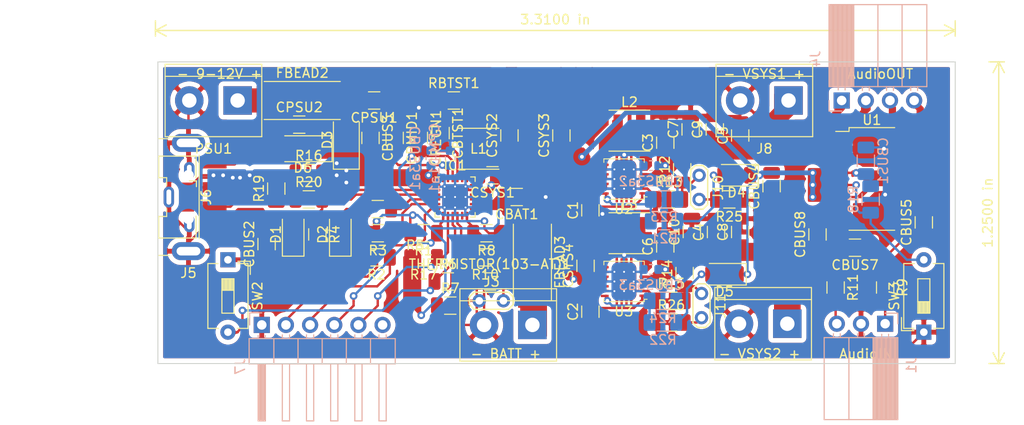
<source format=kicad_pcb>
(kicad_pcb (version 20171130) (host pcbnew "(5.1.5)-3")
  (layers (0 F.Cu signal) (31 B.Cu signal) (34 B.Paste user) (35 F.Paste user) (36 B.SilkS user) (37 F.SilkS user) (38 B.Mask user) (39 F.Mask user) (44 Edge.Cuts user))
  (net 0 "")
  (net 1 PGND)
  (net 2 "Net-(CBTST1-Pad1)")
  (net 3 "Net-(CBTST1-Pad2)")
  (net 4 VSYS)
  (net 5 VBUS)
  (net 6 "Net-(CBUS5-Pad1)")
  (net 7 "Net-(CBUS5-Pad2)")
  (net 8 "Net-(CBUS7-Pad2)")
  (net 9 "Net-(CBUS8-Pad2)")
  (net 10 "Net-(CBUS8-Pad1)")
  (net 11 "Net-(CPMID1-Pad2)")
  (net 12 "Net-(D1-Pad2)")
  (net 13 "Net-(D2-Pad2)")
  (net 14 "Net-(IC1-Pad3)")
  (net 15 "Net-(IC1-Pad4)")
  (net 16 "Net-(IC1-Pad5)")
  (net 17 "Net-(IC1-Pad6)")
  (net 18 "Net-(IC1-Pad7)")
  (net 19 "Net-(IC1-Pad9)")
  (net 20 "Net-(IC1-Pad10)")
  (net 21 "Net-(IC1-Pad11)")
  (net 22 "Net-(J1-Pad1)")
  (net 23 "Net-(J1-Pad3)")
  (net 24 "Net-(C2-Pad2)")
  (net 25 "Net-(CBAT1-Pad2)")
  (net 26 "Net-(CPSU1-Pad2)")
  (net 27 "Net-(CPSU2-Pad1)")
  (net 28 "Net-(CREGN1-Pad2)")
  (net 29 "Net-(FBEAD3-Pad2)")
  (net 30 "Net-(IC1-Pad2)")
  (net 31 "Net-(IC1-Pad8)")
  (net 32 "Net-(J4-Pad1)")
  (net 33 "Net-(J4-Pad2)")
  (net 34 "Net-(J4-Pad3)")
  (net 35 "Net-(L2-Pad2)")
  (net 36 "Net-(L2-Pad1)")
  (net 37 "Net-(L3-Pad1)")
  (net 38 "Net-(L3-Pad2)")
  (net 39 "Net-(FBEAD2-Pad1)")
  (net 40 "Net-(J4-Pad4)")
  (net 41 "Net-(C1-Pad2)")
  (net 42 "Net-(R18-Pad2)")
  (net 43 "Net-(J5-Pad2)")
  (net 44 "Net-(J5-Pad3)")
  (net 45 "Net-(D4-Pad2)")
  (net 46 "Net-(D5-Pad2)")
  (net 47 "Net-(J10-Pad1)")
  (net 48 "Net-(J10-Pad2)")
  (net 49 "Net-(J11-Pad2)")
  (net 50 "Net-(J11-Pad1)")
  (net 51 "Net-(R21-Pad1)")
  (net 52 "Net-(R22-Pad1)")
  (net 53 "Net-(C3-Pad1)")
  (net 54 "Net-(C10-Pad1)")
  (net 55 "Net-(IC1-Pad19)")
  (module Inductor_SMD:L_Neosid_MicroCoil_Ms36-M (layer F.Cu) (at 142.748 76.708 270)
    (fp_text reference FBEAD3 (at 0 -2.9 90) (layer F.SilkS))
    (fp_text value 10E)
    (pad 1 smd rect (at -3.302 0 270) (size 3 3) (layers F.Cu F.Paste F.Mask) (net 25 "Net-(CBAT1-Pad2)"))
    (pad 2 smd rect (at 3.302 0 270) (size 3 3) (layers F.Cu F.Paste F.Mask) (net 29 "Net-(FBEAD3-Pad2)"))
  )
  (module Inductor_SMD:L_Neosid_MicroCoil_Ms36-M (layer F.Cu) (at 118.554 59.69)
    (fp_text reference FBEAD2 (at 0 -2.9) (layer F.SilkS))
    (fp_text value 10E)
    (pad 1 smd rect (at -3.302 0) (size 3 3) (layers F.Cu F.Paste F.Mask) (net 39 "Net-(FBEAD2-Pad1)"))
    (pad 2 smd rect (at 3.302 0) (size 3 3) (layers F.Cu F.Paste F.Mask) (net 26 "Net-(CPSU1-Pad2)"))
  )
  (module Package_SON:WSON-14-1EP_4.0x4.0mm_P0.5mm_EP2.6x2.6mmThermalPads (layer F.Cu) (at 152.385 78.74 180)
    (fp_text reference U3 (at 0.027363 -3.153276 180) (layer F.SilkS))
    (fp_text value TPS63020)
    (pad 15 thru_hole circle (at -1.016 0 180) (size 0.5 0.5) (drill 0.2) (layers *.Cu *.Mask) (net 1 PGND))
    (pad 15 thru_hole circle (at 1.016 0 180) (size 0.5 0.5) (drill 0.2) (layers *.Cu *.Mask) (net 1 PGND))
    (pad 15 thru_hole circle (at -1.016 1.016 180) (size 0.5 0.5) (drill 0.2) (layers *.Cu *.Mask) (net 1 PGND))
    (pad 15 thru_hole circle (at 1.016 1.016 180) (size 0.5 0.5) (drill 0.2) (layers *.Cu *.Mask) (net 1 PGND))
    (pad 15 thru_hole circle (at 1.016 -1.016 180) (size 0.5 0.5) (drill 0.2) (layers *.Cu *.Mask) (net 1 PGND))
    (pad 15 thru_hole circle (at 0 0 180) (size 0.5 0.5) (drill 0.2) (layers *.Cu *.Mask) (net 1 PGND))
    (pad 15 thru_hole circle (at 0 1.016 180) (size 0.5 0.5) (drill 0.2) (layers *.Cu *.Mask) (net 1 PGND))
    (pad 15 thru_hole circle (at 0 -1.016 180) (size 0.5 0.5) (drill 0.2) (layers *.Cu *.Mask) (net 1 PGND))
    (pad 15 smd roundrect (at 0 0 90) (size 4 2.6) (layers F.Cu F.Paste F.Mask) (net 1 PGND))
    (pad 15 thru_hole circle (at -1.016 -1.016 180) (size 0.5 0.5) (drill 0.2) (layers *.Cu *.Mask) (net 1 PGND))
    (pad 15 smd roundrect (at 0.025 0 90) (size 4 2.6) (layers B.Cu) (net 1 PGND))
    (pad 1 smd rect (at -2.032 -1.5 90) (size 0.25 0.825) (layers F.Cu F.Paste F.Mask) (net 24 "Net-(C2-Pad2)"))
    (pad 2 smd rect (at -2.032 -1.016 90) (size 0.25 0.825) (layers F.Cu F.Paste F.Mask) (net 1 PGND))
    (pad 3 smd rect (at -2.032 -0.508 90) (size 0.25 0.825) (layers F.Cu F.Paste F.Mask) (net 50 "Net-(J11-Pad1)"))
    (pad 4 smd rect (at -2.032 0 90) (size 0.25 0.825) (layers F.Cu F.Paste F.Mask) (net 54 "Net-(C10-Pad1)"))
    (pad 5 smd rect (at -2.032 0.5 90) (size 0.25 0.825) (layers F.Cu F.Paste F.Mask) (net 54 "Net-(C10-Pad1)"))
    (pad 6 smd rect (at -2.032 1.016 90) (size 0.25 0.825) (layers F.Cu F.Paste F.Mask) (net 38 "Net-(L3-Pad2)"))
    (pad 7 smd rect (at -2.032 1.5 90) (size 0.25 0.825) (layers F.Cu F.Paste F.Mask) (net 38 "Net-(L3-Pad2)"))
    (pad 8 smd rect (at 2.032 1.5 90) (size 0.25 0.825) (layers F.Cu F.Paste F.Mask) (net 37 "Net-(L3-Pad1)"))
    (pad 9 smd rect (at 2.032 1 90) (size 0.25 0.825) (layers F.Cu F.Paste F.Mask) (net 37 "Net-(L3-Pad1)"))
    (pad 10 smd rect (at 2.032 0.5 90) (size 0.25 0.825) (layers F.Cu F.Paste F.Mask) (net 4 VSYS))
    (pad 11 smd rect (at 2.032 0 90) (size 0.25 0.825) (layers F.Cu F.Paste F.Mask) (net 4 VSYS))
    (pad 12 smd rect (at 2.032 -0.508 90) (size 0.25 0.825) (layers F.Cu F.Paste F.Mask) (net 24 "Net-(C2-Pad2)"))
    (pad 13 smd rect (at 2.032 -1 90) (size 0.25 0.825) (layers F.Cu F.Paste F.Mask) (net 24 "Net-(C2-Pad2)"))
    (pad 14 smd rect (at 2.032 -1.524 90) (size 0.25 0.825) (layers F.Cu F.Paste F.Mask) (net 52 "Net-(R22-Pad1)"))
    (pad 0 smd rect (at -0.762 2.032 180) (size 0.25 0.825) (layers F.Cu F.Paste F.Mask) (net 1 PGND))
    (pad 0 smd rect (at -0.254 -2.032 180) (size 0.25 0.825) (layers F.Cu F.Paste F.Mask) (net 1 PGND))
    (pad 0 smd rect (at 0.254 -2.032 180) (size 0.25 0.825) (layers F.Cu F.Paste F.Mask) (net 1 PGND))
    (pad 0 smd rect (at -0.762 -2.032 180) (size 0.25 0.825) (layers F.Cu F.Paste F.Mask) (net 1 PGND))
    (pad 0 smd rect (at 0.762 -2.032 180) (size 0.25 0.825) (layers F.Cu F.Paste F.Mask) (net 1 PGND))
    (pad 0 smd rect (at -0.254 2.032 180) (size 0.25 0.825) (layers F.Cu F.Paste F.Mask) (net 1 PGND))
    (pad 0 smd rect (at 0.254 2.032 180) (size 0.25 0.825) (layers F.Cu F.Paste F.Mask) (net 1 PGND))
    (pad 0 smd rect (at 0.762 2.032 180) (size 0.25 0.825) (layers F.Cu F.Paste F.Mask) (net 1 PGND))
  )
  (module Package_SON:WSON-14-1EP_4.0x4.0mm_P0.5mm_EP2.6x2.6mmThermalPads (layer F.Cu) (at 152.385 67.96 180)
    (fp_text reference U2 (at 0.027363 -3.153276 180) (layer F.SilkS))
    (fp_text value TPS63020)
    (pad 15 thru_hole circle (at -1.016 0 180) (size 0.5 0.5) (drill 0.2) (layers *.Cu *.Mask) (net 1 PGND))
    (pad 15 thru_hole circle (at 1.016 0 180) (size 0.5 0.5) (drill 0.2) (layers *.Cu *.Mask) (net 1 PGND))
    (pad 15 thru_hole circle (at -1.016 1.016 180) (size 0.5 0.5) (drill 0.2) (layers *.Cu *.Mask) (net 1 PGND))
    (pad 15 thru_hole circle (at 1.016 1.016 180) (size 0.5 0.5) (drill 0.2) (layers *.Cu *.Mask) (net 1 PGND))
    (pad 15 thru_hole circle (at 1.016 -1.016 180) (size 0.5 0.5) (drill 0.2) (layers *.Cu *.Mask) (net 1 PGND))
    (pad 15 thru_hole circle (at 0 0 180) (size 0.5 0.5) (drill 0.2) (layers *.Cu *.Mask) (net 1 PGND))
    (pad 15 thru_hole circle (at 0 1.016 180) (size 0.5 0.5) (drill 0.2) (layers *.Cu *.Mask) (net 1 PGND))
    (pad 15 thru_hole circle (at 0 -1.016 180) (size 0.5 0.5) (drill 0.2) (layers *.Cu *.Mask) (net 1 PGND))
    (pad 15 smd roundrect (at 0 0 90) (size 4 2.6) (layers F.Cu F.Paste F.Mask) (net 1 PGND))
    (pad 15 thru_hole circle (at -1.016 -1.016 180) (size 0.5 0.5) (drill 0.2) (layers *.Cu *.Mask) (net 1 PGND))
    (pad 15 smd roundrect (at 0.025 0 90) (size 4 2.6) (layers B.Cu) (net 1 PGND))
    (pad 1 smd rect (at -2.032 -1.5 90) (size 0.25 0.825) (layers F.Cu F.Paste F.Mask) (net 41 "Net-(C1-Pad2)"))
    (pad 2 smd rect (at -2.032 -1.016 90) (size 0.25 0.825) (layers F.Cu F.Paste F.Mask) (net 1 PGND))
    (pad 3 smd rect (at -2.032 -0.508 90) (size 0.25 0.825) (layers F.Cu F.Paste F.Mask) (net 47 "Net-(J10-Pad1)"))
    (pad 4 smd rect (at -2.032 0 90) (size 0.25 0.825) (layers F.Cu F.Paste F.Mask) (net 53 "Net-(C3-Pad1)"))
    (pad 5 smd rect (at -2.032 0.5 90) (size 0.25 0.825) (layers F.Cu F.Paste F.Mask) (net 53 "Net-(C3-Pad1)"))
    (pad 6 smd rect (at -2.032 1.016 90) (size 0.25 0.825) (layers F.Cu F.Paste F.Mask) (net 35 "Net-(L2-Pad2)"))
    (pad 7 smd rect (at -2.032 1.5 90) (size 0.25 0.825) (layers F.Cu F.Paste F.Mask) (net 35 "Net-(L2-Pad2)"))
    (pad 8 smd rect (at 2.032 1.5 90) (size 0.25 0.825) (layers F.Cu F.Paste F.Mask) (net 36 "Net-(L2-Pad1)"))
    (pad 9 smd rect (at 2.032 1 90) (size 0.25 0.825) (layers F.Cu F.Paste F.Mask) (net 36 "Net-(L2-Pad1)"))
    (pad 10 smd rect (at 2.032 0.5 90) (size 0.25 0.825) (layers F.Cu F.Paste F.Mask) (net 4 VSYS))
    (pad 11 smd rect (at 2.032 0 90) (size 0.25 0.825) (layers F.Cu F.Paste F.Mask) (net 4 VSYS))
    (pad 12 smd rect (at 2.032 -0.508 90) (size 0.25 0.825) (layers F.Cu F.Paste F.Mask) (net 41 "Net-(C1-Pad2)"))
    (pad 13 smd rect (at 2.032 -1 90) (size 0.25 0.825) (layers F.Cu F.Paste F.Mask) (net 41 "Net-(C1-Pad2)"))
    (pad 14 smd rect (at 2.032 -1.524 90) (size 0.25 0.825) (layers F.Cu F.Paste F.Mask) (net 51 "Net-(R21-Pad1)"))
    (pad 0 smd rect (at -0.762 2.032 180) (size 0.25 0.825) (layers F.Cu F.Paste F.Mask) (net 1 PGND))
    (pad 0 smd rect (at -0.254 -2.032 180) (size 0.25 0.825) (layers F.Cu F.Paste F.Mask) (net 1 PGND))
    (pad 0 smd rect (at 0.254 -2.032 180) (size 0.25 0.825) (layers F.Cu F.Paste F.Mask) (net 1 PGND))
    (pad 0 smd rect (at -0.762 -2.032 180) (size 0.25 0.825) (layers F.Cu F.Paste F.Mask) (net 1 PGND))
    (pad 0 smd rect (at 0.762 -2.032 180) (size 0.25 0.825) (layers F.Cu F.Paste F.Mask) (net 1 PGND))
    (pad 0 smd rect (at -0.254 2.032 180) (size 0.25 0.825) (layers F.Cu F.Paste F.Mask) (net 1 PGND))
    (pad 0 smd rect (at 0.254 2.032 180) (size 0.25 0.825) (layers F.Cu F.Paste F.Mask) (net 1 PGND))
    (pad 0 smd rect (at 0.762 2.032 180) (size 0.25 0.825) (layers F.Cu F.Paste F.Mask) (net 1 PGND))
  )
  (module Capacitor_SMD:C_0603_1608Metric (layer B.Cu) (at 134.112 65.7605 270)
    (fp_text reference CPMID1a1 (at 0 1.65 270) (layer B.SilkS) (effects (justify mirror)))
    (fp_text value 0.1uF)
    (pad 2 smd roundrect (at 0.7875 0 270) (size 0.875 0.95) (layers B.Cu B.Paste B.Mask) (net 11 "Net-(CPMID1-Pad2)"))
    (pad 1 smd roundrect (at -0.7875 0 270) (size 0.875 0.95) (layers B.Cu B.Paste B.Mask) (net 1 PGND))
  )
  (module Capacitor_SMD:C_0603_1608Metric (layer B.Cu) (at 132.08 65.7605 270)
    (fp_text reference CBUS3a1 (at 0 1.65 90) (layer B.SilkS) (effects (justify mirror)))
    (fp_text value 0.1uF)
    (pad 2 smd roundrect (at 0.7875 0 270) (size 0.875 0.95) (layers B.Cu B.Paste B.Mask) (net 5 VBUS))
    (pad 1 smd roundrect (at -0.7875 0 270) (size 0.875 0.95) (layers B.Cu B.Paste B.Mask) (net 1 PGND))
  )
  (module Capacitor_SMD:C_0603_1608Metric (layer B.Cu) (at 155.2195 77.47)
    (fp_text reference CBUS3a3 (at 0 1.65) (layer B.SilkS) (effects (justify mirror)))
    (fp_text value 0.1uF)
    (pad 2 smd roundrect (at 0.7875 0) (size 0.875 0.95) (layers B.Cu B.Paste B.Mask) (net 54 "Net-(C10-Pad1)"))
    (pad 1 smd roundrect (at -0.7875 0) (size 0.875 0.95) (layers B.Cu B.Paste B.Mask) (net 1 PGND))
  )
  (module Capacitor_SMD:C_0603_1608Metric (layer B.Cu) (at 155.2195 66.548)
    (fp_text reference CBUS3a2 (at 0 1.65) (layer B.SilkS) (effects (justify mirror)))
    (fp_text value 0.1uF)
    (pad 2 smd roundrect (at 0.7875 0) (size 0.875 0.95) (layers B.Cu B.Paste B.Mask) (net 53 "Net-(C3-Pad1)"))
    (pad 1 smd roundrect (at -0.7875 0) (size 0.875 0.95) (layers B.Cu B.Paste B.Mask) (net 1 PGND))
  )
  (module Capacitor_SMD:C_1206_3216Metric (layer F.Cu) (at 118.24 62.23)
    (fp_text reference CPSU2 (at 0 -1.82) (layer F.SilkS))
    (fp_text value 1uF)
    (pad 1 smd roundrect (at -1.4 0) (size 1.25 1.75) (layers F.Cu F.Paste F.Mask) (roundrect_rratio 0.2) (net 27 "Net-(CPSU2-Pad1)"))
    (pad 2 smd roundrect (at 1.4 0) (size 1.25 1.75) (layers F.Cu F.Paste F.Mask) (roundrect_rratio 0.2) (net 1 PGND))
  )
  (module Capacitor_SMD:C_1206_3216Metric (layer F.Cu) (at 145.796 63.376 90)
    (fp_text reference CSYS3 (at 0 -1.82 90) (layer F.SilkS))
    (fp_text value 10uF)
    (pad 2 smd roundrect (at 1.4 0 90) (size 1.25 1.75) (layers F.Cu F.Paste F.Mask) (roundrect_rratio 0.2) (net 1 PGND))
    (pad 1 smd roundrect (at -1.4 0 90) (size 1.25 1.75) (layers F.Cu F.Paste F.Mask) (roundrect_rratio 0.2) (net 4 VSYS))
  )
  (module Capacitor_SMD:C_1206_3216Metric (layer F.Cu) (at 148.336 77.092 90)
    (fp_text reference CSYS4 (at 0 -1.82 90) (layer F.SilkS))
    (fp_text value 10uF)
    (pad 1 smd roundrect (at -1.4 0 90) (size 1.25 1.75) (layers F.Cu F.Paste F.Mask) (roundrect_rratio 0.2) (net 4 VSYS))
    (pad 2 smd roundrect (at 1.4 0 90) (size 1.25 1.75) (layers F.Cu F.Paste F.Mask) (roundrect_rratio 0.2) (net 1 PGND))
  )
  (module Inductor_SMD:L_Coilcraft_XxL4020 (layer F.Cu) (at 152.95 62.865)
    (fp_text reference L2 (at 0 -3) (layer F.SilkS))
    (fp_text value "1.5uH 4A")
    (pad 2 smd rect (at 1.185 0) (size 0.98 3.4) (layers F.Cu F.Paste F.Mask) (net 35 "Net-(L2-Pad2)"))
    (pad 1 smd rect (at -1.185 0) (size 0.98 3.4) (layers F.Cu F.Paste F.Mask) (net 36 "Net-(L2-Pad1)"))
  )
  (module Inductor_SMD:L_Coilcraft_XxL4020 (layer F.Cu) (at 152.95 73.66)
    (fp_text reference L3 (at 0 -3) (layer F.SilkS))
    (fp_text value "1.5uH 4A")
    (pad 1 smd rect (at -1.185 0) (size 0.98 3.4) (layers F.Cu F.Paste F.Mask) (net 37 "Net-(L3-Pad1)"))
    (pad 2 smd rect (at 1.185 0) (size 0.98 3.4) (layers F.Cu F.Paste F.Mask) (net 38 "Net-(L3-Pad2)"))
  )
  (module Resistor_SMD:R_1206_3216Metric (layer F.Cu) (at 158.496 66.932 90)
    (fp_text reference R12 (at 0 -1.82 90) (layer F.SilkS))
    (fp_text value 1M)
    (pad 2 smd roundrect (at 1.4 0 90) (size 1.25 1.75) (layers F.Cu F.Paste F.Mask) (roundrect_rratio 0.2) (net 53 "Net-(C3-Pad1)"))
    (pad 1 smd roundrect (at -1.4 0 90) (size 1.25 1.75) (layers F.Cu F.Paste F.Mask) (roundrect_rratio 0.2) (net 47 "Net-(J10-Pad1)"))
  )
  (module Resistor_SMD:R_1206_3216Metric (layer F.Cu) (at 157.096 70.104)
    (fp_text reference R13 (at 0 -1.82) (layer F.SilkS))
    (fp_text value 180K)
    (pad 1 smd roundrect (at -1.4 0) (size 1.25 1.75) (layers F.Cu F.Paste F.Mask) (roundrect_rratio 0.2) (net 1 PGND))
    (pad 2 smd roundrect (at 1.4 0) (size 1.25 1.75) (layers F.Cu F.Paste F.Mask) (roundrect_rratio 0.2) (net 47 "Net-(J10-Pad1)"))
  )
  (module Resistor_SMD:R_1206_3216Metric (layer F.Cu) (at 158.75 77.854 90)
    (fp_text reference R14 (at 0 -1.82 90) (layer F.SilkS))
    (fp_text value 1M)
    (pad 2 smd roundrect (at 1.4 0 90) (size 1.25 1.75) (layers F.Cu F.Paste F.Mask) (roundrect_rratio 0.2) (net 54 "Net-(C10-Pad1)"))
    (pad 1 smd roundrect (at -1.4 0 90) (size 1.25 1.75) (layers F.Cu F.Paste F.Mask) (roundrect_rratio 0.2) (net 50 "Net-(J11-Pad1)"))
  )
  (module Resistor_SMD:R_1206_3216Metric (layer F.Cu) (at 157.356 80.772)
    (fp_text reference R15 (at 0 -1.82) (layer F.SilkS))
    (fp_text value 180K)
    (pad 2 smd roundrect (at 1.4 0) (size 1.25 1.75) (layers F.Cu F.Paste F.Mask) (roundrect_rratio 0.2) (net 50 "Net-(J11-Pad1)"))
    (pad 1 smd roundrect (at -1.4 0) (size 1.25 1.75) (layers F.Cu F.Paste F.Mask) (roundrect_rratio 0.2) (net 1 PGND))
  )
  (module Resistor_SMD:R_1206_3216Metric (layer F.Cu) (at 119.25 67.31)
    (fp_text reference R16 (at 0 -1.82) (layer F.SilkS))
    (fp_text value 10K)
    (pad 2 smd roundrect (at 1.4 0) (size 1.25 1.75) (layers F.Cu F.Paste F.Mask) (roundrect_rratio 0.2) (net 30 "Net-(IC1-Pad2)"))
    (pad 1 smd roundrect (at -1.4 0) (size 1.25 1.75) (layers F.Cu F.Paste F.Mask) (roundrect_rratio 0.2) (net 1 PGND))
  )
  (module Resistor_SMD:R_1206_3216Metric (layer F.Cu) (at 131.315 76.2 180)
    (fp_text reference R17 (at 0 -1.82) (layer F.SilkS))
    (fp_text value 10K)
    (pad 1 smd roundrect (at -1.4 0 180) (size 1.25 1.75) (layers F.Cu F.Paste F.Mask) (roundrect_rratio 0.2) (net 31 "Net-(IC1-Pad8)"))
    (pad 2 smd roundrect (at 1.4 0 180) (size 1.25 1.75) (layers F.Cu F.Paste F.Mask) (roundrect_rratio 0.2) (net 4 VSYS))
  )
  (module Resistor_SMD:R_1206_3216Metric (layer F.Cu) (at 134.49 59.69)
    (fp_text reference RBTST1 (at 0 -1.82) (layer F.SilkS))
    (fp_text value R)
    (pad 1 smd roundrect (at -1.4 0) (size 1.25 1.75) (layers F.Cu F.Paste F.Mask) (roundrect_rratio 0.2) (net 2 "Net-(CBTST1-Pad1)"))
    (pad 2 smd roundrect (at 1.4 0) (size 1.25 1.75) (layers F.Cu F.Paste F.Mask) (roundrect_rratio 0.2) (net 55 "Net-(IC1-Pad19)"))
  )
  (module Capacitor_SMD:C_1206_3216Metric (layer F.Cu) (at 164.592 73.53 90)
    (fp_text reference C8 (at 0 -1.82 90) (layer F.SilkS))
    (fp_text value 22uF)
    (pad 2 smd roundrect (at 1.4 0 90) (size 1.25 1.75) (layers F.Cu F.Paste F.Mask) (roundrect_rratio 0.2) (net 1 PGND))
    (pad 1 smd roundrect (at -1.4 0 90) (size 1.25 1.75) (layers F.Cu F.Paste F.Mask) (roundrect_rratio 0.2) (net 54 "Net-(C10-Pad1)"))
  )
  (module Capacitor_SMD:C_1206_3216Metric (layer F.Cu) (at 161.925 62.735 90)
    (fp_text reference C9 (at 0 -1.82 90) (layer F.SilkS))
    (fp_text value 22uF)
    (pad 2 smd roundrect (at 1.4 0 90) (size 1.25 1.75) (layers F.Cu F.Paste F.Mask) (roundrect_rratio 0.2) (net 1 PGND))
    (pad 1 smd roundrect (at -1.4 0 90) (size 1.25 1.75) (layers F.Cu F.Paste F.Mask) (roundrect_rratio 0.2) (net 53 "Net-(C3-Pad1)"))
  )
  (module Capacitor_SMD:C_1206_3216Metric (layer F.Cu) (at 148.844 71.25 90)
    (fp_text reference C1 (at 0 -1.82 90) (layer F.SilkS))
    (fp_text value 0.1uF)
    (pad 2 smd roundrect (at 1.4 0 90) (size 1.25 1.75) (layers F.Cu F.Paste F.Mask) (roundrect_rratio 0.2) (net 41 "Net-(C1-Pad2)"))
    (pad 1 smd roundrect (at -1.4 0 90) (size 1.25 1.75) (layers F.Cu F.Paste F.Mask) (roundrect_rratio 0.2) (net 1 PGND))
  )
  (module Capacitor_SMD:C_1206_3216Metric (layer F.Cu) (at 148.844 81.918 90)
    (fp_text reference C2 (at 0 -1.82 90) (layer F.SilkS))
    (fp_text value 0.1uF)
    (pad 1 smd roundrect (at -1.4 0 90) (size 1.25 1.75) (layers F.Cu F.Paste F.Mask) (roundrect_rratio 0.2) (net 1 PGND))
    (pad 2 smd roundrect (at 1.4 0 90) (size 1.25 1.75) (layers F.Cu F.Paste F.Mask) (roundrect_rratio 0.2) (net 24 "Net-(C2-Pad2)"))
  )
  (module Capacitor_SMD:C_1206_3216Metric (layer F.Cu) (at 156.718 64.132 90)
    (fp_text reference C3 (at 0 -1.82 90) (layer F.SilkS))
    (fp_text value 22uF)
    (pad 2 smd roundrect (at 1.4 0 90) (size 1.25 1.75) (layers F.Cu F.Paste F.Mask) (roundrect_rratio 0.2) (net 1 PGND))
    (pad 1 smd roundrect (at -1.4 0 90) (size 1.25 1.75) (layers F.Cu F.Paste F.Mask) (roundrect_rratio 0.2) (net 53 "Net-(C3-Pad1)"))
  )
  (module Capacitor_SMD:C_1206_3216Metric (layer F.Cu) (at 162.052 73.536 90)
    (fp_text reference C4 (at 0 -1.82 90) (layer F.SilkS))
    (fp_text value 22uF)
    (pad 1 smd roundrect (at -1.4 0 90) (size 1.25 1.75) (layers F.Cu F.Paste F.Mask) (roundrect_rratio 0.2) (net 54 "Net-(C10-Pad1)"))
    (pad 2 smd roundrect (at 1.4 0 90) (size 1.25 1.75) (layers F.Cu F.Paste F.Mask) (roundrect_rratio 0.2) (net 1 PGND))
  )
  (module Capacitor_SMD:C_1206_3216Metric (layer F.Cu) (at 126.114 59.69 180)
    (fp_text reference CPSU1 (at 0 -1.82) (layer F.SilkS))
    (fp_text value 1uF)
    (pad 1 smd roundrect (at -1.4 0 180) (size 1.25 1.75) (layers F.Cu F.Paste F.Mask) (roundrect_rratio 0.2) (net 1 PGND))
    (pad 2 smd roundrect (at 1.4 0 180) (size 1.25 1.75) (layers F.Cu F.Paste F.Mask) (roundrect_rratio 0.2) (net 26 "Net-(CPSU1-Pad2)"))
  )
  (module Capacitor_SMD:C_1206_3216Metric (layer F.Cu) (at 159.512 73.53 90)
    (fp_text reference C10 (at 0 -1.82 90) (layer F.SilkS))
    (fp_text value 22uF)
    (pad 1 smd roundrect (at -1.4 0 90) (size 1.25 1.75) (layers F.Cu F.Paste F.Mask) (roundrect_rratio 0.2) (net 54 "Net-(C10-Pad1)"))
    (pad 2 smd roundrect (at 1.4 0 90) (size 1.25 1.75) (layers F.Cu F.Paste F.Mask) (roundrect_rratio 0.2) (net 1 PGND))
  )
  (module Capacitor_SMD:C_1206_3216Metric (layer F.Cu) (at 164.592 63.376 90)
    (fp_text reference C5 (at 0 -1.82 90) (layer F.SilkS))
    (fp_text value 22uF)
    (pad 1 smd roundrect (at -1.4 0 90) (size 1.25 1.75) (layers F.Cu F.Paste F.Mask) (roundrect_rratio 0.2) (net 53 "Net-(C3-Pad1)"))
    (pad 2 smd roundrect (at 1.4 0 90) (size 1.25 1.75) (layers F.Cu F.Paste F.Mask) (roundrect_rratio 0.2) (net 1 PGND))
  )
  (module Capacitor_SMD:C_1206_3216Metric (layer F.Cu) (at 159.385 62.735 90)
    (fp_text reference C7 (at 0 -1.82 90) (layer F.SilkS))
    (fp_text value 22uF)
    (pad 2 smd roundrect (at 1.4 0 90) (size 1.25 1.75) (layers F.Cu F.Paste F.Mask) (roundrect_rratio 0.2) (net 1 PGND))
    (pad 1 smd roundrect (at -1.4 0 90) (size 1.25 1.75) (layers F.Cu F.Paste F.Mask) (roundrect_rratio 0.2) (net 53 "Net-(C3-Pad1)"))
  )
  (module Capacitor_SMD:C_1206_3216Metric (layer F.Cu) (at 156.718 75.054 90)
    (fp_text reference C6 (at 0 -1.82 90) (layer F.SilkS))
    (fp_text value 22uF)
    (pad 1 smd roundrect (at -1.4 0 90) (size 1.25 1.75) (layers F.Cu F.Paste F.Mask) (roundrect_rratio 0.2) (net 54 "Net-(C10-Pad1)"))
    (pad 2 smd roundrect (at 1.4 0 90) (size 1.25 1.75) (layers F.Cu F.Paste F.Mask) (roundrect_rratio 0.2) (net 1 PGND))
  )
  (module Capacitor_SMD:C_1206_3216Metric (layer F.Cu) (at 141.1 69.85 180)
    (fp_text reference CBAT1 (at 0 -1.82) (layer F.SilkS))
    (fp_text value 10uF)
    (pad 1 smd roundrect (at -1.4 0 180) (size 1.25 1.75) (layers F.Cu F.Paste F.Mask) (roundrect_rratio 0.2) (net 1 PGND))
    (pad 2 smd roundrect (at 1.4 0 180) (size 1.25 1.75) (layers F.Cu F.Paste F.Mask) (roundrect_rratio 0.2) (net 25 "Net-(CBAT1-Pad2)"))
  )
  (module Capacitor_SMD:C_1206_3216Metric (layer F.Cu) (at 133.096 63.122 270)
    (fp_text reference CBTST1 (at 0 -1.82 90) (layer F.SilkS))
    (fp_text value 1uF)
    (pad 1 smd roundrect (at -1.4 0 270) (size 1.25 1.75) (layers F.Cu F.Paste F.Mask) (roundrect_rratio 0.2) (net 2 "Net-(CBTST1-Pad1)"))
    (pad 2 smd roundrect (at 1.4 0 270) (size 1.25 1.75) (layers F.Cu F.Paste F.Mask) (roundrect_rratio 0.2) (net 3 "Net-(CBTST1-Pad2)"))
  )
  (module Capacitor_SMD:C_1206_3216Metric (layer B.Cu) (at 177.8 66.04 90)
    (fp_text reference CBUS1 (at 0 1.82 270) (layer B.SilkS) (effects (justify mirror)))
    (fp_text value 1uF)
    (pad 1 smd roundrect (at -1.4 0 90) (size 1.25 1.75) (layers B.Cu B.Paste B.Mask) (roundrect_rratio 0.2) (net 4 VSYS))
    (pad 2 smd roundrect (at 1.4 0 90) (size 1.25 1.75) (layers B.Cu B.Paste B.Mask) (roundrect_rratio 0.2) (net 1 PGND))
  )
  (module Capacitor_SMD:C_1206_3216Metric (layer F.Cu) (at 114.808 74.806 90)
    (fp_text reference CBUS2 (at 0 -1.82 90) (layer F.SilkS))
    (fp_text value 1uF)
    (pad 1 smd roundrect (at -1.4 0 90) (size 1.25 1.75) (layers F.Cu F.Paste F.Mask) (roundrect_rratio 0.2) (net 4 VSYS))
    (pad 2 smd roundrect (at 1.4 0 90) (size 1.25 1.75) (layers F.Cu F.Paste F.Mask) (roundrect_rratio 0.2) (net 1 PGND))
  )
  (module Capacitor_SMD:C_1206_3216Metric (layer F.Cu) (at 125.73 63.63 270)
    (fp_text reference CBUS3 (at 0 -1.82 90) (layer F.SilkS))
    (fp_text value 1uF)
    (pad 1 smd roundrect (at -1.4 0 270) (size 1.25 1.75) (layers F.Cu F.Paste F.Mask) (roundrect_rratio 0.2) (net 1 PGND))
    (pad 2 smd roundrect (at 1.4 0 270) (size 1.25 1.75) (layers F.Cu F.Paste F.Mask) (roundrect_rratio 0.2) (net 5 VBUS))
  )
  (module Capacitor_SMD:C_1206_3216Metric (layer F.Cu) (at 167.894 68.71 90)
    (fp_text reference CBUS4 (at 0 -1.82 90) (layer F.SilkS))
    (fp_text value 1uF)
    (pad 2 smd roundrect (at 1.4 0 90) (size 1.25 1.75) (layers F.Cu F.Paste F.Mask) (roundrect_rratio 0.2) (net 4 VSYS))
    (pad 1 smd roundrect (at -1.4 0 90) (size 1.25 1.75) (layers F.Cu F.Paste F.Mask) (roundrect_rratio 0.2) (net 1 PGND))
  )
  (module Capacitor_SMD:C_1206_3216Metric (layer F.Cu) (at 183.896 72.52 90)
    (fp_text reference CBUS5 (at 0 -1.82 90) (layer F.SilkS))
    (fp_text value 1uF)
    (pad 1 smd roundrect (at -1.4 0 90) (size 1.25 1.75) (layers F.Cu F.Paste F.Mask) (roundrect_rratio 0.2) (net 6 "Net-(CBUS5-Pad1)"))
    (pad 2 smd roundrect (at 1.4 0 90) (size 1.25 1.75) (layers F.Cu F.Paste F.Mask) (roundrect_rratio 0.2) (net 7 "Net-(CBUS5-Pad2)"))
  )
  (module Capacitor_SMD:C_1206_3216Metric (layer F.Cu) (at 176.66 75.184 180)
    (fp_text reference CBUS7 (at 0 -1.82) (layer F.SilkS))
    (fp_text value 0.1uF)
    (pad 2 smd roundrect (at 1.4 0 180) (size 1.25 1.75) (layers F.Cu F.Paste F.Mask) (roundrect_rratio 0.2) (net 8 "Net-(CBUS7-Pad2)"))
    (pad 1 smd roundrect (at -1.4 0 180) (size 1.25 1.75) (layers F.Cu F.Paste F.Mask) (roundrect_rratio 0.2) (net 1 PGND))
  )
  (module Capacitor_SMD:C_1206_3216Metric (layer F.Cu) (at 172.72 73.79 90)
    (fp_text reference CBUS8 (at 0 -1.82 90) (layer F.SilkS))
    (fp_text value 1uF)
    (pad 2 smd roundrect (at 1.4 0 90) (size 1.25 1.75) (layers F.Cu F.Paste F.Mask) (roundrect_rratio 0.2) (net 9 "Net-(CBUS8-Pad2)"))
    (pad 1 smd roundrect (at -1.4 0 90) (size 1.25 1.75) (layers F.Cu F.Paste F.Mask) (roundrect_rratio 0.2) (net 10 "Net-(CBUS8-Pad1)"))
  )
  (module Capacitor_SMD:C_1206_3216Metric (layer F.Cu) (at 128.27 63.63 270)
    (fp_text reference CPMID1 (at 0 -1.82 90) (layer F.SilkS))
    (fp_text value 10uF)
    (pad 2 smd roundrect (at 1.4 0 270) (size 1.25 1.75) (layers F.Cu F.Paste F.Mask) (roundrect_rratio 0.2) (net 11 "Net-(CPMID1-Pad2)"))
    (pad 1 smd roundrect (at -1.4 0 270) (size 1.25 1.75) (layers F.Cu F.Paste F.Mask) (roundrect_rratio 0.2) (net 1 PGND))
  )
  (module Capacitor_SMD:C_1206_3216Metric (layer F.Cu) (at 130.81 63.63 270)
    (fp_text reference CREGN1 (at 0 -1.82 90) (layer F.SilkS))
    (fp_text value 1uF)
    (pad 2 smd roundrect (at 1.4 0 270) (size 1.25 1.75) (layers F.Cu F.Paste F.Mask) (roundrect_rratio 0.2) (net 28 "Net-(CREGN1-Pad2)"))
    (pad 1 smd roundrect (at -1.4 0 270) (size 1.25 1.75) (layers F.Cu F.Paste F.Mask) (roundrect_rratio 0.2) (net 1 PGND))
  )
  (module Capacitor_SMD:C_1206_3216Metric (layer F.Cu) (at 138.554 67.564 180)
    (fp_text reference CSYS1 (at 0 -1.82) (layer F.SilkS))
    (fp_text value 10uF)
    (pad 2 smd roundrect (at 1.4 0 180) (size 1.25 1.75) (layers F.Cu F.Paste F.Mask) (roundrect_rratio 0.2) (net 1 PGND))
    (pad 1 smd roundrect (at -1.4 0 180) (size 1.25 1.75) (layers F.Cu F.Paste F.Mask) (roundrect_rratio 0.2) (net 4 VSYS))
  )
  (module Capacitor_SMD:C_1206_3216Metric (layer F.Cu) (at 140.335 63.37 90)
    (fp_text reference CSYS2 (at 0 -1.82 90) (layer F.SilkS))
    (fp_text value 10uF)
    (pad 1 smd roundrect (at -1.4 0 90) (size 1.25 1.75) (layers F.Cu F.Paste F.Mask) (roundrect_rratio 0.2) (net 4 VSYS))
    (pad 2 smd roundrect (at 1.4 0 90) (size 1.25 1.75) (layers F.Cu F.Paste F.Mask) (roundrect_rratio 0.2) (net 1 PGND))
  )
  (module LED_SMD:LED_1206_3216Metric (layer F.Cu) (at 117.602 73.79 90)
    (fp_text reference D1 (at 0 -1.82 90) (layer F.SilkS))
    (fp_text value Led)
    (pad 2 smd roundrect (at 1.4 0 90) (size 1.25 1.75) (layers F.Cu F.Paste F.Mask) (roundrect_rratio 0.2) (net 12 "Net-(D1-Pad2)"))
    (pad 1 smd roundrect (at -1.4 0 90) (size 1.25 1.75) (layers F.Cu F.Paste F.Mask) (roundrect_rratio 0.2) (net 4 VSYS))
  )
  (module LED_SMD:LED_1206_3216Metric (layer F.Cu) (at 122.555 73.79 90)
    (fp_text reference D2 (at 0 -1.82 90) (layer F.SilkS))
    (fp_text value Led)
    (pad 1 smd roundrect (at -1.4 0 90) (size 1.25 1.75) (layers F.Cu F.Paste F.Mask) (roundrect_rratio 0.2) (net 4 VSYS))
    (pad 2 smd roundrect (at 1.4 0 90) (size 1.25 1.75) (layers F.Cu F.Paste F.Mask) (roundrect_rratio 0.2) (net 13 "Net-(D2-Pad2)"))
  )
  (module Resistor_SMD:R_1206_3216Metric (layer F.Cu) (at 131.315 73.66 180)
    (fp_text reference R1 (at 0 -1.82) (layer F.SilkS))
    (fp_text value 10K)
    (pad 2 smd roundrect (at 1.4 0 180) (size 1.25 1.75) (layers F.Cu F.Paste F.Mask) (roundrect_rratio 0.2) (net 4 VSYS))
    (pad 1 smd roundrect (at -1.4 0 180) (size 1.25 1.75) (layers F.Cu F.Paste F.Mask) (roundrect_rratio 0.2) (net 18 "Net-(IC1-Pad7)"))
  )
  (module Resistor_SMD:R_1206_3216Metric (layer F.Cu) (at 126.365 76.2 180)
    (fp_text reference R2 (at 0 -1.82) (layer F.SilkS))
    (fp_text value 10K)
    (pad 1 smd roundrect (at -1.4 0 180) (size 1.25 1.75) (layers F.Cu F.Paste F.Mask) (roundrect_rratio 0.2) (net 17 "Net-(IC1-Pad6)"))
    (pad 2 smd roundrect (at 1.4 0 180) (size 1.25 1.75) (layers F.Cu F.Paste F.Mask) (roundrect_rratio 0.2) (net 4 VSYS))
  )
  (module Resistor_SMD:R_1206_3216Metric (layer F.Cu) (at 126.495 73.66 180)
    (fp_text reference R3 (at 0 -1.82) (layer F.SilkS))
    (fp_text value 10K)
    (pad 1 smd roundrect (at -1.4 0 180) (size 1.25 1.75) (layers F.Cu F.Paste F.Mask) (roundrect_rratio 0.2) (net 16 "Net-(IC1-Pad5)"))
    (pad 2 smd roundrect (at 1.4 0 180) (size 1.25 1.75) (layers F.Cu F.Paste F.Mask) (roundrect_rratio 0.2) (net 4 VSYS))
  )
  (module Resistor_SMD:R_1206_3216Metric (layer F.Cu) (at 120.142 73.79 270)
    (fp_text reference R4 (at 0 -1.82 90) (layer F.SilkS))
    (fp_text value 2K2)
    (pad 1 smd roundrect (at -1.4 0 270) (size 1.25 1.75) (layers F.Cu F.Paste F.Mask) (roundrect_rratio 0.2) (net 14 "Net-(IC1-Pad3)"))
    (pad 2 smd roundrect (at 1.4 0 270) (size 1.25 1.75) (layers F.Cu F.Paste F.Mask) (roundrect_rratio 0.2) (net 12 "Net-(D1-Pad2)"))
  )
  (module Resistor_SMD:R_1206_3216Metric (layer F.Cu) (at 126.495 71.12 180)
    (fp_text reference R5 (at -3.94 -3.81) (layer F.SilkS))
    (fp_text value 2K2)
    (pad 2 smd roundrect (at 1.4 0 180) (size 1.25 1.75) (layers F.Cu F.Paste F.Mask) (roundrect_rratio 0.2) (net 13 "Net-(D2-Pad2)"))
    (pad 1 smd roundrect (at -1.4 0 180) (size 1.25 1.75) (layers F.Cu F.Paste F.Mask) (roundrect_rratio 0.2) (net 15 "Net-(IC1-Pad4)"))
  )
  (module Resistor_SMD:R_1206_3216Metric (layer F.Cu) (at 133.855 78.74)
    (fp_text reference R6 (at 0 -1.82) (layer F.SilkS))
    (fp_text value 10K)
    (pad 2 smd roundrect (at 1.4 0) (size 1.25 1.75) (layers F.Cu F.Paste F.Mask) (roundrect_rratio 0.2) (net 1 PGND))
    (pad 1 smd roundrect (at -1.4 0) (size 1.25 1.75) (layers F.Cu F.Paste F.Mask) (roundrect_rratio 0.2) (net 19 "Net-(IC1-Pad9)"))
  )
  (module Resistor_SMD:R_1206_3216Metric (layer F.Cu) (at 134.115 81.28)
    (fp_text reference R7 (at 0 -1.82) (layer F.SilkS))
    (fp_text value 265)
    (pad 2 smd roundrect (at 1.4 0) (size 1.25 1.75) (layers F.Cu F.Paste F.Mask) (roundrect_rratio 0.2) (net 1 PGND))
    (pad 1 smd roundrect (at -1.4 0) (size 1.25 1.75) (layers F.Cu F.Paste F.Mask) (roundrect_rratio 0.2) (net 20 "Net-(IC1-Pad10)"))
  )
  (module Resistor_SMD:R_1206_3216Metric (layer F.Cu) (at 137.925 73.66 180)
    (fp_text reference R8 (at 0 -1.82) (layer F.SilkS))
    (fp_text value 2K2)
    (pad 2 smd roundrect (at 1.4 0 180) (size 1.25 1.75) (layers F.Cu F.Paste F.Mask) (roundrect_rratio 0.2) (net 21 "Net-(IC1-Pad11)"))
    (pad 1 smd roundrect (at -1.4 0 180) (size 1.25 1.75) (layers F.Cu F.Paste F.Mask) (roundrect_rratio 0.2) (net 28 "Net-(CREGN1-Pad2)"))
  )
  (module Resistor_SMD:R_1206_3216Metric (layer F.Cu) (at 179.832 79.372 270)
    (fp_text reference R9 (at 0 -1.82 90) (layer F.SilkS))
    (fp_text value 2K2)
    (pad 1 smd roundrect (at -1.4 0 270) (size 1.25 1.75) (layers F.Cu F.Paste F.Mask) (roundrect_rratio 0.2) (net 6 "Net-(CBUS5-Pad1)"))
    (pad 2 smd roundrect (at 1.4 0 270) (size 1.25 1.75) (layers F.Cu F.Paste F.Mask) (roundrect_rratio 0.2) (net 22 "Net-(J1-Pad1)"))
  )
  (module Resistor_SMD:R_1206_3216Metric (layer F.Cu) (at 137.792 76.2 180)
    (fp_text reference R10 (at 0 -1.82) (layer F.SilkS))
    (fp_text value 6K8)
    (pad 1 smd roundrect (at -1.4 0 180) (size 1.25 1.75) (layers F.Cu F.Paste F.Mask) (roundrect_rratio 0.2) (net 21 "Net-(IC1-Pad11)"))
    (pad 2 smd roundrect (at 1.4 0 180) (size 1.25 1.75) (layers F.Cu F.Paste F.Mask) (roundrect_rratio 0.2) (net 1 PGND))
  )
  (module Resistor_SMD:R_1206_3216Metric (layer F.Cu) (at 174.625 79.372 270)
    (fp_text reference R11 (at 0 -1.82 90) (layer F.SilkS))
    (fp_text value 2K2)
    (pad 1 smd roundrect (at -1.4 0 270) (size 1.25 1.75) (layers F.Cu F.Paste F.Mask) (roundrect_rratio 0.2) (net 10 "Net-(CBUS8-Pad1)"))
    (pad 2 smd roundrect (at 1.4 0 270) (size 1.25 1.75) (layers F.Cu F.Paste F.Mask) (roundrect_rratio 0.2) (net 23 "Net-(J1-Pad3)"))
  )
  (module Inductor_SMD:L_Coilcraft_XxL4020 (layer F.Cu) (at 137.075 64.77)
    (fp_text reference L1 (at 0 0) (layer F.SilkS))
    (fp_text value "2.2uH 4A")
    (pad 1 smd rect (at -1.185 0) (size 0.98 3.4) (layers F.Cu F.Paste F.Mask) (net 55 "Net-(IC1-Pad19)"))
    (pad 2 smd rect (at 1.185 0) (size 0.98 3.4) (layers F.Cu F.Paste F.Mask) (net 4 VSYS))
  )
  (module Resistor_SMD:R_1206_3216Metric (layer F.Cu) (at 138.3 78.74)
    (fp_text reference "THERMISTOR(103-AT)1" (at 0 -1.82) (layer F.SilkS))
    (fp_text value 10K)
    (pad 1 smd roundrect (at -1.4 0) (size 1.25 1.75) (layers F.Cu F.Paste F.Mask) (roundrect_rratio 0.2) (net 1 PGND))
    (pad 2 smd roundrect (at 1.4 0) (size 1.25 1.75) (layers F.Cu F.Paste F.Mask) (roundrect_rratio 0.2) (net 21 "Net-(IC1-Pad11)"))
  )
  (module Resistor_SMD:R_1206_3216Metric (layer B.Cu) (at 178.308 70.104 270)
    (fp_text reference R18 (at 0 1.82 270) (layer B.SilkS) (effects (justify mirror)))
    (fp_text value 10K)
    (pad 1 smd roundrect (at -1.4 0 270) (size 1.25 1.75) (layers B.Cu B.Paste B.Mask) (roundrect_rratio 0.2) (net 4 VSYS))
    (pad 2 smd roundrect (at 1.4 0 270) (size 1.25 1.75) (layers B.Cu B.Paste B.Mask) (roundrect_rratio 0.2) (net 42 "Net-(R18-Pad2)"))
  )
  (module Package_DFN_QFN:QFN-24-1EP_4x4mm_P0.5mm_EP2.7x2.7mm_ThermalVias (layer F.Cu) (at 134.62 69.85)
    (fp_text reference IC1 (at 0 -3.32) (layer F.SilkS))
    (fp_text value BQ24193)
    (pad 25 smd roundrect (at 0 0) (size 2.7 2.7) (layers F.Cu F.Paste F.Mask) (roundrect_rratio 0.09300000000000001) (net 1 PGND))
    (pad 25 thru_hole circle (at -1.1 -1.1) (size 0.5 0.5) (drill 0.2) (layers *.Cu) (net 1 PGND))
    (pad 25 thru_hole circle (at 0 -1.1) (size 0.5 0.5) (drill 0.2) (layers *.Cu) (net 1 PGND))
    (pad 25 thru_hole circle (at 1.1 -1.1) (size 0.5 0.5) (drill 0.2) (layers *.Cu) (net 1 PGND))
    (pad 25 thru_hole circle (at -1.1 0) (size 0.5 0.5) (drill 0.2) (layers *.Cu) (net 1 PGND))
    (pad 25 thru_hole circle (at 0 0) (size 0.5 0.5) (drill 0.2) (layers *.Cu) (net 1 PGND))
    (pad 25 thru_hole circle (at 1.1 0) (size 0.5 0.5) (drill 0.2) (layers *.Cu) (net 1 PGND))
    (pad 25 thru_hole circle (at -1.1 1.1) (size 0.5 0.5) (drill 0.2) (layers *.Cu) (net 1 PGND))
    (pad 25 thru_hole circle (at 0 1.1) (size 0.5 0.5) (drill 0.2) (layers *.Cu) (net 1 PGND))
    (pad 25 thru_hole circle (at 1.1 1.1) (size 0.5 0.5) (drill 0.2) (layers *.Cu) (net 1 PGND))
    (pad 25 smd roundrect (at 0 0) (size 2.7 2.7) (layers B.Cu) (roundrect_rratio 0.09259299999999999) (net 1 PGND))
    (pad 1 smd roundrect (at -1.9625 -1.25) (size 0.825 0.25) (layers F.Cu F.Paste F.Mask) (net 5 VBUS))
    (pad 2 smd roundrect (at -1.9625 -0.75) (size 0.825 0.25) (layers F.Cu F.Paste F.Mask) (net 30 "Net-(IC1-Pad2)"))
    (pad 3 smd roundrect (at -1.9625 -0.25) (size 0.825 0.25) (layers F.Cu F.Paste F.Mask) (net 14 "Net-(IC1-Pad3)"))
    (pad 4 smd roundrect (at -1.9625 0.25) (size 0.825 0.25) (layers F.Cu F.Paste F.Mask) (net 15 "Net-(IC1-Pad4)"))
    (pad 5 smd roundrect (at -1.9625 0.75) (size 0.825 0.25) (layers F.Cu F.Paste F.Mask) (net 16 "Net-(IC1-Pad5)"))
    (pad 6 smd roundrect (at -1.9625 1.25) (size 0.825 0.25) (layers F.Cu F.Paste F.Mask) (net 17 "Net-(IC1-Pad6)"))
    (pad 7 smd roundrect (at -1.25 1.9625) (size 0.25 0.825) (layers F.Cu F.Paste F.Mask) (net 18 "Net-(IC1-Pad7)"))
    (pad 8 smd roundrect (at -0.75 1.9625) (size 0.25 0.825) (layers F.Cu F.Paste F.Mask) (net 31 "Net-(IC1-Pad8)"))
    (pad 9 smd roundrect (at -0.25 1.9625) (size 0.25 0.825) (layers F.Cu F.Paste F.Mask) (net 19 "Net-(IC1-Pad9)"))
    (pad 10 smd roundrect (at 0.25 1.9625) (size 0.25 0.825) (layers F.Cu F.Paste F.Mask) (net 20 "Net-(IC1-Pad10)"))
    (pad 11 smd roundrect (at 0.75 1.9625) (size 0.25 0.825) (layers F.Cu F.Paste F.Mask) (net 21 "Net-(IC1-Pad11)"))
    (pad 12 smd roundrect (at 1.25 1.9625) (size 0.25 0.825) (layers F.Cu F.Paste F.Mask) (net 21 "Net-(IC1-Pad11)"))
    (pad 13 smd roundrect (at 1.9625 1.25) (size 0.825 0.25) (layers F.Cu F.Paste F.Mask) (net 25 "Net-(CBAT1-Pad2)"))
    (pad 14 smd roundrect (at 1.9625 0.75) (size 0.825 0.25) (layers F.Cu F.Paste F.Mask) (net 25 "Net-(CBAT1-Pad2)"))
    (pad 15 smd roundrect (at 1.9625 0.25) (size 0.825 0.25) (layers F.Cu F.Paste F.Mask) (net 4 VSYS))
    (pad 16 smd roundrect (at 1.9625 -0.25) (size 0.825 0.25) (layers F.Cu F.Paste F.Mask) (net 4 VSYS))
    (pad 17 smd roundrect (at 1.9625 -0.75) (size 0.825 0.25) (layers F.Cu F.Paste F.Mask) (net 1 PGND))
    (pad 18 smd roundrect (at 1.9625 -1.25) (size 0.825 0.25) (layers F.Cu F.Paste F.Mask) (net 1 PGND))
    (pad 19 smd roundrect (at 1.25 -1.9625) (size 0.25 0.825) (layers F.Cu F.Paste F.Mask) (net 55 "Net-(IC1-Pad19)"))
    (pad 20 smd roundrect (at 0.75 -1.9625) (size 0.25 0.825) (layers F.Cu F.Paste F.Mask) (net 55 "Net-(IC1-Pad19)"))
    (pad 21 smd roundrect (at 0.25 -1.9625) (size 0.25 0.825) (layers F.Cu F.Paste F.Mask) (net 3 "Net-(CBTST1-Pad2)"))
    (pad 22 smd roundrect (at -0.25 -1.9625) (size 0.25 0.825) (layers F.Cu F.Paste F.Mask) (net 28 "Net-(CREGN1-Pad2)"))
    (pad 23 smd roundrect (at -0.75 -1.9625) (size 0.25 0.825) (layers F.Cu F.Paste F.Mask) (net 11 "Net-(CPMID1-Pad2)"))
    (pad 24 smd roundrect (at -1.25 -1.9625) (size 0.25 0.825) (layers F.Cu F.Paste F.Mask) (net 5 VBUS))
  )
  (module Diode_SMD:D_SOD-128 (layer F.Cu) (at 123.19 63.84 90)
    (fp_text reference D3 (at 0 -2 90) (layer F.SilkS))
    (fp_text value RBR5LAM40A)
    (pad 2 smd rect (at 2.2 0 90) (size 1.4 2.1) (layers F.Cu F.Paste F.Mask) (net 26 "Net-(CPSU1-Pad2)"))
    (pad 1 smd rect (at -2.2 0 90) (size 1.4 2.1) (layers F.Cu F.Paste F.Mask) (net 5 VBUS))
  )
  (module Diode_SMD:D_SOD-128 (layer F.Cu) (at 118.615 64.77 180)
    (fp_text reference D6 (at 0 -2) (layer F.SilkS))
    (fp_text value RBR5LAM40A)
    (pad 1 smd rect (at -2.2 0 180) (size 1.4 2.1) (layers F.Cu F.Paste F.Mask) (net 5 VBUS))
    (pad 2 smd rect (at 2.2 0 180) (size 1.4 2.1) (layers F.Cu F.Paste F.Mask) (net 27 "Net-(CPSU2-Pad1)"))
  )
  (module Connector_USB:USB_Micro-B_Molex-105133-0031 (layer F.Cu) (at 105.605 69.856 270)
    (fp_text reference J6 (at 0 -2.85 90) (layer F.SilkS))
    (fp_text value USB_OTG_female)
    (pad 3 smd rect (at 0 -0.825 270) (size 0.45 1.5) (layers F.Cu F.Paste F.Mask) (net 44 "Net-(J5-Pad3)"))
    (pad 4 smd rect (at 0.65 -0.825 270) (size 0.45 1.5) (layers F.Cu F.Paste F.Mask))
    (pad 2 smd rect (at -0.65 -0.825 270) (size 0.45 1.5) (layers F.Cu F.Paste F.Mask) (net 43 "Net-(J5-Pad2)"))
    (pad 5 smd rect (at 1.3 -0.825 270) (size 0.45 1.5) (layers F.Cu F.Paste F.Mask) (net 1 PGND))
    (pad 1 smd rect (at -1.3 -0.825 270) (size 0.45 1.5) (layers F.Cu F.Paste F.Mask) (net 5 VBUS))
    (pad 6 thru_hole oval (at -2.8 -1.075 270) (size 1.8 1.1) (drill oval 1.2 0.5) (layers *.Cu *.Mask) (net 1 PGND))
    (pad 6 thru_hole oval (at 2.8 -1.075 270) (size 1.8 1.1) (drill oval 1.2 0.5) (layers *.Cu *.Mask) (net 1 PGND))
    (pad 6 thru_hole oval (at 0 1.075 270) (size 2.2 1.1) (drill oval 1.6 0.5) (layers *.Cu *.Mask) (net 1 PGND))
  )
  (module Package_SO:SOP-16_4.4x10.4mm_P1.27mm (layer F.Cu) (at 178.435 67.945)
    (fp_text reference U1 (at 0 -6.2) (layer F.SilkS))
    (fp_text value PAM8403-SOP16)
    (pad 1 smd rect (at -3.15 -4.45) (size 1.3 0.8) (layers F.Cu F.Paste F.Mask) (net 33 "Net-(J4-Pad2)"))
    (pad 2 smd rect (at -3.15 -3.17) (size 1.3 0.8) (layers F.Cu F.Paste F.Mask) (net 1 PGND))
    (pad 3 smd rect (at -3.15 -1.91) (size 1.3 0.8) (layers F.Cu F.Paste F.Mask) (net 32 "Net-(J4-Pad1)"))
    (pad 4 smd rect (at -3.15 -0.64) (size 1.3 0.8) (layers F.Cu F.Paste F.Mask) (net 4 VSYS))
    (pad 5 smd rect (at -3.15 0.64) (size 1.3 0.8) (layers F.Cu F.Paste F.Mask) (net 42 "Net-(R18-Pad2)"))
    (pad 6 smd rect (at -3.15 1.91) (size 1.3 0.8) (layers F.Cu F.Paste F.Mask) (net 4 VSYS))
    (pad 7 smd rect (at -3.15 3.17) (size 1.3 0.8) (layers F.Cu F.Paste F.Mask) (net 9 "Net-(CBUS8-Pad2)"))
    (pad 8 smd rect (at -3.15 4.45) (size 1.3 0.8) (layers F.Cu F.Paste F.Mask) (net 8 "Net-(CBUS7-Pad2)"))
    (pad 9 smd rect (at 3.15 4.45) (size 1.3 0.8) (layers F.Cu F.Paste F.Mask) (net 1 PGND))
    (pad 10 smd rect (at 3.15 3.17) (size 1.3 0.8) (layers F.Cu F.Paste F.Mask) (net 7 "Net-(CBUS5-Pad2)"))
    (pad 11 smd rect (at 3.15 1.91) (size 1.3 0.8) (layers F.Cu F.Paste F.Mask) (net 1 PGND))
    (pad 12 smd rect (at 3.15 0.64) (size 1.3 0.8) (layers F.Cu F.Paste F.Mask) (net 4 VSYS))
    (pad 13 smd rect (at 3.15 -0.64) (size 1.3 0.8) (layers F.Cu F.Paste F.Mask) (net 4 VSYS))
    (pad 14 smd rect (at 3.15 -1.91) (size 1.3 0.8) (layers F.Cu F.Paste F.Mask) (net 40 "Net-(J4-Pad4)"))
    (pad 15 smd rect (at 3.15 -3.17) (size 1.3 0.8) (layers F.Cu F.Paste F.Mask) (net 1 PGND))
    (pad 16 smd rect (at 3.15 -4.45) (size 1.3 0.8) (layers F.Cu F.Paste F.Mask) (net 34 "Net-(J4-Pad3)"))
  )
  (module Connector_PinSocket_2.54mm:PinSocket_1x03_P2.54mm_Horizontal (layer B.Cu) (at 179.832 83.185 90)
    (fp_text reference J1 (at -4.38 2.77 270) (layer B.SilkS) (effects (justify mirror)))
    (fp_text value AudioIN (at -3.175 -2.032 -180) (layer F.SilkS))
    (pad 3 thru_hole oval (at 0 -5.08 90) (size 1.7 1.7) (drill 1) (layers *.Cu *.Mask) (net 23 "Net-(J1-Pad3)"))
    (pad 2 thru_hole oval (at 0 -2.54 90) (size 1.7 1.7) (drill 1) (layers *.Cu *.Mask) (net 1 PGND))
    (pad 1 thru_hole rect (at 0 0 90) (size 1.7 1.7) (drill 1) (layers *.Cu *.Mask) (net 22 "Net-(J1-Pad1)"))
  )
  (module Connector_PinSocket_2.54mm:PinSocket_1x04_P2.54mm_Horizontal (layer B.Cu) (at 175.26 59.69 270)
    (fp_text reference J4 (at -4.38 2.77 270) (layer B.SilkS) (effects (justify mirror)))
    (fp_text value AudioOUT (at -2.794 -4.064) (layer F.SilkS))
    (pad 1 thru_hole rect (at 0 0 270) (size 1.7 1.7) (drill 1) (layers *.Cu *.Mask) (net 32 "Net-(J4-Pad1)"))
    (pad 2 thru_hole oval (at 0 -2.54 270) (size 1.7 1.7) (drill 1) (layers *.Cu *.Mask) (net 33 "Net-(J4-Pad2)"))
    (pad 3 thru_hole oval (at 0 -5.08 270) (size 1.7 1.7) (drill 1) (layers *.Cu *.Mask) (net 34 "Net-(J4-Pad3)"))
    (pad 4 thru_hole oval (at 0 -7.62 270) (size 1.7 1.7) (drill 1) (layers *.Cu *.Mask) (net 40 "Net-(J4-Pad4)"))
  )
  (module Connector_PinHeader_2.54mm:PinHeader_1x06_P2.54mm_Horizontal (layer B.Cu) (at 114.3 83.312 270)
    (fp_text reference J7 (at 4.385 2.27 270) (layer B.SilkS) (effects (justify mirror)))
    (fp_text value "host (promicro)")
    (pad 1 thru_hole rect (at 0 0 270) (size 1.7 1.7) (drill 1) (layers *.Cu *.Mask) (net 1 PGND))
    (pad 2 thru_hole oval (at 0 -2.54 270) (size 1.7 1.7) (drill 1) (layers *.Cu *.Mask) (net 16 "Net-(IC1-Pad5)"))
    (pad 3 thru_hole oval (at 0 -5.08 270) (size 1.7 1.7) (drill 1) (layers *.Cu *.Mask) (net 17 "Net-(IC1-Pad6)"))
    (pad 4 thru_hole oval (at 0 -7.62 270) (size 1.7 1.7) (drill 1) (layers *.Cu *.Mask) (net 18 "Net-(IC1-Pad7)"))
    (pad 5 thru_hole oval (at 0 -10.16 270) (size 1.7 1.7) (drill 1) (layers *.Cu *.Mask) (net 31 "Net-(IC1-Pad8)"))
    (pad 6 thru_hole oval (at 0 -12.7 270) (size 1.7 1.7) (drill 1) (layers *.Cu *.Mask))
  )
  (module Resistor_SMD:R_1206_3216Metric (layer F.Cu) (at 115.824 68.964 90)
    (fp_text reference R19 (at 0 -1.82 90) (layer F.SilkS))
    (fp_text value 0)
    (pad 2 smd roundrect (at 1.4 0 90) (size 1.25 1.75) (layers F.Cu F.Paste F.Mask) (roundrect_rratio 0.2) (net 30 "Net-(IC1-Pad2)"))
    (pad 1 smd roundrect (at -1.4 0 90) (size 1.25 1.75) (layers F.Cu F.Paste F.Mask) (roundrect_rratio 0.2) (net 44 "Net-(J5-Pad3)"))
  )
  (module Resistor_SMD:R_1206_3216Metric (layer F.Cu) (at 119.25 70.104)
    (fp_text reference R20 (at 0 -1.82) (layer F.SilkS))
    (fp_text value 0)
    (pad 1 smd roundrect (at -1.4 0) (size 1.25 1.75) (layers F.Cu F.Paste F.Mask) (roundrect_rratio 0.2) (net 43 "Net-(J5-Pad2)"))
    (pad 2 smd roundrect (at 1.4 0) (size 1.25 1.75) (layers F.Cu F.Paste F.Mask) (roundrect_rratio 0.2) (net 14 "Net-(IC1-Pad3)"))
  )
  (module TestPoint:TestPoint_2Pads_Pitch2.54mm_Drill0.8mm (layer F.Cu) (at 137.16 80.772)
    (fp_text reference J3 (at 1.3 -2) (layer F.SilkS))
    (fp_text value thermistor)
    (pad 1 thru_hole circle (at 0 0) (size 1.4 1.4) (drill 0.8) (layers *.Cu *.Mask) (net 1 PGND))
    (pad 2 thru_hole circle (at 2.54 0) (size 1.4 1.4) (drill 0.8) (layers *.Cu *.Mask) (net 21 "Net-(IC1-Pad11)"))
  )
  (module LED_SMD:LED_1206_3216Metric (layer F.Cu) (at 164.214 67.564 180)
    (fp_text reference D4 (at 0 -1.82) (layer F.SilkS))
    (fp_text value Led)
    (pad 1 smd roundrect (at -1.4 0 180) (size 1.25 1.75) (layers F.Cu F.Paste F.Mask) (roundrect_rratio 0.2) (net 4 VSYS))
    (pad 2 smd roundrect (at 1.4 0 180) (size 1.25 1.75) (layers F.Cu F.Paste F.Mask) (roundrect_rratio 0.2) (net 45 "Net-(D4-Pad2)"))
  )
  (module LED_SMD:LED_1206_3216Metric (layer F.Cu) (at 162.944 77.978 180)
    (fp_text reference D5 (at 0 -1.82) (layer F.SilkS))
    (fp_text value Led)
    (pad 2 smd roundrect (at 1.4 0 180) (size 1.25 1.75) (layers F.Cu F.Paste F.Mask) (roundrect_rratio 0.2) (net 46 "Net-(D5-Pad2)"))
    (pad 1 smd roundrect (at -1.4 0 180) (size 1.25 1.75) (layers F.Cu F.Paste F.Mask) (roundrect_rratio 0.2) (net 4 VSYS))
  )
  (module TestPoint:TestPoint_2Pads_Pitch2.54mm_Drill0.8mm (layer F.Cu) (at 160.274 67.564 270)
    (fp_text reference J10 (at 1.3 -2 90) (layer F.SilkS))
    (fp_text value 3.3V/5V)
    (pad 1 thru_hole circle (at 0 0 270) (size 1.4 1.4) (drill 0.8) (layers *.Cu *.Mask) (net 47 "Net-(J10-Pad1)"))
    (pad 2 thru_hole circle (at 2.54 0 270) (size 1.4 1.4) (drill 0.8) (layers *.Cu *.Mask) (net 48 "Net-(J10-Pad2)"))
  )
  (module TestPoint:TestPoint_2Pads_Pitch2.54mm_Drill0.8mm (layer F.Cu) (at 160.528 80.01 270)
    (fp_text reference J11 (at 1.3 -2 90) (layer F.SilkS))
    (fp_text value 3.3V/5V)
    (pad 2 thru_hole circle (at 2.54 0 270) (size 1.4 1.4) (drill 0.8) (layers *.Cu *.Mask) (net 49 "Net-(J11-Pad2)"))
    (pad 1 thru_hole circle (at 0 0 270) (size 1.4 1.4) (drill 0.8) (layers *.Cu *.Mask) (net 50 "Net-(J11-Pad1)"))
  )
  (module Resistor_SMD:R_1206_3216Metric (layer B.Cu) (at 156.594 72.39)
    (fp_text reference R21 (at 0 1.82) (layer B.SilkS) (effects (justify mirror)))
    (fp_text value 2K2)
    (pad 2 smd roundrect (at 1.4 0) (size 1.25 1.75) (layers B.Cu B.Paste B.Mask) (roundrect_rratio 0.2) (net 45 "Net-(D4-Pad2)"))
    (pad 1 smd roundrect (at -1.4 0) (size 1.25 1.75) (layers B.Cu B.Paste B.Mask) (roundrect_rratio 0.2) (net 51 "Net-(R21-Pad1)"))
  )
  (module Resistor_SMD:R_1206_3216Metric (layer B.Cu) (at 156.464 83.058)
    (fp_text reference R22 (at 0 1.82 180) (layer B.SilkS) (effects (justify mirror)))
    (fp_text value 2K2)
    (pad 1 smd roundrect (at -1.4 0) (size 1.25 1.75) (layers B.Cu B.Paste B.Mask) (roundrect_rratio 0.2) (net 52 "Net-(R22-Pad1)"))
    (pad 2 smd roundrect (at 1.4 0) (size 1.25 1.75) (layers B.Cu B.Paste B.Mask) (roundrect_rratio 0.2) (net 46 "Net-(D5-Pad2)"))
  )
  (module Resistor_SMD:R_1206_3216Metric (layer B.Cu) (at 156.594 70.104)
    (fp_text reference R23 (at 0 1.82) (layer B.SilkS) (effects (justify mirror)))
    (fp_text value 1M)
    (pad 1 smd roundrect (at -1.4 0) (size 1.25 1.75) (layers B.Cu B.Paste B.Mask) (roundrect_rratio 0.2) (net 51 "Net-(R21-Pad1)"))
    (pad 2 smd roundrect (at 1.4 0) (size 1.25 1.75) (layers B.Cu B.Paste B.Mask) (roundrect_rratio 0.2) (net 53 "Net-(C3-Pad1)"))
  )
  (module Resistor_SMD:R_1206_3216Metric (layer B.Cu) (at 156.464 80.772)
    (fp_text reference R24 (at 0 1.82) (layer B.SilkS) (effects (justify mirror)))
    (fp_text value 1M)
    (pad 2 smd roundrect (at 1.4 0) (size 1.25 1.75) (layers B.Cu B.Paste B.Mask) (roundrect_rratio 0.2) (net 54 "Net-(C10-Pad1)"))
    (pad 1 smd roundrect (at -1.4 0) (size 1.25 1.75) (layers B.Cu B.Paste B.Mask) (roundrect_rratio 0.2) (net 52 "Net-(R22-Pad1)"))
  )
  (module Resistor_SMD:R_1206_3216Metric (layer F.Cu) (at 163.452 70.104 180)
    (fp_text reference R25 (at 0 -1.82) (layer F.SilkS))
    (fp_text value 270K)
    (pad 2 smd roundrect (at 1.4 0 180) (size 1.25 1.75) (layers F.Cu F.Paste F.Mask) (roundrect_rratio 0.2) (net 48 "Net-(J10-Pad2)"))
    (pad 1 smd roundrect (at -1.4 0 180) (size 1.25 1.75) (layers F.Cu F.Paste F.Mask) (roundrect_rratio 0.2) (net 1 PGND))
  )
  (module Resistor_SMD:R_1206_3216Metric (layer F.Cu) (at 157.356 83.058)
    (fp_text reference R26 (at 0 -1.82) (layer F.SilkS))
    (fp_text value 270K)
    (pad 1 smd roundrect (at -1.4 0) (size 1.25 1.75) (layers F.Cu F.Paste F.Mask) (roundrect_rratio 0.2) (net 1 PGND))
    (pad 2 smd roundrect (at 1.4 0) (size 1.25 1.75) (layers F.Cu F.Paste F.Mask) (roundrect_rratio 0.2) (net 49 "Net-(J11-Pad2)"))
  )
  (module Button_Switch_THT:SW_DIP_SPSTx01_Slide_6.7x4.1mm_W7.62mm_P2.54mm_LowProfile (layer F.Cu) (at 110.744 76.454 270)
    (fp_text reference SW2 (at 3.81 -3.11 90) (layer F.SilkS))
    (fp_text value SW_SPST)
    (pad 1 thru_hole rect (at 0 0 270) (size 1.6 1.6) (drill 0.8) (layers *.Cu *.Mask) (net 4 VSYS))
    (pad 2 thru_hole oval (at 7.62 0 270) (size 1.6 1.6) (drill 0.8) (layers *.Cu *.Mask) (net 19 "Net-(IC1-Pad9)"))
  )
  (module Button_Switch_THT:SW_DIP_SPSTx01_Slide_6.7x4.1mm_W7.62mm_P2.54mm_LowProfile (layer F.Cu) (at 183.896 84.074 90)
    (fp_text reference SW3 (at 3.81 -3.11 90) (layer F.SilkS))
    (fp_text value SW_SPST)
    (pad 2 thru_hole oval (at 7.62 0 90) (size 1.6 1.6) (drill 0.8) (layers *.Cu *.Mask) (net 42 "Net-(R18-Pad2)"))
    (pad 1 thru_hole rect (at 0 0 90) (size 1.6 1.6) (drill 0.8) (layers *.Cu *.Mask) (net 1 PGND))
  )
  (module Connector_USB:USB_A_CNCTech_1001-011-01101_Horizontal-Female (layer F.Cu) (at 99.695 69.85 180)
    (fp_text reference J5 (at -6.9 -8 180) (layer F.SilkS))
    (fp_text value USB_A_female)
    (pad 2 smd rect (at -9.652 1.016 180) (size 2.5 1.1) (layers F.Cu F.Paste F.Mask) (net 43 "Net-(J5-Pad2)"))
    (pad 3 smd rect (at -9.652 -1.016 180) (size 2.5 1.1) (layers F.Cu F.Paste F.Mask) (net 44 "Net-(J5-Pad3)"))
    (pad 1 smd rect (at -9.652 3.556 180) (size 2.5 1.1) (layers F.Cu F.Paste F.Mask) (net 27 "Net-(CPSU2-Pad1)"))
    (pad 4 smd rect (at -9.652 -3.556) (size 2.5 1.1) (layers F.Cu F.Paste F.Mask) (net 1 PGND))
    (pad 5 thru_hole oval (at -6.9 -5.7 180) (size 3.5 1.9) (drill oval 2.5 0.9) (layers *.Cu *.Mask) (net 1 PGND))
    (pad 5 thru_hole oval (at -6.9 5.7 180) (size 3.5 1.9) (drill oval 2.5 0.9) (layers *.Cu *.Mask) (net 1 PGND))
    (pad "" np_thru_hole circle (at -6.9 -2.3 180) (size 1.1 1.1) (drill 1.1) (layers *.Cu *.Mask))
    (pad "" np_thru_hole circle (at -6.9 2.3 180) (size 1.1 1.1) (drill 1.1) (layers *.Cu *.Mask))
  )
  (module TerminalBlock:TerminalBlock_bornier-2_P5.08mm (layer F.Cu) (at 142.748 83.312 180)
    (fp_text reference "- BATT +" (at 2.794 -3.048) (layer F.SilkS))
    (fp_text value "1s LiPo")
    (pad 2 thru_hole circle (at 5.08 0 180) (size 3 3) (drill 1.52) (layers *.Cu *.Mask) (net 1 PGND))
    (pad 1 thru_hole rect (at 0 0 180) (size 3 3) (drill 1.52) (layers *.Cu *.Mask) (net 29 "Net-(FBEAD3-Pad2)"))
  )
  (module TerminalBlock:TerminalBlock_bornier-2_P5.08mm (layer F.Cu) (at 169.672 59.69 180)
    (fp_text reference J8 (at 2.54 -5.08) (layer F.SilkS))
    (fp_text value "- VSYS1 +" (at 2.54 2.794) (layer F.SilkS))
    (pad 2 thru_hole circle (at 5.08 0 180) (size 3 3) (drill 1.52) (layers *.Cu *.Mask) (net 1 PGND))
    (pad 1 thru_hole rect (at 0 0 180) (size 3 3) (drill 1.52) (layers *.Cu *.Mask) (net 53 "Net-(C3-Pad1)"))
  )
  (module TerminalBlock:TerminalBlock_bornier-2_P5.08mm (layer F.Cu) (at 169.545 83.185 180)
    (fp_text reference "- VSYS2 +" (at 2.921 -3.175) (layer F.SilkS))
    (fp_text value "3.3V 4A")
    (pad 1 thru_hole rect (at 0 0 180) (size 3 3) (drill 1.52) (layers *.Cu *.Mask) (net 54 "Net-(C10-Pad1)"))
    (pad 2 thru_hole circle (at 5.08 0 180) (size 3 3) (drill 1.52) (layers *.Cu *.Mask) (net 1 PGND))
  )
  (module TerminalBlock:TerminalBlock_bornier-2_P5.08mm (layer F.Cu) (at 111.76 59.69 180)
    (fp_text reference PSU1 (at 2.54 -5.08) (layer F.SilkS))
    (fp_text value "- 9-12V + " (at 1.524 2.794) (layer F.SilkS))
    (pad 1 thru_hole rect (at 0 0 180) (size 3 3) (drill 1.52) (layers *.Cu *.Mask) (net 39 "Net-(FBEAD2-Pad1)"))
    (pad 2 thru_hole circle (at 5.08 0 180) (size 3 3) (drill 1.52) (layers *.Cu *.Mask) (net 1 PGND))
  )
  (dimension 84.074 (width 0.15) (layer F.SilkS) (gr_text "84.074 mm" (at 145.161 53.624) (layer F.SilkS) (effects (font (size 1 1) (thickness 0.15)))) (feature1 (pts (xy 103.124 51.308) (xy 103.124 52.910421))) (feature2 (pts (xy 187.198 51.308) (xy 187.198 52.910421))) (crossbar (pts (xy 187.198 52.324) (xy 103.124 52.324))) (arrow1a (pts (xy 103.124 52.324) (xy 104.250504 51.737579))) (arrow1b (pts (xy 103.124 52.324) (xy 104.250504 52.910421))) (arrow2a (pts (xy 187.198 52.324) (xy 186.071496 51.737579))) (arrow2b (pts (xy 187.198 52.324) (xy 186.071496 52.910421))))
  (dimension 31.75 (width 0.15) (layer F.SilkS) (gr_text "31.750 mm" (at 193.07 71.501 270) (layer F.SilkS) (effects (font (size 1 1) (thickness 0.15)))) (feature1 (pts (xy 190.754 87.376) (xy 192.356421 87.376))) (feature2 (pts (xy 190.754 55.626) (xy 192.356421 55.626))) (crossbar (pts (xy 191.77 55.626) (xy 191.77 87.376))) (arrow1a (pts (xy 191.77 87.376) (xy 191.183579 86.249496))) (arrow1b (pts (xy 191.77 87.376) (xy 192.356421 86.249496))) (arrow2a (pts (xy 191.77 55.626) (xy 191.183579 56.752504))) (arrow2b (pts (xy 191.77 55.626) (xy 192.356421 56.752504))))
  (gr_text Balthazar (at 149.86 57.15) (layer F.Cu) (effects (font (size 1.5 3) (thickness 0.3) italic)))
  (gr_line (start 187.198 55.626) (end 103.378 55.626) (layer Edge.Cuts) (width 0.1))
  (gr_line (start 187.198 87.376) (end 187.198 55.626) (layer Edge.Cuts) (width 0.1))
  (gr_line (start 103.378 87.376) (end 187.198 87.376) (layer Edge.Cuts) (width 0.1))
  (gr_line (start 103.378 55.626) (end 103.378 87.376) (layer Edge.Cuts) (width 0.1))
  (segment (start 137.29501 68.840692) (end 137.29501 62.36501) (width 0.25) (layer F.Cu) (net 1))
  (segment (start 136.5575 69.1) (end 137.035702 69.1) (width 0.25) (layer F.Cu) (net 1))
  (segment (start 125.73 62.23) (end 128.27 62.23) (width 0.25) (layer F.Cu) (net 1))
  (segment (start 128.27 62.23) (end 130.81 62.23) (width 0.25) (layer F.Cu) (net 1))
  (segment (start 164.335 72.13) (end 164.465 72.26) (width 1) (layer F.Cu) (net 1))
  (segment (start 130.81 60.96) (end 130.81 62.23) (width 0.25) (layer F.Cu) (net 1))
  (segment (start 135.515 79) (end 135.255 78.74) (width 0.25) (layer F.Cu) (net 1))
  (segment (start 135.515 81.28) (end 135.515 79) (width 0.25) (layer F.Cu) (net 1))
  (segment (start 119.65 62.23) (end 118.745 63.135) (width 0.25) (layer F.Cu) (net 1))
  (segment (start 137.69002 61.97) (end 137.29501 62.36501) (width 0.25) (layer F.Cu) (net 1))
  (segment (start 140.335 61.97) (end 137.69002 61.97) (width 0.25) (layer F.Cu) (net 1))
  (segment (start 144.145 69.85) (end 142.5 69.85) (width 0.25) (layer F.Cu) (net 1))
  (segment (start 135.37 69.1) (end 134.62 69.85) (width 0.25) (layer F.Cu) (net 1))
  (segment (start 136.5575 69.1) (end 135.37 69.1) (width 0.25) (layer F.Cu) (net 1))
  (segment (start 135.695 69.85) (end 136.525 69.85) (width 0.25) (layer B.Cu) (net 1))
  (segment (start 134.62 69.85) (end 134.62 67.945) (width 0.25) (layer B.Cu) (net 1))
  (segment (start 134.62 69.85) (end 134.62 71.755) (width 0.25) (layer B.Cu) (net 1))
  (segment (start 135.695 70.925) (end 135.695 71.56) (width 0.25) (layer B.Cu) (net 1))
  (segment (start 135.695 71.56) (end 135.89 71.755) (width 0.25) (layer B.Cu) (net 1))
  (segment (start 134.62 69.85) (end 133.545 70.925) (width 0.25) (layer B.Cu) (net 1))
  (segment (start 133.545 70.925) (end 133.545 71.56) (width 0.25) (layer B.Cu) (net 1))
  (segment (start 133.545 71.56) (end 133.35 71.755) (width 0.25) (layer B.Cu) (net 1))
  (segment (start 135.255 67.945) (end 134.62 67.945) (width 0.25) (layer B.Cu) (net 1))
  (segment (start 134.62 69.85) (end 133.545 69.85) (width 0.25) (layer B.Cu) (net 1))
  (segment (start 134.62 69.85) (end 135.695 69.85) (width 0.25) (layer B.Cu) (net 1))
  (segment (start 134.62 69.85) (end 134.62 70.925) (width 0.25) (layer B.Cu) (net 1))
  (segment (start 134.62 69.85) (end 134.62 68.775) (width 0.25) (layer B.Cu) (net 1))
  (segment (start 134.62 69.85) (end 133.545 68.775) (width 0.25) (layer B.Cu) (net 1))
  (segment (start 135.695 68.775) (end 134.62 69.85) (width 0.25) (layer B.Cu) (net 1))
  (segment (start 136.525 69.215) (end 136.525 71.12) (width 0.25) (layer B.Cu) (net 1))
  (segment (start 136.525 71.12) (end 135.89 71.755) (width 0.25) (layer B.Cu) (net 1))
  (segment (start 135.89 71.755) (end 134.62 71.755) (width 0.25) (layer B.Cu) (net 1))
  (segment (start 134.62 71.755) (end 133.35 71.755) (width 0.25) (layer B.Cu) (net 1))
  (segment (start 132.715 68.775) (end 133.545 68.775) (width 0.25) (layer B.Cu) (net 1))
  (segment (start 134.62 69.85) (end 132.715 69.85) (width 0.25) (layer B.Cu) (net 1))
  (segment (start 133.35 71.755) (end 132.715 71.12) (width 0.25) (layer B.Cu) (net 1))
  (segment (start 132.715 71.12) (end 132.715 68.58) (width 0.25) (layer B.Cu) (net 1))
  (segment (start 132.715 68.58) (end 133.35 67.945) (width 0.25) (layer B.Cu) (net 1))
  (segment (start 134.62 69.85) (end 135.695 70.925) (width 0.25) (layer B.Cu) (net 1))
  (segment (start 136.33 70.925) (end 136.525 71.12) (width 0.25) (layer B.Cu) (net 1))
  (segment (start 135.695 70.925) (end 136.33 70.925) (width 0.25) (layer B.Cu) (net 1))
  (segment (start 132.715 71.12) (end 132.91 70.925) (width 0.25) (layer B.Cu) (net 1))
  (segment (start 133.545 70.925) (end 132.91 70.925) (width 0.25) (layer B.Cu) (net 1))
  (segment (start 132.91 70.925) (end 132.715 70.925) (width 0.25) (layer B.Cu) (net 1))
  (via (at 144.145 69.85) (size 0.8) (drill 0.4) (layers F.Cu B.Cu) (net 1))
  (via (at 152.4 65.405) (size 0.8) (drill 0.4) (layers F.Cu B.Cu) (net 1))
  (segment (start 106.595 60.41) (end 107.315 59.69) (width 0.25) (layer F.Cu) (net 1))
  (segment (start 106.595 64.15) (end 106.595 60.41) (width 0.25) (layer F.Cu) (net 1))
  (segment (start 162.8 61.335) (end 161.925 61.335) (width 0.25) (layer F.Cu) (net 1))
  (segment (start 163.03632 61.335) (end 162.8 61.335) (width 0.25) (layer F.Cu) (net 1))
  (segment (start 164.465 83.185) (end 163.195 83.185) (width 0.25) (layer F.Cu) (net 1))
  (segment (start 117.85 67.31) (end 117.85 64.395) (width 0.25) (layer F.Cu) (net 1))
  (segment (start 117.85 64.03) (end 119.65 62.23) (width 0.25) (layer F.Cu) (net 1))
  (segment (start 117.85 64.395) (end 117.85 64.03) (width 0.25) (layer F.Cu) (net 1))
  (segment (start 177.165 64.64) (end 179.575 64.64) (width 0.25) (layer B.Cu) (net 1))
  (via (at 179.705 64.77) (size 0.8) (drill 0.4) (layers F.Cu B.Cu) (net 1))
  (segment (start 179.575 64.64) (end 179.705 64.77) (width 0.25) (layer B.Cu) (net 1))
  (segment (start 135.515 83.28032) (end 135.54668 83.312) (width 0.25) (layer F.Cu) (net 1))
  (segment (start 135.54668 83.312) (end 137.668 83.312) (width 0.25) (layer F.Cu) (net 1))
  (segment (start 135.515 81.28) (end 135.515 83.28032) (width 0.25) (layer F.Cu) (net 1))
  (segment (start 135.255 77.865) (end 135.904 77.216) (width 0.25) (layer F.Cu) (net 1))
  (segment (start 135.255 78.74) (end 135.255 77.865) (width 0.25) (layer F.Cu) (net 1))
  (segment (start 136.392 77.075) (end 136.392 76.2) (width 0.25) (layer F.Cu) (net 1))
  (segment (start 136.251 77.216) (end 136.392 77.075) (width 0.25) (layer F.Cu) (net 1))
  (segment (start 135.904 77.216) (end 136.251 77.216) (width 0.25) (layer F.Cu) (net 1))
  (segment (start 137.017 76.2) (end 136.392 76.2) (width 0.25) (layer F.Cu) (net 1))
  (segment (start 137.668 76.851) (end 137.017 76.2) (width 0.25) (layer F.Cu) (net 1))
  (segment (start 137.668 83.312) (end 137.668 76.851) (width 0.25) (layer F.Cu) (net 1))
  (segment (start 136.392 78.232) (end 136.9 78.74) (width 0.25) (layer F.Cu) (net 1))
  (segment (start 136.392 76.2) (end 136.392 78.232) (width 0.25) (layer F.Cu) (net 1))
  (segment (start 136.9 82.544) (end 137.668 83.312) (width 0.25) (layer F.Cu) (net 1))
  (segment (start 136.9 78.74) (end 136.9 82.544) (width 0.25) (layer F.Cu) (net 1))
  (segment (start 136.023 80.772) (end 135.515 81.28) (width 0.25) (layer F.Cu) (net 1))
  (segment (start 137.16 80.772) (end 136.023 80.772) (width 0.25) (layer F.Cu) (net 1))
  (segment (start 114.3 83.312) (end 114.3 83.228) (width 0.25) (layer F.Cu) (net 1))
  (segment (start 179.705 64.77) (end 179.705 69.469022) (width 0.25) (layer B.Cu) (net 1))
  (segment (start 179.705 69.469022) (end 179.832 69.596022) (width 0.25) (layer B.Cu) (net 1))
  (segment (start 181.61 72.39) (end 181.044315 72.39) (width 0.25) (layer F.Cu) (net 1))
  (via (at 179.832 69.596022) (size 0.8) (drill 0.4) (layers F.Cu B.Cu) (net 1))
  (segment (start 179.705 69.723022) (end 179.832 69.596022) (width 0.25) (layer F.Cu) (net 1))
  (segment (start 180.090978 69.855) (end 179.832 69.596022) (width 0.25) (layer F.Cu) (net 1))
  (segment (start 181.585 69.855) (end 180.090978 69.855) (width 0.25) (layer F.Cu) (net 1))
  (segment (start 179.832 70.161707) (end 179.832 69.596022) (width 0.25) (layer F.Cu) (net 1))
  (segment (start 179.832 71.542) (end 179.832 70.161707) (width 0.25) (layer F.Cu) (net 1))
  (segment (start 180.685 72.395) (end 179.832 71.542) (width 0.25) (layer F.Cu) (net 1))
  (segment (start 180.685 72.395) (end 181.585 72.395) (width 0.25) (layer F.Cu) (net 1))
  (segment (start 108.595 75.55) (end 109.347 74.798) (width 0.25) (layer F.Cu) (net 1))
  (segment (start 106.595 75.55) (end 108.595 75.55) (width 0.25) (layer F.Cu) (net 1))
  (segment (start 106.174999 73.025001) (end 106.68 73.025001) (width 0.25) (layer F.Cu) (net 1))
  (segment (start 105.43 72.280002) (end 106.174999 73.025001) (width 0.25) (layer F.Cu) (net 1))
  (segment (start 105.43 71.631) (end 105.43 72.280002) (width 0.25) (layer F.Cu) (net 1))
  (segment (start 106.43 71.156) (end 105.905 71.156) (width 0.25) (layer F.Cu) (net 1))
  (segment (start 105.905 71.156) (end 105.43 71.631) (width 0.25) (layer F.Cu) (net 1))
  (segment (start 106.595 73.110001) (end 106.68 73.025001) (width 0.25) (layer F.Cu) (net 1))
  (segment (start 106.595 75.55) (end 106.595 73.110001) (width 0.25) (layer F.Cu) (net 1))
  (segment (start 106.595 66.589999) (end 106.68 66.674999) (width 0.25) (layer F.Cu) (net 1))
  (segment (start 106.595 64.15) (end 106.595 66.589999) (width 0.25) (layer F.Cu) (net 1))
  (segment (start 104.595 64.15) (end 106.595 64.15) (width 0.25) (layer F.Cu) (net 1))
  (segment (start 104.53 64.215) (end 104.595 64.15) (width 0.25) (layer F.Cu) (net 1))
  (segment (start 104.53 69.856) (end 104.53 64.215) (width 0.25) (layer F.Cu) (net 1))
  (segment (start 177.292 75.952) (end 178.06 75.184) (width 0.25) (layer F.Cu) (net 1))
  (segment (start 177.292 82.042) (end 177.292 75.952) (width 0.25) (layer F.Cu) (net 1))
  (segment (start 177.292 82.042) (end 177.292 83.185) (width 0.25) (layer F.Cu) (net 1))
  (segment (start 182.626 85.344) (end 183.833 84.137) (width 0.25) (layer F.Cu) (net 1))
  (segment (start 177.8 85.344) (end 182.626 85.344) (width 0.25) (layer F.Cu) (net 1))
  (segment (start 177.292 83.185) (end 177.292 84.836) (width 0.25) (layer F.Cu) (net 1))
  (segment (start 183.833 84.137) (end 183.896 84.137) (width 0.25) (layer F.Cu) (net 1))
  (segment (start 177.292 84.836) (end 177.8 85.344) (width 0.25) (layer F.Cu) (net 1))
  (segment (start 178.06 71.368) (end 178.06 75.184) (width 0.25) (layer F.Cu) (net 1))
  (segment (start 179.832 69.596022) (end 179.831978 69.596022) (width 0.25) (layer F.Cu) (net 1))
  (segment (start 179.831978 69.596022) (end 178.06 71.368) (width 0.25) (layer F.Cu) (net 1))
  (segment (start 175.29 64.77) (end 179.705 64.77) (width 0.25) (layer F.Cu) (net 1))
  (segment (start 175.285 64.775) (end 175.29 64.77) (width 0.25) (layer F.Cu) (net 1))
  (segment (start 181.58 64.77) (end 179.705 64.77) (width 0.25) (layer F.Cu) (net 1))
  (segment (start 181.585 64.775) (end 181.58 64.77) (width 0.25) (layer F.Cu) (net 1))
  (segment (start 148.844 83.318) (end 148.85 83.312) (width 0.25) (layer F.Cu) (net 1))
  (segment (start 156.972 71.505) (end 156.972 72.13) (width 0.25) (layer F.Cu) (net 1))
  (segment (start 156.972 70.755) (end 156.972 71.505) (width 0.25) (layer F.Cu) (net 1))
  (segment (start 156.321 70.104) (end 156.972 70.755) (width 0.25) (layer F.Cu) (net 1))
  (segment (start 155.696 70.104) (end 156.321 70.104) (width 0.25) (layer F.Cu) (net 1))
  (segment (start 156.08 81.28) (end 156.08 82.42) (width 0.25) (layer F.Cu) (net 1))
  (segment (start 148.977 83.185) (end 148.844 83.318) (width 0.25) (layer F.Cu) (net 1))
  (segment (start 154.285 79.74) (end 154.924 79.74) (width 0.25) (layer F.Cu) (net 1))
  (segment (start 156.08 80.896) (end 156.08 81.28) (width 0.25) (layer F.Cu) (net 1))
  (segment (start 154.924 79.74) (end 156.08 80.896) (width 0.25) (layer F.Cu) (net 1))
  (segment (start 156.08 80.896) (end 155.956 80.772) (width 0.25) (layer F.Cu) (net 1))
  (segment (start 156.08 82.155) (end 156.08 80.896) (width 0.25) (layer F.Cu) (net 1))
  (segment (start 149.104 83.058) (end 148.844 83.318) (width 0.25) (layer F.Cu) (net 1))
  (segment (start 155.956 83.058) (end 149.104 83.058) (width 0.25) (layer F.Cu) (net 1))
  (segment (start 156.972 72.13) (end 159.512 72.13) (width 0.25) (layer F.Cu) (net 1))
  (segment (start 162.046 72.13) (end 162.052 72.136) (width 0.25) (layer F.Cu) (net 1))
  (segment (start 159.512 72.13) (end 162.046 72.13) (width 0.25) (layer F.Cu) (net 1))
  (segment (start 164.586 72.136) (end 164.592 72.13) (width 0.25) (layer F.Cu) (net 1))
  (segment (start 162.052 72.136) (end 164.586 72.136) (width 0.25) (layer F.Cu) (net 1))
  (segment (start 153.36 79.74) (end 152.36 78.74) (width 0.25) (layer F.Cu) (net 1))
  (segment (start 154.285 79.74) (end 153.36 79.74) (width 0.25) (layer F.Cu) (net 1))
  (segment (start 153.147 79.527) (end 152.36 78.74) (width 0.25) (layer F.Cu) (net 1))
  (segment (start 153.147 80.772) (end 153.147 79.527) (width 0.25) (layer F.Cu) (net 1))
  (segment (start 151.623 79.477) (end 152.36 78.74) (width 0.25) (layer F.Cu) (net 1))
  (segment (start 151.623 80.772) (end 151.623 79.477) (width 0.25) (layer F.Cu) (net 1))
  (segment (start 152.131 78.969) (end 152.36 78.74) (width 0.25) (layer F.Cu) (net 1))
  (segment (start 152.131 80.772) (end 152.131 78.969) (width 0.25) (layer F.Cu) (net 1))
  (segment (start 152.639 79.019) (end 152.36 78.74) (width 0.25) (layer F.Cu) (net 1))
  (segment (start 152.639 80.772) (end 152.639 79.019) (width 0.25) (layer F.Cu) (net 1))
  (segment (start 151.623 78.003) (end 152.36 78.74) (width 0.25) (layer F.Cu) (net 1))
  (segment (start 153.147 77.953) (end 152.36 78.74) (width 0.25) (layer F.Cu) (net 1))
  (segment (start 153.147 76.708) (end 153.147 77.953) (width 0.25) (layer F.Cu) (net 1))
  (segment (start 152.131 78.511) (end 152.36 78.74) (width 0.25) (layer F.Cu) (net 1))
  (segment (start 152.131 76.708) (end 152.131 78.511) (width 0.25) (layer F.Cu) (net 1))
  (segment (start 152.639 78.461) (end 152.36 78.74) (width 0.25) (layer F.Cu) (net 1))
  (segment (start 152.639 76.708) (end 152.639 78.461) (width 0.25) (layer F.Cu) (net 1))
  (segment (start 155.95 61.339) (end 155.95 61.335) (width 0.25) (layer F.Cu) (net 1))
  (segment (start 156.718 62.107) (end 155.95 61.339) (width 0.25) (layer F.Cu) (net 1))
  (segment (start 156.718 62.732) (end 156.718 62.107) (width 0.25) (layer F.Cu) (net 1))
  (segment (start 156.597 61.335) (end 159.385 61.335) (width 0.25) (layer F.Cu) (net 1))
  (segment (start 155.95 61.335) (end 156.597 61.335) (width 0.25) (layer F.Cu) (net 1))
  (segment (start 114.3 83.312) (end 114.3 80.518) (width 0.25) (layer F.Cu) (net 1))
  (segment (start 114.3 80.518) (end 113.03 79.248) (width 0.25) (layer F.Cu) (net 1))
  (segment (start 113.03 79.248) (end 108.712 79.248) (width 0.25) (layer F.Cu) (net 1))
  (segment (start 106.595 77.131) (end 106.595 75.55) (width 0.25) (layer F.Cu) (net 1))
  (segment (start 108.712 79.248) (end 106.595 77.131) (width 0.25) (layer F.Cu) (net 1))
  (segment (start 114.808 74.031) (end 114.808 73.406) (width 0.25) (layer F.Cu) (net 1))
  (segment (start 114.041 74.798) (end 114.808 74.031) (width 0.25) (layer F.Cu) (net 1))
  (segment (start 109.347 74.798) (end 114.041 74.798) (width 0.25) (layer F.Cu) (net 1))
  (segment (start 106.595 74.658) (end 106.595 75.55) (width 0.25) (layer F.Cu) (net 1))
  (segment (start 107.847 73.406) (end 106.595 74.658) (width 0.25) (layer F.Cu) (net 1))
  (segment (start 109.347 73.406) (end 107.847 73.406) (width 0.25) (layer F.Cu) (net 1))
  (segment (start 109.347 73.406) (end 114.808 73.406) (width 0.25) (layer F.Cu) (net 1))
  (segment (start 151.623 76.708) (end 151.623 78.003) (width 0.25) (layer F.Cu) (net 1))
  (segment (start 164.592 70.364) (end 164.852 70.104) (width 0.25) (layer F.Cu) (net 1))
  (segment (start 164.592 72.13) (end 164.592 70.364) (width 0.25) (layer F.Cu) (net 1))
  (segment (start 152.799999 71.919997) (end 152.870003 71.919997) (width 0.25) (layer F.Cu) (net 1))
  (segment (start 155.696 70.979) (end 155.696 70.104) (width 0.25) (layer F.Cu) (net 1))
  (segment (start 155.35899 71.31601) (end 155.696 70.979) (width 0.25) (layer F.Cu) (net 1))
  (segment (start 153.47399 71.31601) (end 155.35899 71.31601) (width 0.25) (layer F.Cu) (net 1))
  (segment (start 154.835 68.96) (end 154.285 68.96) (width 0.25) (layer F.Cu) (net 1))
  (segment (start 155.696 70.104) (end 155.696 69.821) (width 0.25) (layer F.Cu) (net 1))
  (segment (start 155.696 69.821) (end 154.835 68.96) (width 0.25) (layer F.Cu) (net 1))
  (segment (start 152.870003 71.919997) (end 153.416 71.374) (width 0.25) (layer F.Cu) (net 1))
  (segment (start 153.416 71.374) (end 153.47399 71.31601) (width 0.25) (layer F.Cu) (net 1))
  (segment (start 136.7075 68.975) (end 136.7075 67.2545) (width 0.25) (layer F.Cu) (net 1))
  (segment (start 136.7075 67.2545) (end 136.906 67.056) (width 0.25) (layer F.Cu) (net 1))
  (segment (start 136.5825 68.9035) (end 136.5825 68.6) (width 0.25) (layer F.Cu) (net 1))
  (segment (start 136.5825 69.1) (end 136.5825 68.9035) (width 0.25) (layer F.Cu) (net 1))
  (segment (start 119.64 60.995002) (end 119.38 60.735002) (width 0.25) (layer F.Cu) (net 1))
  (segment (start 119.64 62.23) (end 119.64 60.995002) (width 0.25) (layer F.Cu) (net 1))
  (segment (start 119.38 60.735002) (end 119.38 58.42) (width 0.25) (layer F.Cu) (net 1))
  (segment (start 119.38 58.42) (end 120.396 57.404) (width 0.25) (layer F.Cu) (net 1))
  (segment (start 126.103 57.404) (end 125.984 57.404) (width 0.25) (layer F.Cu) (net 1))
  (segment (start 127.514 58.815) (end 126.103 57.404) (width 0.25) (layer F.Cu) (net 1))
  (segment (start 120.396 57.404) (end 125.984 57.404) (width 0.25) (layer F.Cu) (net 1))
  (segment (start 127.514 59.69) (end 127.514 58.815) (width 0.25) (layer F.Cu) (net 1))
  (segment (start 136.5825 68.6) (end 136.5825 69.1) (width 0.25) (layer F.Cu) (net 1))
  (segment (start 136.8565 68.326) (end 137.16 68.326) (width 0.25) (layer F.Cu) (net 1))
  (segment (start 136.5825 68.6) (end 136.8565 68.326) (width 0.25) (layer F.Cu) (net 1))
  (segment (start 137.035702 69.1) (end 137.29501 68.840692) (width 0.25) (layer F.Cu) (net 1))
  (segment (start 136.5825 69.1) (end 136.7075 68.975) (width 0.25) (layer F.Cu) (net 1))
  (segment (start 136.5825 68.6) (end 136.7075 68.725) (width 0.25) (layer F.Cu) (net 1))
  (segment (start 136.07 69.1) (end 135.72 68.75) (width 0.25) (layer F.Cu) (net 1))
  (segment (start 136.5825 69.1) (end 136.07 69.1) (width 0.25) (layer F.Cu) (net 1))
  (segment (start 136.4325 68.75) (end 135.72 68.75) (width 0.25) (layer F.Cu) (net 1))
  (segment (start 136.5825 68.6) (end 136.4325 68.75) (width 0.25) (layer F.Cu) (net 1))
  (segment (start 137.29501 68.58001) (end 137.29501 68.840692) (width 0.25) (layer F.Cu) (net 1))
  (segment (start 137.154 68.439) (end 137.29501 68.58001) (width 0.25) (layer F.Cu) (net 1))
  (segment (start 137.154 67.564) (end 137.154 68.439) (width 0.25) (layer F.Cu) (net 1))
  (segment (start 136.5825 68.1355) (end 137.154 67.564) (width 0.25) (layer F.Cu) (net 1))
  (segment (start 136.5825 68.6) (end 136.5825 68.1355) (width 0.25) (layer F.Cu) (net 1))
  (segment (start 154.94 60.325) (end 155.95 61.335) (width 0.25) (layer F.Cu) (net 1))
  (segment (start 145.79 61.97) (end 145.796 61.976) (width 0.25) (layer F.Cu) (net 1))
  (segment (start 140.335 61.97) (end 145.79 61.97) (width 0.25) (layer F.Cu) (net 1))
  (segment (start 145.796 61.976) (end 147.324 61.976) (width 0.25) (layer F.Cu) (net 1))
  (segment (start 147.324 61.976) (end 148.975 60.325) (width 0.25) (layer F.Cu) (net 1))
  (segment (start 148.336 69.85) (end 150.114 71.628) (width 0.25) (layer B.Cu) (net 1))
  (segment (start 153.416 71.374) (end 153.289 71.501) (width 0.25) (layer F.Cu) (net 1))
  (via (at 150.114 71.628) (size 0.8) (drill 0.4) (layers F.Cu B.Cu) (net 1))
  (segment (start 144.145 69.85) (end 148.336 69.85) (width 0.25) (layer B.Cu) (net 1))
  (segment (start 152.381002 71.501) (end 150.044685 71.501) (width 0.25) (layer F.Cu) (net 1))
  (segment (start 153.289 71.501) (end 150.044685 71.501) (width 0.25) (layer F.Cu) (net 1))
  (segment (start 150.114 71.570315) (end 150.114 71.628) (width 0.25) (layer F.Cu) (net 1))
  (segment (start 152.799999 71.919997) (end 152.381002 71.501) (width 0.25) (layer F.Cu) (net 1))
  (segment (start 150.044685 71.501) (end 150.114 71.570315) (width 0.25) (layer F.Cu) (net 1))
  (segment (start 149.352 71.628) (end 150.114 71.628) (width 0.25) (layer F.Cu) (net 1))
  (segment (start 148.844 72.65) (end 148.844 72.136) (width 0.25) (layer F.Cu) (net 1))
  (segment (start 148.844 72.136) (end 149.352 71.628) (width 0.25) (layer F.Cu) (net 1))
  (segment (start 148.336 73.158) (end 148.844 72.65) (width 0.25) (layer F.Cu) (net 1))
  (segment (start 148.844 72.65) (end 148.844 73.914) (width 0.25) (layer F.Cu) (net 1))
  (segment (start 148.336 74.422) (end 148.336 75.692) (width 0.25) (layer F.Cu) (net 1))
  (segment (start 148.844 73.914) (end 148.336 74.422) (width 0.25) (layer F.Cu) (net 1))
  (segment (start 167.888 70.104) (end 167.894 70.11) (width 0.25) (layer F.Cu) (net 1))
  (segment (start 164.852 70.104) (end 167.888 70.104) (width 0.25) (layer F.Cu) (net 1))
  (segment (start 164.465 59.817) (end 164.592 59.69) (width 0.25) (layer F.Cu) (net 1))
  (segment (start 164.592 61.976) (end 164.592 59.69) (width 0.25) (layer F.Cu) (net 1))
  (segment (start 164.592 61.351) (end 164.592 61.976) (width 0.25) (layer F.Cu) (net 1))
  (segment (start 164.576 61.335) (end 164.592 61.351) (width 0.25) (layer F.Cu) (net 1))
  (segment (start 161.925 61.335) (end 164.576 61.335) (width 0.25) (layer F.Cu) (net 1))
  (segment (start 153.417 68.96) (end 153.401 68.976) (width 0.25) (layer F.Cu) (net 1))
  (segment (start 154.285 68.96) (end 153.417 68.96) (width 0.25) (layer F.Cu) (net 1))
  (segment (start 152.508002 71.628) (end 152.799999 71.919997) (width 0.25) (layer F.Cu) (net 1))
  (segment (start 150.114 71.628) (end 152.508002 71.628) (width 0.25) (layer F.Cu) (net 1))
  (segment (start 134.62 69.85) (end 133.52 68.75) (width 0.25) (layer B.Cu) (net 1))
  (segment (start 133.52 67.988) (end 133.52 68.75) (width 0.25) (layer B.Cu) (net 1))
  (segment (start 133.477 67.945) (end 133.52 67.988) (width 0.25) (layer B.Cu) (net 1))
  (segment (start 133.477 67.945) (end 133.35 67.945) (width 0.25) (layer B.Cu) (net 1))
  (segment (start 134.62 67.945) (end 133.477 67.945) (width 0.25) (layer B.Cu) (net 1))
  (segment (start 136.017 67.945) (end 136.525 68.453) (width 0.25) (layer B.Cu) (net 1))
  (segment (start 135.72 67.988) (end 135.72 68.75) (width 0.25) (layer B.Cu) (net 1))
  (segment (start 135.763 67.945) (end 136.017 67.945) (width 0.25) (layer B.Cu) (net 1))
  (segment (start 135.763 67.945) (end 135.72 67.988) (width 0.25) (layer B.Cu) (net 1))
  (segment (start 135.255 67.945) (end 135.763 67.945) (width 0.25) (layer B.Cu) (net 1))
  (segment (start 136.073553 68.75) (end 135.72 68.75) (width 0.25) (layer B.Cu) (net 1))
  (segment (start 136.482 68.75) (end 136.073553 68.75) (width 0.25) (layer B.Cu) (net 1))
  (segment (start 136.525 68.707) (end 136.482 68.75) (width 0.25) (layer B.Cu) (net 1))
  (segment (start 136.525 68.707) (end 136.525 69.215) (width 0.25) (layer B.Cu) (net 1))
  (segment (start 136.525 68.453) (end 136.525 68.707) (width 0.25) (layer B.Cu) (net 1))
  (segment (start 154.178 68.976) (end 153.401 68.976) (width 0.25) (layer B.Cu) (net 1))
  (segment (start 152.4 65.405) (end 153.543 65.405) (width 0.25) (layer B.Cu) (net 1))
  (segment (start 153.543 65.405) (end 154.178 66.04) (width 0.25) (layer B.Cu) (net 1))
  (segment (start 154.066 67.96) (end 154.178 68.072) (width 0.25) (layer B.Cu) (net 1))
  (segment (start 153.401 67.96) (end 154.066 67.96) (width 0.25) (layer B.Cu) (net 1))
  (segment (start 154.178 68.072) (end 154.178 68.976) (width 0.25) (layer B.Cu) (net 1))
  (segment (start 153.754553 66.944) (end 153.401 66.944) (width 0.25) (layer B.Cu) (net 1))
  (segment (start 154.066 66.944) (end 153.754553 66.944) (width 0.25) (layer B.Cu) (net 1))
  (segment (start 154.178 67.056) (end 154.066 66.944) (width 0.25) (layer B.Cu) (net 1))
  (segment (start 154.178 67.056) (end 154.178 68.072) (width 0.25) (layer B.Cu) (net 1))
  (segment (start 151.369 68.951) (end 152.36 67.96) (width 0.25) (layer B.Cu) (net 1))
  (segment (start 151.369 68.976) (end 151.369 68.951) (width 0.25) (layer B.Cu) (net 1))
  (segment (start 152.385 67.985) (end 152.36 67.96) (width 0.25) (layer B.Cu) (net 1))
  (segment (start 152.385 68.976) (end 152.385 67.985) (width 0.25) (layer B.Cu) (net 1))
  (segment (start 152.36 67.96) (end 153.401 67.96) (width 0.25) (layer B.Cu) (net 1))
  (segment (start 152.385 67.96) (end 153.401 66.944) (width 0.25) (layer B.Cu) (net 1))
  (segment (start 152.36 67.96) (end 152.385 67.96) (width 0.25) (layer B.Cu) (net 1))
  (segment (start 152.36 65.445) (end 152.4 65.405) (width 0.25) (layer B.Cu) (net 1))
  (segment (start 152.36 67.96) (end 152.36 65.445) (width 0.25) (layer B.Cu) (net 1))
  (segment (start 152.36 67.935) (end 151.369 66.944) (width 0.25) (layer B.Cu) (net 1))
  (segment (start 152.36 67.96) (end 152.36 67.935) (width 0.25) (layer B.Cu) (net 1))
  (segment (start 150.368 68.976) (end 151.369 68.976) (width 0.25) (layer B.Cu) (net 1))
  (segment (start 151.021999 68.979999) (end 151.018 68.976) (width 0.25) (layer B.Cu) (net 1))
  (segment (start 151.018 68.976) (end 150.368 68.976) (width 0.25) (layer B.Cu) (net 1))
  (segment (start 150.368 66.944) (end 151.369 66.944) (width 0.25) (layer B.Cu) (net 1))
  (segment (start 152.36 67.96) (end 150.368 67.96) (width 0.25) (layer B.Cu) (net 1))
  (segment (start 149.714001 71.228001) (end 149.714001 69.741999) (width 0.25) (layer B.Cu) (net 1))
  (segment (start 151.003 65.405) (end 152.4 65.405) (width 0.25) (layer B.Cu) (net 1))
  (segment (start 150.368 66.04) (end 151.003 65.405) (width 0.25) (layer B.Cu) (net 1))
  (segment (start 150.114 71.628) (end 149.714001 71.228001) (width 0.25) (layer B.Cu) (net 1))
  (segment (start 149.714001 69.741999) (end 150.368 69.088) (width 0.25) (layer B.Cu) (net 1))
  (segment (start 150.368 69.088) (end 150.368 66.04) (width 0.25) (layer B.Cu) (net 1))
  (segment (start 152.36 78.74) (end 153.66 78.74) (width 0.25) (layer B.Cu) (net 1))
  (segment (start 152.385 78.74) (end 153.401 79.756) (width 0.25) (layer B.Cu) (net 1))
  (segment (start 152.36 78.74) (end 152.385 78.74) (width 0.25) (layer B.Cu) (net 1))
  (segment (start 152.36 75.986) (end 152.4 75.946) (width 0.25) (layer B.Cu) (net 1))
  (segment (start 152.36 78.74) (end 152.36 75.986) (width 0.25) (layer B.Cu) (net 1))
  (segment (start 152.385 78.74) (end 152.385 75.961) (width 0.25) (layer F.Cu) (net 1))
  (segment (start 152.385 75.961) (end 152.4 75.946) (width 0.25) (layer F.Cu) (net 1))
  (segment (start 152.799999 71.919997) (end 152.799999 75.546001) (width 0.25) (layer F.Cu) (net 1))
  (segment (start 152.799999 75.546001) (end 152.4 75.946) (width 0.25) (layer F.Cu) (net 1))
  (via (at 152.4 75.946) (size 0.8) (drill 0.4) (layers F.Cu B.Cu) (net 1))
  (segment (start 154.178 76.454) (end 153.67 75.946) (width 0.25) (layer B.Cu) (net 1))
  (segment (start 153.401 79.756) (end 154.178 79.756) (width 0.25) (layer B.Cu) (net 1))
  (segment (start 153.67 75.946) (end 152.4 75.946) (width 0.25) (layer B.Cu) (net 1))
  (segment (start 152.4 75.946) (end 150.876 75.946) (width 0.25) (layer B.Cu) (net 1))
  (segment (start 150.876 75.946) (end 150.368 76.454) (width 0.25) (layer B.Cu) (net 1))
  (segment (start 152.36 78.765) (end 151.369 79.756) (width 0.25) (layer B.Cu) (net 1))
  (segment (start 152.36 78.74) (end 152.36 78.765) (width 0.25) (layer B.Cu) (net 1))
  (segment (start 150.368 79.756) (end 151.369 79.756) (width 0.25) (layer B.Cu) (net 1))
  (segment (start 150.368 78.74) (end 150.368 79.756) (width 0.25) (layer B.Cu) (net 1))
  (segment (start 150.368 78.74) (end 152.36 78.74) (width 0.25) (layer B.Cu) (net 1))
  (segment (start 150.368 77.724) (end 150.368 78.74) (width 0.25) (layer B.Cu) (net 1))
  (segment (start 150.368 76.454) (end 150.368 77.724) (width 0.25) (layer B.Cu) (net 1))
  (segment (start 151.344 77.724) (end 152.36 78.74) (width 0.25) (layer B.Cu) (net 1))
  (segment (start 150.368 77.724) (end 151.344 77.724) (width 0.25) (layer B.Cu) (net 1))
  (segment (start 154.178 77.724) (end 153.401 77.724) (width 0.25) (layer B.Cu) (net 1))
  (segment (start 154.178 78.74) (end 153.66 78.74) (width 0.25) (layer B.Cu) (net 1))
  (segment (start 154.178 78.74) (end 154.178 77.724) (width 0.25) (layer B.Cu) (net 1))
  (segment (start 154.178 79.756) (end 154.178 78.74) (width 0.25) (layer B.Cu) (net 1))
  (segment (start 152.385 67.96) (end 153.401 68.976) (width 0.25) (layer F.Cu) (net 1))
  (segment (start 152.385 67.96) (end 152.385 66.944) (width 0.25) (layer F.Cu) (net 1))
  (segment (start 132.086 63.494) (end 132.08 63.5) (width 0.25) (layer B.Cu) (net 1))
  (segment (start 130.81 60.452) (end 130.81 60.96) (width 0.25) (layer F.Cu) (net 1))
  (via (at 130.81 60.452) (size 0.8) (drill 0.4) (layers F.Cu B.Cu) (net 1))
  (segment (start 132.08 61.722) (end 130.81 60.452) (width 0.25) (layer B.Cu) (net 1))
  (segment (start 132.08 63.5) (end 132.08 61.722) (width 0.25) (layer B.Cu) (net 1))
  (segment (start 132.08 64.973) (end 132.08 63.5) (width 0.25) (layer B.Cu) (net 1))
  (segment (start 152.502001 65.302999) (end 152.4 65.302999) (width 0.25) (layer F.Cu) (net 1))
  (segment (start 153.035 64.77) (end 152.502001 65.302999) (width 0.25) (layer F.Cu) (net 1))
  (segment (start 153.035 60.325) (end 154.94 60.325) (width 0.25) (layer F.Cu) (net 1))
  (segment (start 153.035 60.325) (end 153.035 64.77) (width 0.25) (layer F.Cu) (net 1))
  (segment (start 148.975 60.325) (end 153.035 60.325) (width 0.25) (layer F.Cu) (net 1))
  (segment (start 156.845 61.335) (end 156.597 61.335) (width 0.25) (layer F.Cu) (net 1))
  (segment (start 136.906 58.42) (end 137.668 59.182) (width 0.25) (layer F.Cu) (net 1))
  (segment (start 137.668 59.182) (end 155.317 59.182) (width 0.25) (layer F.Cu) (net 1))
  (segment (start 155.317 59.182) (end 156.845 60.71) (width 0.25) (layer F.Cu) (net 1))
  (segment (start 156.845 60.71) (end 156.845 61.335) (width 0.25) (layer F.Cu) (net 1))
  (segment (start 130.81 59.065) (end 130.81 60.452) (width 0.25) (layer F.Cu) (net 1))
  (segment (start 131.709 58.166) (end 130.81 59.065) (width 0.25) (layer F.Cu) (net 1))
  (segment (start 136.906 58.42) (end 136.652 58.166) (width 0.25) (layer F.Cu) (net 1))
  (segment (start 136.652 58.166) (end 131.709 58.166) (width 0.25) (layer F.Cu) (net 1))
  (segment (start 137.668 60.96) (end 137.668 59.182) (width 0.25) (layer F.Cu) (net 1))
  (segment (start 136.7075 61.9205) (end 137.668 60.96) (width 0.25) (layer F.Cu) (net 1))
  (segment (start 136.5575 68.6) (end 136.7075 68.45) (width 0.25) (layer F.Cu) (net 1))
  (segment (start 136.7075 68.45) (end 136.7075 61.9205) (width 0.25) (layer F.Cu) (net 1))
  (segment (start 136.906 67.056) (end 136.906 62.484) (width 0.25) (layer F.Cu) (net 1))
  (segment (start 134.112 63.754) (end 130.81 60.452) (width 0.25) (layer B.Cu) (net 1))
  (segment (start 134.112 64.973) (end 134.112 63.754) (width 0.25) (layer B.Cu) (net 1))
  (segment (start 133.045 62.687) (end 130.81 60.452) (width 0.25) (layer B.Cu) (net 1))
  (segment (start 133.045 64.973) (end 133.045 62.687) (width 0.25) (layer B.Cu) (net 1))
  (segment (start 133.045 64.973) (end 132.08 64.973) (width 0.25) (layer B.Cu) (net 1))
  (segment (start 134.112 64.973) (end 133.045 64.973) (width 0.25) (layer B.Cu) (net 1))
  (segment (start 154.178 66.04) (end 154.178 66.802) (width 0.25) (layer B.Cu) (net 1))
  (segment (start 154.432 66.548) (end 154.178 66.802) (width 0.25) (layer B.Cu) (net 1))
  (segment (start 154.178 66.802) (end 154.178 67.056) (width 0.25) (layer B.Cu) (net 1))
  (segment (start 154.432 77.47) (end 154.178 77.216) (width 0.25) (layer B.Cu) (net 1))
  (segment (start 154.178 77.724) (end 154.178 77.216) (width 0.25) (layer B.Cu) (net 1))
  (segment (start 154.178 77.216) (end 154.178 76.454) (width 0.25) (layer B.Cu) (net 1))
  (segment (start 151.623 76.0455) (end 151.7225 75.946) (width 0.25) (layer F.Cu) (net 1))
  (segment (start 151.623 76.708) (end 151.623 76.0455) (width 0.25) (layer F.Cu) (net 1))
  (segment (start 151.7225 75.946) (end 152.4 75.946) (width 0.25) (layer F.Cu) (net 1))
  (segment (start 153.147 76.0455) (end 153.0475 75.946) (width 0.25) (layer F.Cu) (net 1))
  (segment (start 153.147 76.708) (end 153.147 76.0455) (width 0.25) (layer F.Cu) (net 1))
  (segment (start 153.0475 75.946) (end 152.4 75.946) (width 0.25) (layer F.Cu) (net 1))
  (segment (start 152.4 67.945) (end 152.385 67.96) (width 0.25) (layer F.Cu) (net 1))
  (segment (start 152.4 65.405) (end 152.4 67.945) (width 0.25) (layer F.Cu) (net 1))
  (segment (start 152.4 65.405) (end 152.146 65.405) (width 0.25) (layer F.Cu) (net 1))
  (segment (start 152.4 65.405) (end 151.765 65.405) (width 0.25) (layer F.Cu) (net 1))
  (segment (start 151.623 65.547) (end 151.623 65.928) (width 0.25) (layer F.Cu) (net 1))
  (segment (start 151.765 65.405) (end 151.623 65.547) (width 0.25) (layer F.Cu) (net 1))
  (segment (start 152.4 65.405) (end 152.624 65.405) (width 0.25) (layer F.Cu) (net 1))
  (segment (start 152.4 65.405) (end 153.035 65.405) (width 0.25) (layer F.Cu) (net 1))
  (segment (start 153.147 65.517) (end 153.147 65.928) (width 0.25) (layer F.Cu) (net 1))
  (segment (start 153.035 65.405) (end 153.147 65.517) (width 0.25) (layer F.Cu) (net 1))
  (segment (start 151.623 68.722) (end 152.385 67.96) (width 0.25) (layer F.Cu) (net 1))
  (segment (start 151.623 69.992) (end 151.623 68.722) (width 0.25) (layer F.Cu) (net 1))
  (segment (start 153.147 68.722) (end 152.385 67.96) (width 0.25) (layer F.Cu) (net 1))
  (segment (start 153.147 69.992) (end 153.147 68.722) (width 0.25) (layer F.Cu) (net 1))
  (segment (start 152.131 68.214) (end 152.385 67.96) (width 0.25) (layer F.Cu) (net 1))
  (segment (start 152.131 69.992) (end 152.131 68.214) (width 0.25) (layer F.Cu) (net 1))
  (segment (start 152.639 68.214) (end 152.385 67.96) (width 0.25) (layer F.Cu) (net 1))
  (segment (start 152.639 69.992) (end 152.639 68.214) (width 0.25) (layer F.Cu) (net 1))
  (segment (start 151.623 67.198) (end 152.385 67.96) (width 0.25) (layer F.Cu) (net 1))
  (segment (start 151.623 65.928) (end 151.623 67.198) (width 0.25) (layer F.Cu) (net 1))
  (segment (start 153.147 67.198) (end 152.385 67.96) (width 0.25) (layer F.Cu) (net 1))
  (segment (start 153.147 65.928) (end 153.147 67.198) (width 0.25) (layer F.Cu) (net 1))
  (segment (start 152.639 67.706) (end 152.385 67.96) (width 0.25) (layer F.Cu) (net 1))
  (segment (start 152.639 65.928) (end 152.639 67.706) (width 0.25) (layer F.Cu) (net 1))
  (segment (start 152.131 67.706) (end 152.385 67.96) (width 0.25) (layer F.Cu) (net 1))
  (segment (start 152.131 65.928) (end 152.131 67.706) (width 0.25) (layer F.Cu) (net 1))
  (segment (start 133.096 61.722) (end 133.096 62.23) (width 0.25) (layer F.Cu) (net 2))
  (segment (start 133.09 59.69) (end 133.09 61.716) (width 0.25) (layer F.Cu) (net 2))
  (segment (start 133.09 61.716) (end 133.096 61.722) (width 0.25) (layer F.Cu) (net 2))
  (segment (start 134.118 64.522) (end 133.096 64.522) (width 0.25) (layer F.Cu) (net 3))
  (segment (start 134.87 67.8875) (end 134.87 65.274) (width 0.25) (layer F.Cu) (net 3))
  (segment (start 134.87 65.274) (end 134.118 64.522) (width 0.25) (layer F.Cu) (net 3))
  (segment (start 143.50859 64.77) (end 142.875 64.77) (width 0.25) (layer F.Cu) (net 4))
  (segment (start 125.72 73.66) (end 125.095 73.66) (width 0.25) (layer F.Cu) (net 4))
  (segment (start 126.365 73.015) (end 125.72 73.66) (width 0.25) (layer F.Cu) (net 4))
  (segment (start 125.095 76.07) (end 124.965 76.2) (width 0.25) (layer F.Cu) (net 4))
  (segment (start 125.095 73.66) (end 125.095 76.07) (width 0.25) (layer F.Cu) (net 4))
  (segment (start 124.47 73.66) (end 125.095 73.66) (width 0.25) (layer F.Cu) (net 4))
  (segment (start 123.2 73.66) (end 124.47 73.66) (width 0.25) (layer F.Cu) (net 4))
  (segment (start 122.555 74.305) (end 123.2 73.66) (width 0.25) (layer F.Cu) (net 4))
  (segment (start 122.555 74.93) (end 122.555 74.305) (width 0.25) (layer F.Cu) (net 4))
  (segment (start 129.915 73.66) (end 129.915 72.65) (width 0.25) (layer F.Cu) (net 4))
  (segment (start 129.915 72.65) (end 129.915 72.015) (width 0.25) (layer F.Cu) (net 4))
  (segment (start 129.915 72.015) (end 130.175 71.755) (width 0.25) (layer F.Cu) (net 4))
  (via (at 130.175 71.755) (size 0.8) (drill 0.4) (layers F.Cu B.Cu) (net 4))
  (segment (start 130.175 71.755) (end 127 71.755) (width 0.25) (layer B.Cu) (net 4))
  (segment (start 127 71.755) (end 126.365 72.39) (width 0.25) (layer B.Cu) (net 4))
  (via (at 126.365 72.39) (size 0.8) (drill 0.4) (layers F.Cu B.Cu) (net 4))
  (segment (start 126.365 72.39) (end 126.365 73.015) (width 0.25) (layer F.Cu) (net 4))
  (via (at 138.43 68.58) (size 0.8) (drill 0.4) (layers F.Cu B.Cu) (net 4))
  (segment (start 142.875 64.77) (end 140.335 64.77) (width 0.25) (layer F.Cu) (net 4))
  (segment (start 140.335 64.77) (end 139.44 64.77) (width 0.25) (layer F.Cu) (net 4))
  (segment (start 150.485 67.96) (end 150.485 67.46) (width 0.25) (layer F.Cu) (net 4))
  (segment (start 150.485 78.74) (end 150.485 78.24) (width 0.25) (layer F.Cu) (net 4))
  (segment (start 146.685 76.48319) (end 147.955 77.75319) (width 0.25) (layer F.Cu) (net 4))
  (segment (start 147.94 67.96) (end 146.685 69.215) (width 0.25) (layer F.Cu) (net 4))
  (segment (start 150.485 67.96) (end 147.94 67.96) (width 0.25) (layer F.Cu) (net 4))
  (segment (start 146.685 69.215) (end 146.685 76.48319) (width 0.25) (layer F.Cu) (net 4))
  (segment (start 181.585 68.585) (end 181.585 67.305) (width 0.25) (layer F.Cu) (net 4))
  (via (at 147.955 65.61641) (size 0.8) (drill 0.4) (layers F.Cu B.Cu) (net 4))
  (segment (start 172.079 70.104) (end 172.085 70.11) (width 0.25) (layer F.Cu) (net 4))
  (segment (start 139.44 64.77) (end 138.26 64.77) (width 0.25) (layer F.Cu) (net 4))
  (segment (start 138.43 64.94) (end 138.26 64.77) (width 0.25) (layer F.Cu) (net 4))
  (segment (start 138.43 68.58) (end 138.43 64.94) (width 0.25) (layer F.Cu) (net 4))
  (segment (start 129.29 76.2) (end 129.29 80.522) (width 0.25) (layer F.Cu) (net 4))
  (segment (start 130.664001 81.896001) (end 131.064 82.296) (width 0.25) (layer F.Cu) (net 4))
  (segment (start 129.29 80.522) (end 130.664001 81.896001) (width 0.25) (layer F.Cu) (net 4))
  (via (at 131.064 82.296) (size 0.8) (drill 0.4) (layers F.Cu B.Cu) (net 4))
  (via (at 176.784 67.31) (size 0.8) (drill 0.4) (layers F.Cu B.Cu) (net 4))
  (segment (start 175.285 67.305) (end 176.779 67.305) (width 0.25) (layer F.Cu) (net 4))
  (segment (start 181.585 67.305) (end 176.789 67.305) (width 0.25) (layer F.Cu) (net 4))
  (segment (start 176.914 67.44) (end 176.784 67.31) (width 0.25) (layer B.Cu) (net 4))
  (segment (start 177.8 67.44) (end 176.914 67.44) (width 0.25) (layer B.Cu) (net 4))
  (segment (start 177.556 67.31) (end 176.784 67.31) (width 0.25) (layer F.Cu) (net 4))
  (segment (start 133.604 74.676) (end 133.604 79.756) (width 0.25) (layer B.Cu) (net 4))
  (segment (start 130.175 71.755) (end 130.683 71.755) (width 0.25) (layer B.Cu) (net 4))
  (segment (start 133.604 79.756) (end 131.064 82.296) (width 0.25) (layer B.Cu) (net 4))
  (segment (start 122.555 76.073) (end 122.428 76.2) (width 0.25) (layer F.Cu) (net 4))
  (segment (start 119.888 76.2) (end 122.428 76.2) (width 0.25) (layer F.Cu) (net 4))
  (segment (start 122.555 75.19) (end 122.555 76.073) (width 0.25) (layer F.Cu) (net 4))
  (segment (start 122.428 76.2) (end 124.959 76.206) (width 0.25) (layer F.Cu) (net 4))
  (via (at 147.066 78.486) (size 0.8) (drill 0.4) (layers F.Cu B.Cu) (net 4))
  (via (at 165.354 77.978) (size 0.8) (drill 0.4) (layers F.Cu B.Cu) (net 4))
  (segment (start 165.354 77.978) (end 164.344 77.978) (width 0.25) (layer F.Cu) (net 4))
  (segment (start 178.308 67.948) (end 177.8 67.44) (width 0.25) (layer B.Cu) (net 4))
  (segment (start 178.308 68.704) (end 178.308 67.948) (width 0.25) (layer B.Cu) (net 4))
  (segment (start 175.285 69.855) (end 177.287 69.855) (width 0.25) (layer F.Cu) (net 4))
  (segment (start 178.557 68.585) (end 181.585 68.585) (width 0.25) (layer F.Cu) (net 4))
  (segment (start 176.784 67.31) (end 177.546 67.31) (width 0.25) (layer F.Cu) (net 4))
  (segment (start 177.8 67.564) (end 177.8 69.342) (width 0.25) (layer F.Cu) (net 4))
  (segment (start 177.287 69.855) (end 177.8 69.342) (width 0.25) (layer F.Cu) (net 4))
  (segment (start 177.546 67.31) (end 177.8 67.564) (width 0.25) (layer F.Cu) (net 4))
  (segment (start 177.8 69.342) (end 178.557 68.585) (width 0.25) (layer F.Cu) (net 4))
  (segment (start 175.285 67.305) (end 172.217 67.305) (width 0.25) (layer F.Cu) (net 4))
  (via (at 172.217 67.305) (size 0.8) (drill 0.4) (layers F.Cu B.Cu) (net 4))
  (via (at 172.217 68.575) (size 0.8) (drill 0.4) (layers F.Cu B.Cu) (net 4))
  (segment (start 172.212 68.58) (end 172.217 68.575) (width 0.25) (layer F.Cu) (net 4))
  (via (at 172.212 69.85) (size 0.8) (drill 0.4) (layers F.Cu B.Cu) (net 4))
  (segment (start 172.217 68.575) (end 172.217 69.845) (width 0.25) (layer F.Cu) (net 4))
  (segment (start 172.217 69.732) (end 172.217 69.845) (width 0.25) (layer F.Cu) (net 4))
  (segment (start 172.217 69.855) (end 172.212 69.85) (width 0.25) (layer F.Cu) (net 4))
  (segment (start 175.285 69.855) (end 172.217 69.855) (width 0.25) (layer F.Cu) (net 4))
  (segment (start 172.212 68.58) (end 172.217 68.575) (width 0.25) (layer B.Cu) (net 4))
  (segment (start 172.212 69.85) (end 172.212 68.58) (width 0.5) (layer B.Cu) (net 4))
  (segment (start 136.5825 69.6) (end 136.5825 69.7805) (width 0.25) (layer F.Cu) (net 4))
  (segment (start 136.5825 69.7805) (end 136.652 69.85) (width 0.25) (layer F.Cu) (net 4))
  (segment (start 137.16 69.85) (end 138.43 68.58) (width 0.25) (layer F.Cu) (net 4))
  (segment (start 136.652 69.85) (end 137.16 69.85) (width 0.25) (layer F.Cu) (net 4))
  (segment (start 138.43 68.58) (end 139.192 69.342) (width 0.25) (layer B.Cu) (net 4))
  (segment (start 138.684 73.152) (end 139.192 72.644) (width 0.25) (layer B.Cu) (net 4))
  (segment (start 130.683 71.755) (end 132.08 73.152) (width 0.25) (layer B.Cu) (net 4))
  (segment (start 132.08 73.152) (end 138.684 73.152) (width 0.25) (layer B.Cu) (net 4))
  (segment (start 132.08 73.152) (end 133.604 74.676) (width 0.25) (layer B.Cu) (net 4))
  (segment (start 139.192 69.342) (end 139.192 72.644) (width 0.25) (layer B.Cu) (net 4))
  (segment (start 165.354 77.978) (end 165.354 68.834) (width 0.25) (layer B.Cu) (net 4))
  (segment (start 165.354 68.834) (end 166.224001 67.963999) (width 0.25) (layer B.Cu) (net 4))
  (segment (start 165.614 67.564) (end 166.624 67.564) (width 0.25) (layer F.Cu) (net 4))
  (via (at 166.624 67.564) (size 0.8) (drill 0.4) (layers F.Cu B.Cu) (net 4))
  (segment (start 166.224001 67.963999) (end 166.624 67.564) (width 0.25) (layer B.Cu) (net 4))
  (segment (start 139.96 65.145) (end 140.335 64.77) (width 0.25) (layer F.Cu) (net 4))
  (segment (start 139.96 67.31) (end 139.96 65.145) (width 0.25) (layer F.Cu) (net 4))
  (segment (start 137.41 69.6) (end 138.26 68.75) (width 0.25) (layer F.Cu) (net 4))
  (segment (start 139.96 67.68359) (end 137.54359 70.1) (width 0.25) (layer F.Cu) (net 4))
  (segment (start 136.5575 70.1) (end 136.5575 69.6) (width 0.25) (layer F.Cu) (net 4))
  (segment (start 137.54359 70.1) (end 136.5575 70.1) (width 0.25) (layer F.Cu) (net 4))
  (segment (start 136.5575 69.6) (end 137.41 69.6) (width 0.25) (layer F.Cu) (net 4))
  (segment (start 144.78 67.564) (end 139.954 67.564) (width 0.25) (layer F.Cu) (net 4))
  (segment (start 145.415 68.199) (end 144.78 67.564) (width 0.25) (layer F.Cu) (net 4))
  (segment (start 145.415 77.47) (end 145.415 68.199) (width 0.25) (layer F.Cu) (net 4))
  (segment (start 146.437 78.492) (end 145.415 77.47) (width 0.25) (layer F.Cu) (net 4))
  (segment (start 147.91241 65.61641) (end 147.955 65.61641) (width 0.25) (layer F.Cu) (net 4))
  (segment (start 142.875 64.77) (end 147.066 64.77) (width 0.25) (layer F.Cu) (net 4))
  (segment (start 147.066 64.77) (end 147.91241 65.61641) (width 0.25) (layer F.Cu) (net 4))
  (segment (start 147.955 65.659) (end 147.955 65.61641) (width 0.25) (layer F.Cu) (net 4))
  (segment (start 150.485 67.46) (end 149.756 67.46) (width 0.25) (layer F.Cu) (net 4))
  (segment (start 145.796 64.776) (end 148.088 64.776) (width 0.25) (layer F.Cu) (net 4))
  (segment (start 148.59 65.278) (end 148.59 66.294) (width 0.25) (layer F.Cu) (net 4))
  (segment (start 148.088 64.776) (end 148.59 65.278) (width 0.25) (layer F.Cu) (net 4))
  (segment (start 149.756 67.46) (end 148.59 66.294) (width 0.25) (layer F.Cu) (net 4))
  (segment (start 148.59 66.294) (end 147.955 65.659) (width 0.25) (layer F.Cu) (net 4))
  (segment (start 148.588 78.24) (end 148.336 78.492) (width 0.25) (layer F.Cu) (net 4))
  (segment (start 150.485 78.24) (end 148.588 78.24) (width 0.25) (layer F.Cu) (net 4))
  (segment (start 148.584 78.74) (end 148.336 78.492) (width 0.25) (layer F.Cu) (net 4))
  (segment (start 150.485 78.74) (end 148.584 78.74) (width 0.25) (layer F.Cu) (net 4))
  (segment (start 147.072 78.492) (end 147.066 78.486) (width 0.25) (layer F.Cu) (net 4))
  (segment (start 148.336 78.492) (end 147.072 78.492) (width 0.25) (layer F.Cu) (net 4))
  (segment (start 146.443 78.486) (end 147.066 78.486) (width 0.25) (layer F.Cu) (net 4))
  (segment (start 146.437 78.492) (end 146.443 78.486) (width 0.25) (layer F.Cu) (net 4))
  (segment (start 148.336 77.867) (end 148.336 78.492) (width 0.25) (layer F.Cu) (net 4))
  (segment (start 148.22219 77.75319) (end 148.336 77.867) (width 0.25) (layer F.Cu) (net 4))
  (segment (start 147.955 77.75319) (end 148.22219 77.75319) (width 0.25) (layer F.Cu) (net 4))
  (segment (start 166.878 67.31) (end 166.624 67.564) (width 0.25) (layer F.Cu) (net 4))
  (segment (start 167.894 67.31) (end 166.878 67.31) (width 0.25) (layer F.Cu) (net 4))
  (segment (start 172.217 68.575) (end 172.217 67.305) (width 0.5) (layer B.Cu) (net 4))
  (segment (start 160.02 60.96) (end 166.624 67.564) (width 0.5) (layer B.Cu) (net 4))
  (segment (start 147.955 65.61641) (end 152.61141 60.96) (width 0.5) (layer B.Cu) (net 4))
  (segment (start 152.61141 60.96) (end 160.02 60.96) (width 0.5) (layer B.Cu) (net 4))
  (segment (start 166.883 67.305) (end 166.624 67.564) (width 0.5) (layer B.Cu) (net 4))
  (segment (start 172.217 67.305) (end 166.883 67.305) (width 0.5) (layer B.Cu) (net 4))
  (segment (start 114.808 76.206) (end 119.888 76.2) (width 0.25) (layer F.Cu) (net 4))
  (segment (start 124.959 76.206) (end 124.965 76.2) (width 0.25) (layer F.Cu) (net 4))
  (segment (start 115.683 76.206) (end 116.185 76.708) (width 0.5) (layer F.Cu) (net 4))
  (segment (start 114.808 76.206) (end 115.683 76.206) (width 0.5) (layer F.Cu) (net 4))
  (segment (start 124.34 76.2) (end 124.965 76.2) (width 0.5) (layer F.Cu) (net 4))
  (segment (start 123.832 76.708) (end 124.34 76.2) (width 0.5) (layer F.Cu) (net 4))
  (segment (start 116.185 76.708) (end 123.832 76.708) (width 0.5) (layer F.Cu) (net 4))
  (segment (start 124.965 76.2) (end 124.968 76.2) (width 0.5) (layer F.Cu) (net 4))
  (segment (start 123.955 75.19) (end 124.965 76.2) (width 0.5) (layer F.Cu) (net 4))
  (segment (start 122.555 75.19) (end 123.955 75.19) (width 0.5) (layer F.Cu) (net 4))
  (segment (start 114.56 76.454) (end 114.808 76.206) (width 0.5) (layer F.Cu) (net 4))
  (segment (start 110.744 76.454) (end 114.56 76.454) (width 0.5) (layer F.Cu) (net 4))
  (segment (start 115.576 75.438) (end 114.808 76.206) (width 0.5) (layer F.Cu) (net 4))
  (segment (start 116.586 75.438) (end 115.576 75.438) (width 0.5) (layer F.Cu) (net 4))
  (segment (start 117.602 75.19) (end 116.834 75.19) (width 0.5) (layer F.Cu) (net 4))
  (segment (start 116.834 75.19) (end 116.586 75.438) (width 0.5) (layer F.Cu) (net 4))
  (segment (start 132.5385 67.056) (end 133.37 67.8875) (width 0.25) (layer F.Cu) (net 5))
  (segment (start 128.016 67.056) (end 132.5385 67.056) (width 0.25) (layer F.Cu) (net 5))
  (segment (start 125.73 65.03) (end 125.99 65.03) (width 0.25) (layer F.Cu) (net 5))
  (segment (start 125.99 65.03) (end 128.016 67.056) (width 0.25) (layer F.Cu) (net 5))
  (segment (start 120.904 64.77) (end 120.815 64.77) (width 0.25) (layer F.Cu) (net 5))
  (segment (start 132.7475 67.9125) (end 132.6825 67.9775) (width 0.25) (layer F.Cu) (net 5))
  (segment (start 133.22 67.7625) (end 133.37 67.9125) (width 0.25) (layer F.Cu) (net 5))
  (segment (start 133.37 67.9125) (end 132.7475 67.9125) (width 0.25) (layer F.Cu) (net 5))
  (segment (start 133.1675 67.7625) (end 133.22 67.7625) (width 0.25) (layer F.Cu) (net 5))
  (segment (start 125.47 64.77) (end 125.73 65.03) (width 0.25) (layer F.Cu) (net 5))
  (segment (start 120.815 64.77) (end 120.815 64.605) (width 0.25) (layer F.Cu) (net 5))
  (segment (start 120.815 64.605) (end 121.158 64.262) (width 0.25) (layer F.Cu) (net 5))
  (segment (start 122.682 64.262) (end 123.19 64.77) (width 0.25) (layer F.Cu) (net 5))
  (segment (start 121.158 64.262) (end 122.682 64.262) (width 0.25) (layer F.Cu) (net 5))
  (segment (start 123.19 64.77) (end 125.47 64.77) (width 0.25) (layer F.Cu) (net 5))
  (via (at 113.03 67.564) (size 0.8) (drill 0.4) (layers F.Cu B.Cu) (net 5))
  (segment (start 107.947 67.564) (end 112.464315 67.564) (width 0.25) (layer F.Cu) (net 5))
  (segment (start 112.464315 67.564) (end 113.03 67.564) (width 0.25) (layer F.Cu) (net 5))
  (segment (start 106.955 68.556) (end 107.947 67.564) (width 0.25) (layer F.Cu) (net 5))
  (segment (start 106.43 68.556) (end 106.955 68.556) (width 0.25) (layer F.Cu) (net 5))
  (segment (start 106.955 68.556) (end 106.979 68.58) (width 0.25) (layer F.Cu) (net 5))
  (segment (start 106.979 68.58) (end 107.188 68.58) (width 0.25) (layer F.Cu) (net 5))
  (segment (start 107.188 68.58) (end 107.95 67.818) (width 0.25) (layer F.Cu) (net 5))
  (segment (start 108.712 67.056) (end 112.522 67.056) (width 0.25) (layer B.Cu) (net 5))
  (segment (start 108.712 70.612) (end 108.712 67.056) (width 0.25) (layer B.Cu) (net 5))
  (segment (start 122.936 70.612) (end 108.712 70.612) (width 0.25) (layer B.Cu) (net 5))
  (segment (start 124.46 69.088) (end 122.936 70.612) (width 0.25) (layer B.Cu) (net 5))
  (segment (start 113.538 67.056) (end 120.142 67.056) (width 0.25) (layer B.Cu) (net 5))
  (segment (start 121.412 65.786) (end 124.46 65.786) (width 0.25) (layer B.Cu) (net 5))
  (segment (start 120.142 67.056) (end 121.412 65.786) (width 0.25) (layer B.Cu) (net 5))
  (segment (start 113.03 67.564) (end 113.538 67.056) (width 0.25) (layer B.Cu) (net 5))
  (segment (start 124.46 65.786) (end 124.46 69.088) (width 0.25) (layer B.Cu) (net 5))
  (via (at 123.19 68.326) (size 0.8) (drill 0.4) (layers F.Cu B.Cu) (net 5))
  (via (at 112.014 67.818) (size 0.8) (drill 0.4) (layers F.Cu B.Cu) (net 5))
  (segment (start 107.95 67.818) (end 112.014 67.818) (width 0.25) (layer F.Cu) (net 5))
  (segment (start 112.014 67.818) (end 111.252 67.818) (width 0.25) (layer B.Cu) (net 5))
  (via (at 111.252 67.818) (size 0.8) (drill 0.4) (layers F.Cu B.Cu) (net 5))
  (via (at 109.22 67.564) (size 0.8) (drill 0.4) (layers F.Cu B.Cu) (net 5))
  (segment (start 109.22 67.564) (end 110.236 67.564) (width 0.25) (layer B.Cu) (net 5))
  (segment (start 111.252 67.818) (end 110.49 67.818) (width 0.25) (layer B.Cu) (net 5))
  (via (at 110.236 67.564) (size 0.8) (drill 0.4) (layers F.Cu B.Cu) (net 5))
  (segment (start 110.49 67.818) (end 110.236 67.564) (width 0.25) (layer B.Cu) (net 5))
  (segment (start 132.6825 67.9775) (end 132.2395 67.9775) (width 0.25) (layer F.Cu) (net 5))
  (segment (start 132.2395 67.9775) (end 131.826 67.564) (width 0.25) (layer F.Cu) (net 5))
  (via (at 131.826 67.564) (size 0.8) (drill 0.4) (layers F.Cu B.Cu) (net 5))
  (segment (start 132.08 67.31) (end 132.08 66.548) (width 0.25) (layer B.Cu) (net 5))
  (segment (start 131.826 67.564) (end 132.08 67.31) (width 0.25) (layer B.Cu) (net 5))
  (segment (start 132.6825 67.9775) (end 132.6825 68.326) (width 0.25) (layer F.Cu) (net 5))
  (segment (start 132.6825 68.326) (end 129.794 68.326) (width 0.25) (layer F.Cu) (net 5))
  (segment (start 129.794 68.326) (end 123.19 68.326) (width 0.25) (layer F.Cu) (net 5))
  (segment (start 132.6575 68.351) (end 132.6575 68.6) (width 0.25) (layer F.Cu) (net 5))
  (segment (start 132.6825 68.326) (end 132.6575 68.351) (width 0.25) (layer F.Cu) (net 5))
  (segment (start 123.444 68.58) (end 123.19 68.326) (width 0.25) (layer F.Cu) (net 5))
  (segment (start 132.6575 68.6) (end 132.6375 68.58) (width 0.25) (layer F.Cu) (net 5))
  (segment (start 132.6375 68.58) (end 123.444 68.58) (width 0.25) (layer F.Cu) (net 5))
  (segment (start 130.048 68.58) (end 129.794 68.326) (width 0.25) (layer F.Cu) (net 5))
  (segment (start 132.08 68.58) (end 130.048 68.58) (width 0.25) (layer F.Cu) (net 5))
  (segment (start 132.6575 68.6) (end 132.1 68.6) (width 0.25) (layer F.Cu) (net 5))
  (segment (start 132.1 68.6) (end 132.08 68.58) (width 0.25) (layer F.Cu) (net 5))
  (via (at 122.173982 66.294) (size 0.8) (drill 0.4) (layers F.Cu B.Cu) (net 5))
  (segment (start 121.765 64.77) (end 120.815 64.77) (width 0.25) (layer F.Cu) (net 5))
  (segment (start 122.174 67.564) (end 122.173982 67.309982) (width 0.25) (layer B.Cu) (net 5))
  (via (at 122.174 67.564) (size 0.8) (drill 0.4) (layers F.Cu B.Cu) (net 5))
  (segment (start 122.173982 67.309982) (end 122.173982 66.294) (width 0.25) (layer B.Cu) (net 5))
  (segment (start 122.174 67.564) (end 122.174 65.179) (width 0.25) (layer F.Cu) (net 5))
  (segment (start 122.174 65.179) (end 121.765 64.77) (width 0.25) (layer F.Cu) (net 5))
  (segment (start 123.19 68.326) (end 123.19 67.056) (width 0.25) (layer B.Cu) (net 5))
  (segment (start 122.936 67.564) (end 123.19 67.31) (width 0.25) (layer B.Cu) (net 5))
  (segment (start 123.19 66.376) (end 123.19 67.056) (width 0.25) (layer F.Cu) (net 5))
  (segment (start 128.802628 67.056) (end 123.755685 67.056) (width 0.25) (layer F.Cu) (net 5))
  (segment (start 123.19 67.31) (end 123.19 67.056) (width 0.25) (layer B.Cu) (net 5))
  (via (at 123.19 67.056) (size 0.8) (drill 0.4) (layers F.Cu B.Cu) (net 5))
  (segment (start 123.755685 67.056) (end 123.19 67.056) (width 0.25) (layer F.Cu) (net 5))
  (segment (start 122.174 67.564) (end 122.936 67.564) (width 0.25) (layer B.Cu) (net 5))
  (segment (start 113.03 67.564) (end 122.936 67.564) (width 0.25) (layer B.Cu) (net 5))
  (segment (start 112.776 67.818) (end 113.03 67.564) (width 0.25) (layer F.Cu) (net 5))
  (segment (start 112.014 67.818) (end 112.776 67.818) (width 0.25) (layer F.Cu) (net 5))
  (segment (start 179.832 77.972) (end 179.832 76.2) (width 0.25) (layer F.Cu) (net 6))
  (segment (start 182.112 73.92) (end 183.896 73.92) (width 0.25) (layer F.Cu) (net 6))
  (segment (start 179.832 76.2) (end 182.112 73.92) (width 0.25) (layer F.Cu) (net 6))
  (segment (start 181.59 71.12) (end 183.896 71.12) (width 0.25) (layer F.Cu) (net 7))
  (segment (start 181.585 71.115) (end 181.59 71.12) (width 0.25) (layer F.Cu) (net 7))
  (segment (start 175.285 75.159) (end 175.26 75.184) (width 0.25) (layer F.Cu) (net 8))
  (segment (start 175.285 72.395) (end 175.285 75.159) (width 0.25) (layer F.Cu) (net 8))
  (segment (start 173.995 71.115) (end 172.72 72.39) (width 0.25) (layer F.Cu) (net 9))
  (segment (start 175.285 71.115) (end 173.995 71.115) (width 0.25) (layer F.Cu) (net 9))
  (segment (start 172.72 76.2) (end 172.72 75.19) (width 0.25) (layer F.Cu) (net 10))
  (segment (start 174.625 77.972) (end 174.492 77.972) (width 0.25) (layer F.Cu) (net 10))
  (segment (start 174.492 77.972) (end 172.72 76.2) (width 0.25) (layer F.Cu) (net 10))
  (segment (start 128.27 65.655) (end 128.27 65.03) (width 0.25) (layer F.Cu) (net 11))
  (segment (start 133.87 67.068) (end 133.29201 66.49001) (width 0.25) (layer F.Cu) (net 11))
  (segment (start 133.87 67.8875) (end 133.87 67.068) (width 0.25) (layer F.Cu) (net 11))
  (segment (start 133.29201 66.49001) (end 133.29201 66.49001) (width 0.25) (layer F.Cu) (net 11))
  (segment (start 128.65851 66.49001) (end 128.27 66.1015) (width 0.25) (layer F.Cu) (net 11))
  (segment (start 128.27 66.1015) (end 128.27 65.655) (width 0.25) (layer F.Cu) (net 11))
  (segment (start 133.29201 66.49001) (end 128.65851 66.49001) (width 0.25) (layer F.Cu) (net 11))
  (via (at 133.29201 66.49001) (size 0.8) (drill 0.4) (layers F.Cu B.Cu) (net 11))
  (segment (start 133.35 66.548) (end 133.29201 66.49001) (width 0.25) (layer B.Cu) (net 11))
  (segment (start 134.112 66.548) (end 133.35 66.548) (width 0.25) (layer B.Cu) (net 11))
  (segment (start 117.602 73.406) (end 117.602 72.39) (width 0.25) (layer F.Cu) (net 12))
  (segment (start 117.856 73.66) (end 117.602 73.406) (width 0.25) (layer F.Cu) (net 12))
  (segment (start 119.634 73.66) (end 117.856 73.66) (width 0.25) (layer F.Cu) (net 12))
  (segment (start 120.142 75.19) (end 120.142 74.168) (width 0.25) (layer F.Cu) (net 12))
  (segment (start 120.142 74.168) (end 119.634 73.66) (width 0.25) (layer F.Cu) (net 12))
  (segment (start 122.555 71.765) (end 122.555 72.39) (width 0.25) (layer F.Cu) (net 13))
  (segment (start 123.2 71.12) (end 122.555 71.765) (width 0.25) (layer F.Cu) (net 13))
  (segment (start 125.095 71.12) (end 123.2 71.12) (width 0.25) (layer F.Cu) (net 13))
  (segment (start 120.65 71.12) (end 120.65 70.104) (width 0.25) (layer F.Cu) (net 14))
  (segment (start 120.142 72.39) (end 120.142 71.628) (width 0.25) (layer F.Cu) (net 14))
  (segment (start 120.142 71.628) (end 120.65 71.12) (width 0.25) (layer F.Cu) (net 14))
  (segment (start 123.698 70.104) (end 120.65 70.104) (width 0.25) (layer F.Cu) (net 14))
  (segment (start 132.6825 69.6) (end 124.202 69.6) (width 0.25) (layer F.Cu) (net 14))
  (segment (start 124.202 69.6) (end 123.698 70.104) (width 0.25) (layer F.Cu) (net 14))
  (segment (start 128.905 71.12) (end 127.895 71.12) (width 0.25) (layer F.Cu) (net 15))
  (segment (start 132.6825 70.1) (end 129.925 70.1) (width 0.25) (layer F.Cu) (net 15))
  (segment (start 129.925 70.1) (end 128.905 71.12) (width 0.25) (layer F.Cu) (net 15))
  (segment (start 129.0914 72.4636) (end 127.895 73.66) (width 0.25) (layer F.Cu) (net 16))
  (segment (start 130.06141 70.6) (end 129.0914 71.570011) (width 0.25) (layer F.Cu) (net 16))
  (segment (start 129.0914 71.570011) (end 129.0914 72.4636) (width 0.25) (layer F.Cu) (net 16))
  (segment (start 132.6825 70.6) (end 130.06141 70.6) (width 0.25) (layer F.Cu) (net 16))
  (segment (start 126.42001 75.13499) (end 127.895 73.66) (width 0.25) (layer F.Cu) (net 16))
  (segment (start 116.84 82.804) (end 121.412 78.232) (width 0.25) (layer F.Cu) (net 16))
  (segment (start 116.84 83.312) (end 116.84 82.804) (width 0.25) (layer F.Cu) (net 16))
  (segment (start 121.412 78.232) (end 125.40401 78.232) (width 0.25) (layer F.Cu) (net 16))
  (segment (start 125.40401 78.232) (end 126.42001 77.216) (width 0.25) (layer F.Cu) (net 16))
  (segment (start 126.42001 77.216) (end 126.42001 75.13499) (width 0.25) (layer F.Cu) (net 16))
  (segment (start 132.6825 71.1) (end 132.1 71.1) (width 0.25) (layer F.Cu) (net 17))
  (segment (start 127.765 75.325) (end 128.16 74.93) (width 0.25) (layer F.Cu) (net 17))
  (segment (start 127.765 76.2) (end 127.765 75.325) (width 0.25) (layer F.Cu) (net 17))
  (segment (start 131.445 74.295) (end 131.445 71.755) (width 0.25) (layer F.Cu) (net 17))
  (segment (start 131.445 71.755) (end 132.08 71.12) (width 0.25) (layer F.Cu) (net 17))
  (segment (start 132.6825 71.1) (end 132.08 71.12) (width 0.25) (layer F.Cu) (net 17))
  (segment (start 130.87999 74.86001) (end 131.445 74.295) (width 0.25) (layer F.Cu) (net 17))
  (segment (start 129.35599 74.86001) (end 130.87999 74.86001) (width 0.25) (layer F.Cu) (net 17))
  (segment (start 129.286 74.93) (end 129.35599 74.86001) (width 0.25) (layer F.Cu) (net 17))
  (segment (start 128.16 74.93) (end 129.286 74.93) (width 0.25) (layer F.Cu) (net 17))
  (segment (start 119.38 82.804) (end 119.38 83.312) (width 0.25) (layer F.Cu) (net 17))
  (segment (start 126.434996 79.248) (end 122.936 79.248) (width 0.25) (layer F.Cu) (net 17))
  (segment (start 122.936 79.248) (end 119.38 82.804) (width 0.25) (layer F.Cu) (net 17))
  (segment (start 127.765 76.2) (end 127.765 77.917996) (width 0.25) (layer F.Cu) (net 17))
  (segment (start 127.765 77.917996) (end 126.434996 79.248) (width 0.25) (layer F.Cu) (net 17))
  (segment (start 133.09 72.65) (end 133.35 72.39) (width 0.25) (layer F.Cu) (net 18))
  (segment (start 133.09 73.66) (end 133.09 72.65) (width 0.25) (layer F.Cu) (net 18))
  (segment (start 133.37 71.7875) (end 133.35 72.39) (width 0.25) (layer F.Cu) (net 18))
  (segment (start 132.715 73.66) (end 132.715 74.041) (width 0.25) (layer F.Cu) (net 18))
  (segment (start 132.715 74.041) (end 132.08 74.676) (width 0.25) (layer F.Cu) (net 18))
  (via (at 132.08 74.676) (size 0.8) (drill 0.4) (layers F.Cu B.Cu) (net 18))
  (segment (start 132.08 74.676) (end 129.54 74.676) (width 0.25) (layer B.Cu) (net 18))
  (segment (start 129.54 74.676) (end 124.351999 79.864001) (width 0.25) (layer B.Cu) (net 18))
  (segment (start 123.952 81.28) (end 123.952 80.829685) (width 0.25) (layer F.Cu) (net 18))
  (segment (start 124.351999 79.864001) (end 123.952 80.264) (width 0.25) (layer B.Cu) (net 18))
  (via (at 123.952 80.264) (size 0.8) (drill 0.4) (layers F.Cu B.Cu) (net 18))
  (segment (start 123.952 80.829685) (end 123.952 80.264) (width 0.25) (layer F.Cu) (net 18))
  (segment (start 121.92 83.312) (end 123.952 81.28) (width 0.25) (layer F.Cu) (net 18))
  (segment (start 134.37 72.2) (end 134.37 71.7875) (width 0.25) (layer F.Cu) (net 19))
  (segment (start 134.37 72.775) (end 134.37 72.2) (width 0.25) (layer F.Cu) (net 19))
  (segment (start 134.62 73.025) (end 134.37 72.775) (width 0.25) (layer F.Cu) (net 19))
  (segment (start 132.455 78.74) (end 134.62 76.575) (width 0.25) (layer F.Cu) (net 19))
  (segment (start 134.62 76.575) (end 134.62 73.025) (width 0.25) (layer F.Cu) (net 19))
  (via (at 112.268 81.788) (size 0.8) (drill 0.4) (layers F.Cu B.Cu) (net 19))
  (segment (start 112.268 82.353685) (end 112.268 81.788) (width 0.25) (layer F.Cu) (net 19))
  (segment (start 112.268 83.423) (end 112.268 82.353685) (width 0.25) (layer F.Cu) (net 19))
  (segment (start 110.744 84.137) (end 111.554 84.137) (width 0.25) (layer F.Cu) (net 19))
  (via (at 132.011847 79.687797) (size 0.8) (drill 0.4) (layers F.Cu B.Cu) (net 19))
  (segment (start 132.011847 79.183153) (end 132.455 78.74) (width 0.25) (layer F.Cu) (net 19))
  (segment (start 132.011847 79.687797) (end 132.011847 79.183153) (width 0.25) (layer F.Cu) (net 19))
  (segment (start 110.744 84.074) (end 111.76 84.074) (width 0.25) (layer F.Cu) (net 19))
  (segment (start 111.554 84.137) (end 111.76 84.074) (width 0.25) (layer F.Cu) (net 19))
  (segment (start 111.76 84.074) (end 112.268 83.423) (width 0.25) (layer F.Cu) (net 19))
  (segment (start 129.100203 79.687797) (end 132.011847 79.687797) (width 0.25) (layer B.Cu) (net 19))
  (segment (start 112.268 81.788) (end 127 81.788) (width 0.25) (layer B.Cu) (net 19))
  (segment (start 127 81.788) (end 129.100203 79.687797) (width 0.25) (layer B.Cu) (net 19))
  (segment (start 134.87 72.2) (end 134.87 71.7875) (width 0.25) (layer F.Cu) (net 20))
  (segment (start 134.87 72.638589) (end 134.87 72.2) (width 0.25) (layer F.Cu) (net 20))
  (segment (start 135.255 73.023589) (end 134.87 72.638589) (width 0.25) (layer F.Cu) (net 20))
  (segment (start 135.255 76.83641) (end 135.255 73.023589) (width 0.25) (layer F.Cu) (net 20))
  (segment (start 132.715 80.645) (end 134.235001 79.124999) (width 0.25) (layer F.Cu) (net 20))
  (segment (start 132.715 81.28) (end 132.715 80.645) (width 0.25) (layer F.Cu) (net 20))
  (segment (start 134.235001 79.124999) (end 134.235001 77.854999) (width 0.25) (layer F.Cu) (net 20))
  (segment (start 134.235001 77.854999) (end 134.236411 77.854999) (width 0.25) (layer F.Cu) (net 20))
  (segment (start 134.236411 77.854999) (end 135.255 76.83641) (width 0.25) (layer F.Cu) (net 20))
  (segment (start 135.37 71.7875) (end 135.87 71.7875) (width 0.25) (layer F.Cu) (net 21))
  (segment (start 135.87 71.7875) (end 135.87 72.37) (width 0.25) (layer F.Cu) (net 21))
  (segment (start 136.525 73.66) (end 136.525 73.025) (width 0.25) (layer F.Cu) (net 21))
  (segment (start 136.525 73.025) (end 135.87 72.37) (width 0.25) (layer F.Cu) (net 21))
  (segment (start 137.16 73.66) (end 136.525 73.66) (width 0.25) (layer F.Cu) (net 21))
  (segment (start 137.668 74.168) (end 137.16 73.66) (width 0.25) (layer F.Cu) (net 21))
  (segment (start 137.668 75.301) (end 137.668 74.168) (width 0.25) (layer F.Cu) (net 21))
  (segment (start 139.192 76.2) (end 138.567 76.2) (width 0.25) (layer F.Cu) (net 21))
  (segment (start 138.567 76.2) (end 137.668 75.301) (width 0.25) (layer F.Cu) (net 21))
  (segment (start 139.192 78.232) (end 139.7 78.74) (width 0.25) (layer F.Cu) (net 21))
  (segment (start 139.192 76.2) (end 139.192 78.232) (width 0.25) (layer F.Cu) (net 21))
  (segment (start 139.7 78.74) (end 139.7 80.905) (width 0.25) (layer F.Cu) (net 21))
  (segment (start 179.832 82.042) (end 179.832 83.185) (width 0.25) (layer F.Cu) (net 22))
  (segment (start 179.832 80.772) (end 179.832 82.042) (width 0.25) (layer F.Cu) (net 22))
  (segment (start 174.625 83.058) (end 174.752 83.185) (width 0.25) (layer F.Cu) (net 23))
  (segment (start 174.625 80.772) (end 174.625 83.058) (width 0.25) (layer F.Cu) (net 23))
  (segment (start 148.971 80.645) (end 149.225 80.645) (width 0.25) (layer F.Cu) (net 24))
  (segment (start 148.844 80.518) (end 148.971 80.645) (width 0.25) (layer F.Cu) (net 24))
  (segment (start 149.622 79.74) (end 150.485 79.74) (width 0.25) (layer F.Cu) (net 24))
  (segment (start 148.844 80.518) (end 149.622 79.74) (width 0.25) (layer F.Cu) (net 24))
  (segment (start 148.844 80.01) (end 148.844 80.518) (width 0.25) (layer F.Cu) (net 24))
  (segment (start 150.485 79.24) (end 149.614 79.24) (width 0.25) (layer F.Cu) (net 24))
  (segment (start 149.614 79.24) (end 148.844 80.01) (width 0.25) (layer F.Cu) (net 24))
  (segment (start 149.86 81.534) (end 148.844 80.518) (width 0.25) (layer F.Cu) (net 24))
  (segment (start 153.416 81.534) (end 149.86 81.534) (width 0.25) (layer F.Cu) (net 24))
  (segment (start 154.285 80.24) (end 154.285 80.665) (width 0.25) (layer F.Cu) (net 24))
  (segment (start 154.285 80.665) (end 153.416 81.534) (width 0.25) (layer F.Cu) (net 24))
  (segment (start 136.5575 70.6) (end 136.5575 71.1) (width 0.25) (layer F.Cu) (net 25))
  (segment (start 139.7 71.6) (end 139.7 70.725) (width 0.25) (layer F.Cu) (net 25))
  (segment (start 141.125 73.025) (end 139.7 71.6) (width 0.25) (layer F.Cu) (net 25))
  (segment (start 139.7 70.725) (end 139.7 69.85) (width 0.25) (layer F.Cu) (net 25))
  (segment (start 139.325 71.1) (end 139.7 70.725) (width 0.25) (layer F.Cu) (net 25))
  (segment (start 136.5575 71.1) (end 139.325 71.1) (width 0.25) (layer F.Cu) (net 25))
  (segment (start 140.335 69.85) (end 140.97 70.485) (width 0.25) (layer F.Cu) (net 25))
  (segment (start 139.7 69.85) (end 140.335 69.85) (width 0.25) (layer F.Cu) (net 25))
  (segment (start 140.97 70.485) (end 140.97 71.12) (width 0.25) (layer F.Cu) (net 25))
  (segment (start 140.97 71.12) (end 141.605 71.755) (width 0.25) (layer F.Cu) (net 25))
  (segment (start 139.065 69.85) (end 139.7 69.85) (width 0.25) (layer F.Cu) (net 25))
  (segment (start 136.5575 70.6) (end 138.315 70.6) (width 0.25) (layer F.Cu) (net 25))
  (segment (start 138.315 70.6) (end 139.065 69.85) (width 0.25) (layer F.Cu) (net 25))
  (segment (start 141.125 73.025) (end 142.875 73.025) (width 0.25) (layer F.Cu) (net 25))
  (segment (start 123.19 61.976) (end 123.444 61.976) (width 0.25) (layer F.Cu) (net 26))
  (segment (start 123.19 61.976) (end 122.936 61.976) (width 0.25) (layer F.Cu) (net 26))
  (segment (start 122.554 61.594) (end 122.554 59.69) (width 0.25) (layer F.Cu) (net 26))
  (segment (start 122.936 61.976) (end 122.554 61.594) (width 0.25) (layer F.Cu) (net 26))
  (segment (start 124.714 59.69) (end 122.554 59.69) (width 0.25) (layer F.Cu) (net 26))
  (segment (start 123.19 61.026) (end 123.19 61.976) (width 0.25) (layer F.Cu) (net 26))
  (segment (start 123.19 60.589) (end 123.19 61.026) (width 0.25) (layer F.Cu) (net 26))
  (segment (start 124.089 59.69) (end 123.19 60.589) (width 0.25) (layer F.Cu) (net 26))
  (segment (start 124.714 59.69) (end 124.089 59.69) (width 0.25) (layer F.Cu) (net 26))
  (segment (start 116.415 62.655) (end 116.84 62.23) (width 0.25) (layer F.Cu) (net 27))
  (segment (start 116.415 64.77) (end 116.415 62.655) (width 0.25) (layer F.Cu) (net 27))
  (segment (start 111.252 62.23) (end 116.84 62.23) (width 0.25) (layer F.Cu) (net 27))
  (segment (start 109.347 66.294) (end 109.347 64.135) (width 0.25) (layer F.Cu) (net 27))
  (segment (start 109.347 64.135) (end 111.252 62.23) (width 0.25) (layer F.Cu) (net 27))
  (segment (start 116.078 65.107) (end 116.415 64.77) (width 0.25) (layer F.Cu) (net 27))
  (segment (start 116.078 65.786) (end 116.078 65.107) (width 0.25) (layer F.Cu) (net 27))
  (segment (start 109.347 66.294) (end 111.76 66.294) (width 0.25) (layer F.Cu) (net 27))
  (segment (start 112.268 65.786) (end 116.078 65.786) (width 0.25) (layer F.Cu) (net 27))
  (segment (start 111.76 66.294) (end 112.268 65.786) (width 0.25) (layer F.Cu) (net 27))
  (segment (start 137.795 72.39) (end 137.705 72.39) (width 0.25) (layer F.Cu) (net 28))
  (via (at 137.705 72.39) (size 0.8) (drill 0.4) (layers F.Cu B.Cu) (net 28))
  (segment (start 137.705 73.115) (end 137.705 72.39) (width 0.25) (layer F.Cu) (net 28))
  (segment (start 137.668 73.152) (end 137.705 73.115) (width 0.25) (layer F.Cu) (net 28))
  (segment (start 139.325 73.66) (end 138.176 73.66) (width 0.25) (layer F.Cu) (net 28))
  (segment (start 138.176 73.66) (end 137.668 73.152) (width 0.25) (layer F.Cu) (net 28))
  (via (at 130.048 65.532) (size 0.8) (drill 0.4) (layers F.Cu B.Cu) (net 28))
  (segment (start 129.54 66.04) (end 130.048 65.532) (width 0.25) (layer B.Cu) (net 28))
  (segment (start 128.778 66.802) (end 129.54 66.04) (width 0.25) (layer B.Cu) (net 28))
  (segment (start 128.778 68.707) (end 128.778 66.802) (width 0.25) (layer B.Cu) (net 28))
  (segment (start 137.705 72.39) (end 132.461 72.39) (width 0.25) (layer B.Cu) (net 28))
  (segment (start 132.461 72.39) (end 128.778 68.707) (width 0.25) (layer B.Cu) (net 28))
  (segment (start 134.37 67.8875) (end 134.37 66.044) (width 0.25) (layer F.Cu) (net 28))
  (segment (start 134.37 66.044) (end 133.858 65.532) (width 0.25) (layer F.Cu) (net 28))
  (segment (start 130.816 65.03) (end 131.318 65.532) (width 0.25) (layer F.Cu) (net 28))
  (segment (start 130.81 65.03) (end 130.816 65.03) (width 0.25) (layer F.Cu) (net 28))
  (segment (start 133.858 65.532) (end 131.318 65.532) (width 0.25) (layer F.Cu) (net 28))
  (segment (start 130.55 65.03) (end 130.048 65.532) (width 0.25) (layer F.Cu) (net 28))
  (segment (start 130.81 65.03) (end 130.55 65.03) (width 0.25) (layer F.Cu) (net 28))
  (segment (start 142.875 83.185) (end 142.875 79.755) (width 0.25) (layer F.Cu) (net 29))
  (segment (start 142.748 81.152) (end 142.875 81.025) (width 0.25) (layer F.Cu) (net 29))
  (segment (start 142.748 83.312) (end 142.748 81.152) (width 0.25) (layer F.Cu) (net 29))
  (segment (start 120.65 68.58) (end 120.65 67.31) (width 0.25) (layer F.Cu) (net 30))
  (segment (start 129.425 69.1) (end 132.6825 69.1) (width 0.25) (layer F.Cu) (net 30))
  (segment (start 122.186 69.1) (end 129.425 69.1) (width 0.25) (layer F.Cu) (net 30))
  (segment (start 120.65 68.58) (end 121.666 68.58) (width 0.25) (layer F.Cu) (net 30))
  (segment (start 121.666 68.58) (end 122.186 69.1) (width 0.25) (layer F.Cu) (net 30))
  (segment (start 116.84 68.58) (end 120.65 68.58) (width 0.25) (layer F.Cu) (net 30))
  (segment (start 115.824 67.564) (end 116.84 68.58) (width 0.25) (layer F.Cu) (net 30))
  (via (at 132.08 77.216) (size 0.8) (drill 0.4) (layers F.Cu B.Cu) (net 31))
  (segment (start 132.08 76.835) (end 132.715 76.2) (width 0.25) (layer F.Cu) (net 31))
  (segment (start 132.08 77.216) (end 132.08 76.835) (width 0.25) (layer F.Cu) (net 31))
  (segment (start 133.34 76.2) (end 132.715 76.2) (width 0.25) (layer F.Cu) (net 31))
  (segment (start 133.87 75.67) (end 133.34 76.2) (width 0.25) (layer F.Cu) (net 31))
  (segment (start 133.87 71.8125) (end 133.87 75.67) (width 0.25) (layer F.Cu) (net 31))
  (via (at 126.491992 80.264) (size 0.8) (drill 0.4) (layers F.Cu B.Cu) (net 31))
  (segment (start 126.491992 81.280008) (end 126.491992 80.264) (width 0.25) (layer F.Cu) (net 31))
  (segment (start 124.46 83.312) (end 126.491992 81.280008) (width 0.25) (layer F.Cu) (net 31))
  (segment (start 126.492 80.264) (end 126.491992 80.264) (width 0.25) (layer B.Cu) (net 31))
  (segment (start 132.08 77.216) (end 129.54 77.216) (width 0.25) (layer B.Cu) (net 31))
  (segment (start 129.54 77.216) (end 126.492 80.264) (width 0.25) (layer B.Cu) (net 31))
  (segment (start 175.785 66.04) (end 174.985 66.04) (width 0.25) (layer F.Cu) (net 32))
  (segment (start 175.514 59.944) (end 175.26 59.69) (width 0.25) (layer F.Cu) (net 32))
  (segment (start 174.385 66.035) (end 173.482 65.132) (width 0.25) (layer F.Cu) (net 32))
  (segment (start 175.285 66.035) (end 174.385 66.035) (width 0.25) (layer F.Cu) (net 32))
  (segment (start 173.482 65.132) (end 173.482 62.484) (width 0.25) (layer F.Cu) (net 32))
  (segment (start 173.482 62.484) (end 175.514 60.452) (width 0.25) (layer F.Cu) (net 32))
  (segment (start 175.514 60.452) (end 175.514 59.944) (width 0.25) (layer F.Cu) (net 32))
  (segment (start 175.26 60.198) (end 175.26 59.055) (width 0.25) (layer F.Cu) (net 32))
  (segment (start 173.228 62.23) (end 175.26 60.198) (width 0.25) (layer F.Cu) (net 32))
  (segment (start 173.228 65.278) (end 173.228 62.23) (width 0.25) (layer F.Cu) (net 32))
  (segment (start 175.285 66.035) (end 173.985 66.035) (width 0.25) (layer F.Cu) (net 32))
  (segment (start 173.985 66.035) (end 173.228 65.278) (width 0.25) (layer F.Cu) (net 32))
  (segment (start 175.285 63.495) (end 175.285 63.271) (width 0.25) (layer F.Cu) (net 33))
  (segment (start 178.054 60.726) (end 175.285 63.495) (width 0.25) (layer F.Cu) (net 33))
  (segment (start 177.8 59.055) (end 178.054 59.309) (width 0.25) (layer F.Cu) (net 33))
  (segment (start 178.054 59.309) (end 178.054 60.726) (width 0.25) (layer F.Cu) (net 33))
  (segment (start 175.285 63.017) (end 175.285 63.495) (width 0.25) (layer F.Cu) (net 33))
  (segment (start 175.26 62.992) (end 175.285 63.017) (width 0.25) (layer F.Cu) (net 33))
  (segment (start 177.8 59.69) (end 177.8 60.452) (width 0.25) (layer F.Cu) (net 33))
  (segment (start 177.8 60.452) (end 175.26 62.992) (width 0.25) (layer F.Cu) (net 33))
  (segment (start 180.34 59.944) (end 180.34 59.69) (width 0.25) (layer F.Cu) (net 34))
  (segment (start 180.848 60.452) (end 180.34 59.944) (width 0.25) (layer F.Cu) (net 34))
  (segment (start 180.848 62.738) (end 180.848 60.452) (width 0.25) (layer F.Cu) (net 34))
  (segment (start 181.585 63.495) (end 181.585 63.475) (width 0.25) (layer F.Cu) (net 34))
  (segment (start 181.585 63.475) (end 180.848 62.738) (width 0.25) (layer F.Cu) (net 34))
  (segment (start 180.34 59.69) (end 180.34 62.992) (width 0.25) (layer F.Cu) (net 34))
  (segment (start 180.34 62.992) (end 180.848 63.5) (width 0.25) (layer F.Cu) (net 34))
  (segment (start 154.285 66.96) (end 154.285 66.46) (width 0.25) (layer F.Cu) (net 35))
  (segment (start 154.135 66.31) (end 154.285 66.46) (width 0.25) (layer F.Cu) (net 35))
  (segment (start 154.135 62.23) (end 154.135 66.31) (width 0.25) (layer F.Cu) (net 35))
  (segment (start 155.194 66.548) (end 155.194 62.865) (width 0.25) (layer F.Cu) (net 35))
  (segment (start 155.194 62.865) (end 154.135 62.865) (width 0.25) (layer F.Cu) (net 35))
  (segment (start 154.285 66.96) (end 154.782 66.96) (width 0.25) (layer F.Cu) (net 35))
  (segment (start 154.782 66.96) (end 155.194 66.548) (width 0.25) (layer F.Cu) (net 35))
  (segment (start 150.485 66.96) (end 150.485 66.46) (width 0.25) (layer F.Cu) (net 36))
  (segment (start 151.765 64.135) (end 151.765 62.865) (width 0.25) (layer F.Cu) (net 36))
  (segment (start 150.485 66.46) (end 150.485 65.415) (width 0.25) (layer F.Cu) (net 36))
  (segment (start 150.485 65.415) (end 151.765 64.135) (width 0.25) (layer F.Cu) (net 36))
  (segment (start 151.025 62.865) (end 149.86 64.03) (width 0.25) (layer F.Cu) (net 36))
  (segment (start 151.765 62.865) (end 151.025 62.865) (width 0.25) (layer F.Cu) (net 36))
  (segment (start 149.935 66.96) (end 149.86 66.885) (width 0.25) (layer F.Cu) (net 36))
  (segment (start 150.485 66.96) (end 149.935 66.96) (width 0.25) (layer F.Cu) (net 36))
  (segment (start 149.86 66.885) (end 149.86 64.03) (width 0.25) (layer F.Cu) (net 36))
  (segment (start 150.485 77.74) (end 150.485 77.24) (width 0.25) (layer F.Cu) (net 37))
  (segment (start 151.765 74.93) (end 151.765 73.66) (width 0.25) (layer F.Cu) (net 37))
  (segment (start 150.485 77.24) (end 150.485 76.21) (width 0.25) (layer F.Cu) (net 37))
  (segment (start 150.485 76.21) (end 151.765 74.93) (width 0.25) (layer F.Cu) (net 37))
  (segment (start 149.86 77.665) (end 149.935 77.74) (width 0.25) (layer F.Cu) (net 37))
  (segment (start 149.935 77.74) (end 150.485 77.74) (width 0.25) (layer F.Cu) (net 37))
  (segment (start 149.86 74.825) (end 149.86 77.665) (width 0.25) (layer F.Cu) (net 37))
  (segment (start 150.4425 74.2425) (end 150.4425 72.5695) (width 0.25) (layer F.Cu) (net 37))
  (segment (start 150.4425 74.2425) (end 149.86 74.825) (width 0.25) (layer F.Cu) (net 37))
  (segment (start 150.4425 72.5695) (end 150.622 72.39) (width 0.25) (layer F.Cu) (net 37))
  (segment (start 150.622 72.39) (end 151.384 72.39) (width 0.25) (layer F.Cu) (net 37))
  (segment (start 151.384 73.279) (end 151.765 73.66) (width 0.25) (layer F.Cu) (net 37))
  (segment (start 151.384 72.39) (end 151.384 73.279) (width 0.25) (layer F.Cu) (net 37))
  (segment (start 154.285 77.74) (end 154.285 77.24) (width 0.25) (layer F.Cu) (net 38))
  (segment (start 154.135 77.09) (end 154.285 77.24) (width 0.25) (layer F.Cu) (net 38))
  (segment (start 154.135 73.66) (end 154.135 77.09) (width 0.25) (layer F.Cu) (net 38))
  (segment (start 155.194 77.216) (end 155.194 73.66) (width 0.25) (layer F.Cu) (net 38))
  (segment (start 154.285 77.74) (end 154.67 77.74) (width 0.25) (layer F.Cu) (net 38))
  (segment (start 155.194 73.66) (end 154.135 73.66) (width 0.25) (layer F.Cu) (net 38))
  (segment (start 154.67 77.74) (end 155.194 77.216) (width 0.25) (layer F.Cu) (net 38))
  (segment (start 111.76 59.69) (end 112.522 59.69) (width 0.25) (layer F.Cu) (net 39))
  (segment (start 112.522 59.69) (end 114.554 59.69) (width 0.25) (layer F.Cu) (net 39))
  (segment (start 182.88 60.198) (end 182.88 59.69) (width 0.25) (layer F.Cu) (net 40))
  (segment (start 183.388 60.706) (end 182.88 60.198) (width 0.25) (layer F.Cu) (net 40))
  (segment (start 183.388 65.132) (end 183.388 60.706) (width 0.25) (layer F.Cu) (net 40))
  (segment (start 181.585 66.035) (end 182.485 66.035) (width 0.25) (layer F.Cu) (net 40))
  (segment (start 182.485 66.035) (end 183.388 65.132) (width 0.25) (layer F.Cu) (net 40))
  (segment (start 181.585 66.035) (end 181.859 66.035) (width 0.25) (layer F.Cu) (net 40))
  (segment (start 181.859 66.035) (end 182.118 66.294) (width 0.25) (layer F.Cu) (net 40))
  (segment (start 182.118 66.294) (end 182.626 66.294) (width 0.25) (layer F.Cu) (net 40))
  (segment (start 182.626 66.294) (end 183.642 65.278) (width 0.25) (layer F.Cu) (net 40))
  (segment (start 183.642 65.278) (end 183.642 63.246) (width 0.25) (layer F.Cu) (net 40))
  (segment (start 183.642 63.246) (end 183.642 60.706) (width 0.25) (layer F.Cu) (net 40))
  (segment (start 183.642 60.706) (end 183.642 60.452) (width 0.25) (layer F.Cu) (net 40))
  (segment (start 183.642 60.452) (end 183.388 60.198) (width 0.25) (layer F.Cu) (net 40))
  (segment (start 150.485 68.46) (end 150.485 68.96) (width 0.25) (layer F.Cu) (net 41))
  (segment (start 149.734 68.96) (end 148.844 69.85) (width 0.25) (layer F.Cu) (net 41))
  (segment (start 150.485 68.96) (end 149.734 68.96) (width 0.25) (layer F.Cu) (net 41))
  (segment (start 149.726 68.46) (end 150.485 68.46) (width 0.25) (layer F.Cu) (net 41))
  (segment (start 148.844 69.342) (end 149.726 68.46) (width 0.25) (layer F.Cu) (net 41))
  (segment (start 148.844 69.85) (end 148.844 69.342) (width 0.25) (layer F.Cu) (net 41))
  (segment (start 149.86 70.866) (end 148.844 69.85) (width 0.25) (layer F.Cu) (net 41))
  (segment (start 153.416 70.866) (end 149.86 70.866) (width 0.25) (layer F.Cu) (net 41))
  (segment (start 154.285 69.46) (end 154.285 69.997) (width 0.25) (layer F.Cu) (net 41))
  (segment (start 154.285 69.997) (end 153.416 70.866) (width 0.25) (layer F.Cu) (net 41))
  (segment (start 175.265 68.585) (end 175.26 68.58) (width 0.25) (layer F.Cu) (net 42))
  (segment (start 175.285 68.585) (end 175.265 68.585) (width 0.25) (layer F.Cu) (net 42))
  (segment (start 175.785 68.58) (end 175.26 68.58) (width 0.25) (layer F.Cu) (net 42))
  (segment (start 175.285 68.585) (end 176.779 68.585) (width 0.25) (layer F.Cu) (net 42))
  (via (at 176.779 68.585) (size 0.8) (drill 0.4) (layers F.Cu B.Cu) (net 42))
  (segment (start 176.779 68.585) (end 176.779 71.115) (width 0.25) (layer B.Cu) (net 42))
  (segment (start 182.118 76.454) (end 183.896 76.454) (width 0.25) (layer B.Cu) (net 42))
  (segment (start 177.168 71.504) (end 176.779 71.115) (width 0.25) (layer B.Cu) (net 42))
  (segment (start 178.308 71.504) (end 177.168 71.504) (width 0.25) (layer B.Cu) (net 42))
  (segment (start 178.308 72.129) (end 178.308 72.644) (width 0.25) (layer B.Cu) (net 42))
  (segment (start 178.308 71.504) (end 178.308 72.129) (width 0.25) (layer B.Cu) (net 42))
  (segment (start 178.308 72.644) (end 182.118 76.454) (width 0.25) (layer B.Cu) (net 42))
  (segment (start 117.348 70.612) (end 117.856 70.104) (width 0.25) (layer F.Cu) (net 43))
  (segment (start 107.847 68.834) (end 109.347 68.834) (width 0.25) (layer F.Cu) (net 43))
  (segment (start 107.375001 69.305999) (end 107.847 68.834) (width 0.25) (layer F.Cu) (net 43))
  (segment (start 106.643999 69.305999) (end 107.375001 69.305999) (width 0.25) (layer F.Cu) (net 43))
  (segment (start 106.544 69.206) (end 106.643999 69.305999) (width 0.25) (layer F.Cu) (net 43))
  (segment (start 106.43 69.206) (end 106.544 69.206) (width 0.25) (layer F.Cu) (net 43))
  (segment (start 111.506 68.834) (end 109.347 68.834) (width 0.25) (layer F.Cu) (net 43))
  (segment (start 111.76 69.088) (end 111.506 68.834) (width 0.25) (layer F.Cu) (net 43))
  (segment (start 116.586 69.088) (end 111.76 69.088) (width 0.25) (layer F.Cu) (net 43))
  (segment (start 117.85 70.104) (end 117.602 70.104) (width 0.25) (layer F.Cu) (net 43))
  (segment (start 117.602 70.104) (end 116.586 69.088) (width 0.25) (layer F.Cu) (net 43))
  (segment (start 115.316 70.104) (end 116.072 70.104) (width 0.25) (layer F.Cu) (net 44))
  (segment (start 109.347 70.866) (end 110.998 70.866) (width 0.25) (layer F.Cu) (net 44))
  (segment (start 110.998 70.866) (end 111.252 70.612) (width 0.25) (layer F.Cu) (net 44))
  (segment (start 107.95 70.866) (end 109.347 70.866) (width 0.25) (layer F.Cu) (net 44))
  (segment (start 106.94 69.856) (end 107.039999 69.955999) (width 0.25) (layer F.Cu) (net 44))
  (segment (start 106.43 69.856) (end 106.94 69.856) (width 0.25) (layer F.Cu) (net 44))
  (segment (start 107.039999 69.955999) (end 107.440001 69.955999) (width 0.25) (layer F.Cu) (net 44))
  (segment (start 107.440001 69.955999) (end 107.95 70.465998) (width 0.25) (layer F.Cu) (net 44))
  (segment (start 107.95 70.465998) (end 107.95 70.866) (width 0.25) (layer F.Cu) (net 44))
  (segment (start 111.5 70.364) (end 110.998 70.866) (width 0.25) (layer F.Cu) (net 44))
  (segment (start 115.824 70.364) (end 111.5 70.364) (width 0.25) (layer F.Cu) (net 44))
  (segment (start 161.798 68.129685) (end 161.798 67.564) (width 0.25) (layer B.Cu) (net 45))
  (segment (start 157.994 72.39) (end 160.274 72.39) (width 0.25) (layer B.Cu) (net 45))
  (segment (start 161.798 70.866) (end 161.798 68.129685) (width 0.25) (layer B.Cu) (net 45))
  (segment (start 160.274 72.39) (end 161.798 70.866) (width 0.25) (layer B.Cu) (net 45))
  (segment (start 162.814 67.564) (end 161.798 67.564) (width 0.25) (layer F.Cu) (net 45))
  (via (at 161.798 67.564) (size 0.8) (drill 0.4) (layers F.Cu B.Cu) (net 45))
  (segment (start 160.128001 78.377999) (end 160.528 77.978) (width 0.25) (layer B.Cu) (net 46))
  (segment (start 159.004 79.502) (end 160.128001 78.377999) (width 0.25) (layer B.Cu) (net 46))
  (segment (start 159.004 82.042) (end 159.004 79.502) (width 0.25) (layer B.Cu) (net 46))
  (segment (start 161.544 77.978) (end 160.528 77.978) (width 0.25) (layer F.Cu) (net 46))
  (segment (start 157.988 83.058) (end 159.004 82.042) (width 0.25) (layer B.Cu) (net 46))
  (via (at 160.528 77.978) (size 0.8) (drill 0.4) (layers F.Cu B.Cu) (net 46))
  (segment (start 158.496 70.104) (end 158.496 69.599) (width 0.25) (layer F.Cu) (net 47))
  (segment (start 154.285 68.46) (end 159.135 68.46) (width 0.25) (layer F.Cu) (net 47))
  (segment (start 158.496 68.332) (end 158.496 70.104) (width 0.25) (layer F.Cu) (net 47))
  (segment (start 159.506 68.332) (end 160.274 67.564) (width 0.25) (layer F.Cu) (net 47))
  (segment (start 158.496 68.332) (end 159.506 68.332) (width 0.25) (layer F.Cu) (net 47))
  (segment (start 160.274 70.104) (end 162.052 70.104) (width 0.25) (layer F.Cu) (net 48))
  (segment (start 159.512 83.058) (end 158.756 83.058) (width 0.25) (layer F.Cu) (net 49))
  (segment (start 160.528 82.55) (end 160.02 83.058) (width 0.25) (layer F.Cu) (net 49))
  (segment (start 160.02 83.058) (end 159.512 83.058) (width 0.25) (layer F.Cu) (net 49))
  (segment (start 154.285 79.24) (end 154.835 79.24) (width 0.25) (layer F.Cu) (net 50))
  (segment (start 159.24 79.24) (end 159.385 79.385) (width 0.25) (layer F.Cu) (net 50))
  (segment (start 158.756 80.264) (end 158.88 80.14) (width 0.25) (layer F.Cu) (net 50))
  (segment (start 158.88 81.28) (end 158.756 81.156) (width 0.25) (layer F.Cu) (net 50))
  (segment (start 158.756 81.156) (end 158.756 80.264) (width 0.25) (layer F.Cu) (net 50))
  (segment (start 154.299 79.254) (end 154.285 79.24) (width 0.25) (layer F.Cu) (net 50))
  (segment (start 158.75 79.254) (end 154.299 79.254) (width 0.25) (layer F.Cu) (net 50))
  (segment (start 158.75 80.766) (end 158.756 80.772) (width 0.25) (layer F.Cu) (net 50))
  (segment (start 158.75 79.254) (end 158.75 80.766) (width 0.25) (layer F.Cu) (net 50))
  (segment (start 159.772 79.254) (end 160.528 80.01) (width 0.25) (layer F.Cu) (net 50))
  (segment (start 158.75 79.254) (end 159.772 79.254) (width 0.25) (layer F.Cu) (net 50))
  (via (at 150.622 70.103996) (size 0.8) (drill 0.4) (layers F.Cu B.Cu) (net 51))
  (segment (start 150.485 69.966996) (end 150.622 70.103996) (width 0.25) (layer F.Cu) (net 51))
  (segment (start 150.485 69.46) (end 150.485 69.966996) (width 0.25) (layer F.Cu) (net 51))
  (segment (start 155.194 70.104) (end 155.194 72.39) (width 0.25) (layer B.Cu) (net 51))
  (segment (start 154.686 70.612) (end 155.194 70.104) (width 0.25) (layer B.Cu) (net 51))
  (segment (start 150.622 70.103996) (end 151.130004 70.612) (width 0.25) (layer B.Cu) (net 51))
  (segment (start 151.130004 70.612) (end 154.686 70.612) (width 0.25) (layer B.Cu) (net 51))
  (via (at 150.622 80.772) (size 0.8) (drill 0.4) (layers F.Cu B.Cu) (net 52))
  (segment (start 150.485 80.635) (end 150.622 80.772) (width 0.25) (layer F.Cu) (net 52))
  (segment (start 150.485 80.24) (end 150.485 80.635) (width 0.25) (layer F.Cu) (net 52))
  (segment (start 155.064 82.934) (end 155.188 83.058) (width 0.25) (layer B.Cu) (net 52))
  (segment (start 155.064 80.772) (end 155.064 82.934) (width 0.25) (layer B.Cu) (net 52))
  (segment (start 154.556 81.28) (end 155.064 80.772) (width 0.25) (layer B.Cu) (net 52))
  (segment (start 150.622 80.772) (end 151.13 81.28) (width 0.25) (layer B.Cu) (net 52))
  (segment (start 151.13 81.28) (end 154.556 81.28) (width 0.25) (layer B.Cu) (net 52))
  (segment (start 154.285 67.96) (end 154.285 67.46) (width 0.25) (layer F.Cu) (net 53))
  (segment (start 160.26 64.135) (end 161.925 64.135) (width 0.25) (layer F.Cu) (net 53))
  (segment (start 159.385 64.135) (end 160.26 64.135) (width 0.25) (layer F.Cu) (net 53))
  (segment (start 162.8 64.135) (end 164.465 64.135) (width 0.25) (layer F.Cu) (net 53))
  (segment (start 161.925 64.135) (end 162.8 64.135) (width 0.25) (layer F.Cu) (net 53))
  (segment (start 157.72 64.135) (end 159.385 64.135) (width 0.25) (layer F.Cu) (net 53))
  (segment (start 157.724 64.135) (end 157.72 64.135) (width 0.25) (layer F.Cu) (net 53))
  (segment (start 158.496 64.907) (end 157.724 64.135) (width 0.25) (layer F.Cu) (net 53))
  (segment (start 158.496 65.532) (end 158.496 64.907) (width 0.25) (layer F.Cu) (net 53))
  (segment (start 156.718 65.137) (end 157.72 64.135) (width 0.25) (layer F.Cu) (net 53))
  (segment (start 156.718 66.04) (end 156.718 65.137) (width 0.25) (layer F.Cu) (net 53))
  (segment (start 154.285 67.46) (end 155.298 67.46) (width 0.25) (layer F.Cu) (net 53))
  (segment (start 156.718 65.532) (end 158.496 65.532) (width 0.25) (layer F.Cu) (net 53))
  (segment (start 164.465 64.135) (end 167.005 64.135) (width 0.25) (layer F.Cu) (net 53))
  (segment (start 157.74 67.57) (end 157.117999 66.947999) (width 0.25) (layer B.Cu) (net 53))
  (segment (start 157.994 70.104) (end 157.994 67.824) (width 0.25) (layer B.Cu) (net 53))
  (via (at 156.718 66.548) (size 0.8) (drill 0.4) (layers F.Cu B.Cu) (net 53))
  (segment (start 157.117999 66.947999) (end 156.718 66.548) (width 0.25) (layer B.Cu) (net 53))
  (segment (start 157.994 67.824) (end 157.117999 66.947999) (width 0.25) (layer B.Cu) (net 53))
  (segment (start 156.718 65.532) (end 156.718 66.548) (width 0.25) (layer F.Cu) (net 53))
  (segment (start 157.7905 64.0645) (end 156.4075 64.0645) (width 0.25) (layer F.Cu) (net 53))
  (segment (start 157.7905 64.0645) (end 157.72 64.135) (width 0.25) (layer F.Cu) (net 53))
  (segment (start 155.956 64.516) (end 155.956 66.802) (width 0.25) (layer F.Cu) (net 53))
  (segment (start 156.4075 64.0645) (end 155.956 64.516) (width 0.25) (layer F.Cu) (net 53))
  (segment (start 155.298 67.46) (end 155.956 66.802) (width 0.25) (layer F.Cu) (net 53))
  (segment (start 167.005 64.135) (end 168.148 62.992) (width 0.25) (layer F.Cu) (net 53))
  (segment (start 169.672 59.69) (end 169.672 61.468) (width 0.25) (layer F.Cu) (net 53))
  (segment (start 168.148 62.992) (end 169.672 61.468) (width 0.25) (layer F.Cu) (net 53))
  (segment (start 170.942 59.69) (end 169.672 59.69) (width 0.25) (layer F.Cu) (net 53))
  (segment (start 169.799 61.341) (end 169.926 61.214) (width 0.25) (layer F.Cu) (net 53))
  (segment (start 169.672 61.468) (end 169.799 61.341) (width 0.25) (layer F.Cu) (net 53))
  (segment (start 170.942 60.96) (end 170.942 59.69) (width 0.25) (layer F.Cu) (net 53))
  (segment (start 169.164 59.69) (end 169.672 59.69) (width 0.25) (layer F.Cu) (net 53))
  (segment (start 166.878 61.976) (end 169.164 59.69) (width 0.25) (layer F.Cu) (net 53))
  (segment (start 166.878 62.992) (end 166.878 61.976) (width 0.25) (layer F.Cu) (net 53))
  (segment (start 157.7905 64.0645) (end 158.863 62.992) (width 0.25) (layer F.Cu) (net 53))
  (segment (start 158.863 62.992) (end 166.878 62.992) (width 0.25) (layer F.Cu) (net 53))
  (segment (start 159.258 66.548) (end 156.718 66.548) (width 0.25) (layer F.Cu) (net 53))
  (segment (start 160.02 65.786) (end 159.258 66.548) (width 0.25) (layer F.Cu) (net 53))
  (segment (start 167.386 65.786) (end 160.02 65.786) (width 0.25) (layer F.Cu) (net 53))
  (segment (start 168.148 62.992) (end 168.148 65.024) (width 0.25) (layer F.Cu) (net 53))
  (segment (start 168.148 65.024) (end 167.386 65.786) (width 0.25) (layer F.Cu) (net 53))
  (segment (start 158.496 66.157) (end 158.496 65.532) (width 0.25) (layer F.Cu) (net 53))
  (segment (start 154.285 67.96) (end 156.693 67.96) (width 0.25) (layer F.Cu) (net 53))
  (segment (start 156.693 67.96) (end 158.496 66.157) (width 0.25) (layer F.Cu) (net 53))
  (segment (start 156.718 66.548) (end 156.515 66.548) (width 0.25) (layer B.Cu) (net 53))
  (segment (start 156.718 66.548) (end 156.007 66.548) (width 0.25) (layer B.Cu) (net 53))
  (segment (start 154.285 78.74) (end 154.285 78.24) (width 0.25) (layer F.Cu) (net 54))
  (segment (start 159.385 74.93) (end 161.925 74.93) (width 0.25) (layer F.Cu) (net 54))
  (segment (start 164.335 74.93) (end 164.465 75.06) (width 0.25) (layer F.Cu) (net 54))
  (segment (start 161.925 74.93) (end 164.335 74.93) (width 0.25) (layer F.Cu) (net 54))
  (segment (start 164.595 74.93) (end 164.465 75.06) (width 0.25) (layer F.Cu) (net 54))
  (segment (start 167.005 74.93) (end 164.595 74.93) (width 0.25) (layer F.Cu) (net 54))
  (segment (start 167.005 77.21) (end 167.005 74.93) (width 0.25) (layer F.Cu) (net 54))
  (segment (start 168.015 76.2) (end 169.545 76.2) (width 0.25) (layer F.Cu) (net 54))
  (segment (start 167.005 77.21) (end 168.015 76.2) (width 0.25) (layer F.Cu) (net 54))
  (segment (start 168.275 78.48) (end 167.005 77.21) (width 0.25) (layer F.Cu) (net 54))
  (segment (start 169.545 83.185) (end 168.275 81.915) (width 0.25) (layer F.Cu) (net 54))
  (segment (start 168.275 81.915) (end 168.275 78.48) (width 0.25) (layer F.Cu) (net 54))
  (segment (start 155.186 78.24) (end 154.285 78.24) (width 0.25) (layer F.Cu) (net 54))
  (segment (start 156.972 76.454) (end 155.186 78.24) (width 0.25) (layer F.Cu) (net 54))
  (segment (start 158.129 76.454) (end 156.972 76.454) (width 0.25) (layer F.Cu) (net 54))
  (segment (start 158.51 76.835) (end 158.129 76.454) (width 0.25) (layer F.Cu) (net 54))
  (segment (start 159.385 76.835) (end 158.51 76.835) (width 0.25) (layer F.Cu) (net 54))
  (segment (start 157.864 80.772) (end 157.864 78.616) (width 0.25) (layer B.Cu) (net 54))
  (segment (start 157.864 78.616) (end 156.718 77.47) (width 0.25) (layer B.Cu) (net 54))
  (via (at 156.718 77.47) (size 0.8) (drill 0.4) (layers F.Cu B.Cu) (net 54))
  (segment (start 156.718 77.47) (end 156.718 76.454) (width 0.25) (layer F.Cu) (net 54))
  (segment (start 158.75 75.692) (end 159.512 74.93) (width 0.25) (layer F.Cu) (net 54))
  (segment (start 158.75 76.454) (end 158.75 75.692) (width 0.25) (layer F.Cu) (net 54))
  (segment (start 167.005 77.21) (end 166.249 76.454) (width 0.25) (layer F.Cu) (net 54))
  (segment (start 166.249 76.454) (end 159.512 76.454) (width 0.25) (layer F.Cu) (net 54))
  (segment (start 169.545 78.613) (end 169.545 76.2) (width 0.25) (layer F.Cu) (net 54))
  (segment (start 170.815 79.883) (end 169.545 78.613) (width 0.25) (layer F.Cu) (net 54))
  (segment (start 169.545 83.185) (end 170.815 81.915) (width 0.25) (layer F.Cu) (net 54))
  (segment (start 170.815 81.915) (end 170.815 79.883) (width 0.25) (layer F.Cu) (net 54))
  (segment (start 169.545 75.819) (end 169.545 76.2) (width 0.25) (layer F.Cu) (net 54))
  (segment (start 167.005 74.93) (end 168.656 74.93) (width 0.25) (layer F.Cu) (net 54))
  (segment (start 168.656 74.93) (end 169.545 75.819) (width 0.25) (layer F.Cu) (net 54))
  (segment (start 156.972 78.74) (end 154.285 78.74) (width 0.25) (layer F.Cu) (net 54))
  (segment (start 158.75 76.454) (end 158.75 76.962) (width 0.25) (layer F.Cu) (net 54))
  (segment (start 158.75 76.962) (end 156.972 78.74) (width 0.25) (layer F.Cu) (net 54))
  (segment (start 156.718 77.47) (end 156.007 77.47) (width 0.25) (layer B.Cu) (net 54))
  (segment (start 135.87 67.8875) (end 135.37 67.8875) (width 0.25) (layer F.Cu) (net 55))
  (segment (start 135.87 67.8875) (end 135.87 66.822) (width 0.25) (layer F.Cu) (net 55))
  (segment (start 135.89 66.802) (end 135.89 64.77) (width 0.25) (layer F.Cu) (net 55))
  (segment (start 135.87 66.822) (end 135.89 66.802) (width 0.25) (layer F.Cu) (net 55))
  (segment (start 135.382 67.564) (end 135.382 63.246) (width 0.25) (layer F.Cu) (net 55))
  (segment (start 135.495 67.677) (end 135.382 67.564) (width 0.25) (layer F.Cu) (net 55))
  (segment (start 135.37 67.8875) (end 135.495 67.7625) (width 0.25) (layer F.Cu) (net 55))
  (segment (start 135.495 67.7625) (end 135.495 67.677) (width 0.25) (layer F.Cu) (net 55))
  (segment (start 135.89 64.77) (end 135.89 59.69) (width 0.25) (layer F.Cu) (net 55))
  (zone (net 1) (net_name PGND) (layer F.Cu) (connect_pads (clearance 0.508)) (min_thickness 0.254) (fill yes (arc_segments 32) (thermal_gap 0.508) (thermal_bridge_width 0.508))
    (polygon (pts (xy 186.69 87.122) (xy 103.632 87.122) (xy 103.632 55.88) (xy 186.8805 55.88)))
  )
  (zone (net 1) (net_name PGND) (layer B.Cu) (connect_pads no (clearance 0.508)) (min_thickness 0.254) (fill yes (arc_segments 32) (thermal_gap 0.508) (thermal_bridge_width 0.508))
    (polygon (pts (xy 186.8805 87.122) (xy 103.6955 87.122) (xy 103.6955 55.88) (xy 186.8805 55.88)))
  )
  (zone (net 5) (net_name VBUS) (layer F.Cu) (connect_pads yes (clearance 0.508)) (min_thickness 0.254) (fill yes (arc_segments 32) (thermal_gap 0.508) (thermal_bridge_width 0.508))
    (polygon (pts (xy 123.19 64.516) (xy 126.492 64.516) (xy 126.492 65.532) (xy 128.016 67.056) (xy 132.588 67.056) (xy 133.096 67.564) (xy 133.096 68.58) (xy 123.19 68.58) (xy 122.682 68.072) (xy 121.92 68.072) (xy 121.92 66.04) (xy 121.412 65.532) (xy 120.396 65.532) (xy 120.396 64.008) (xy 122.682 64.008)))
  )
  (zone (net 4) (net_name VSYS) (layer F.Cu) (connect_pads yes (clearance 0.508)) (min_thickness 0.254) (fill yes (arc_segments 32) (thermal_gap 0.508) (thermal_bridge_width 0.508))
    (polygon (pts (xy 148.844 65.532) (xy 148.844 66.548) (xy 149.606 67.31) (xy 150.368 67.31) (xy 150.368 68.072) (xy 147.828 68.072) (xy 146.812 69.088) (xy 146.812 76.708) (xy 148.336 78.232) (xy 150.368 78.232) (xy 150.368 78.74) (xy 146.812 78.74) (xy 145.288 77.216) (xy 145.288 68.072) (xy 144.78 67.564) (xy 140.208 67.564) (xy 137.668 70.104) (xy 136.652 70.104) (xy 136.652 69.596) (xy 137.16 69.596) (xy 138.176 68.58) (xy 138.176 64.516) (xy 147.828 64.516)))
  )
  (zone (net 36) (net_name "Net-(L2-Pad1)") (layer F.Cu) (connect_pads yes (clearance 0.508)) (min_thickness 0.254) (fill yes (arc_segments 32) (thermal_gap 0.508) (thermal_bridge_width 0.508))
    (polygon (pts (xy 152.146 64.516) (xy 151.384 64.516) (xy 150.622 65.278) (xy 150.622 67.056) (xy 149.86 67.056) (xy 149.86 64.008) (xy 151.13 62.738) (xy 151.13 61.722) (xy 152.146 61.722) (xy 152.146 62.738)))
  )
  (zone (net 37) (net_name "Net-(L3-Pad1)") (layer F.Cu) (connect_pads yes (clearance 0.508)) (min_thickness 0.254) (fill yes (arc_segments 32) (thermal_gap 0.508) (thermal_bridge_width 0.508))
    (polygon (pts (xy 152.146 75.438) (xy 151.384 75.438) (xy 150.622 76.2) (xy 150.622 77.724) (xy 149.86 77.724) (xy 149.86 74.676) (xy 150.368 74.168) (xy 150.368 72.39) (xy 152.146 72.39) (xy 152.146 73.66)))
  )
  (zone (net 38) (net_name "Net-(L3-Pad2)") (layer F.Cu) (connect_pads yes (clearance 0.508)) (min_thickness 0.254) (fill yes (arc_segments 32) (thermal_gap 0.508) (thermal_bridge_width 0.508))
    (polygon (pts (xy 155.194 77.216) (xy 154.686 77.724) (xy 154.178 77.724) (xy 154.178 73.66) (xy 155.194 73.66)))
  )
  (zone (net 35) (net_name "Net-(L2-Pad2)") (layer F.Cu) (connect_pads yes (clearance 0.508)) (min_thickness 0.254) (fill yes (arc_segments 32) (thermal_gap 0.508) (thermal_bridge_width 0.508))
    (polygon (pts (xy 155.194 66.548) (xy 154.686 67.056) (xy 154.178 67.056) (xy 154.178 62.738) (xy 155.194 62.738)))
  )
  (zone (net 53) (net_name "Net-(C3-Pad1)") (layer F.Cu) (connect_pads yes (clearance 0.508)) (min_thickness 0.254) (fill yes (arc_segments 32) (thermal_gap 0.508) (thermal_bridge_width 0.508))
    (polygon (pts (xy 168.148 58.928) (xy 170.688 58.928) (xy 170.688 60.706) (xy 168.148 63.246) (xy 168.148 65.024) (xy 167.386 65.786) (xy 160.02 65.786) (xy 159.258 66.548) (xy 158.242 66.548) (xy 156.718 68.072) (xy 154.178 68.072) (xy 154.178 67.31) (xy 155.448 67.31) (xy 155.956 66.802) (xy 155.956 64.516) (xy 156.464 64.008) (xy 157.734 64.008) (xy 158.75 62.992) (xy 166.878 62.992) (xy 166.878 61.976) (xy 168.148 60.706)))
  )
  (zone (net 54) (net_name "Net-(C10-Pad1)") (layer F.Cu) (connect_pads yes (clearance 0.508)) (min_thickness 0.254) (fill yes (arc_segments 32) (thermal_gap 0.508) (thermal_bridge_width 0.508))
    (polygon (pts (xy 169.672 75.692) (xy 169.672 78.74) (xy 170.942 80.01) (xy 170.942 84.582) (xy 168.148 84.582) (xy 168.148 78.486) (xy 166.116 76.454) (xy 160.274 76.454) (xy 159.512 77.216) (xy 158.75 77.216) (xy 157.226 78.74) (xy 154.178 78.74) (xy 154.178 78.232) (xy 155.194 78.232) (xy 156.21 77.216) (xy 156.21 75.946) (xy 158.496 75.946) (xy 159.004 75.438) (xy 159.004 74.676) (xy 168.656 74.676)))
  )
  (zone (net 4) (net_name VSYS) (layer F.Cu) (connect_pads yes (clearance 0.508)) (min_thickness 0.254) (fill yes (arc_segments 32) (thermal_gap 0.508) (thermal_bridge_width 0.508))
    (polygon (pts (xy 181.61 68.58) (xy 178.562 68.58) (xy 177.292 69.85) (xy 176.784 69.85) (xy 177.546 69.088) (xy 177.546 67.818) (xy 176.276 67.818) (xy 176.276 67.056) (xy 181.61 67.056)))
  )
  (zone (net 4) (net_name VSYS) (layer F.Cu) (connect_pads yes (clearance 0.508)) (min_thickness 0.254) (fill yes (arc_segments 32) (thermal_gap 0.508) (thermal_bridge_width 0.508))
    (polygon (pts (xy 174.752 67.056) (xy 174.752 67.31) (xy 174.752 67.564) (xy 174.244 67.818) (xy 174.244 69.342) (xy 174.752 69.596) (xy 174.752 69.85) (xy 174.752 70.104) (xy 174.244 70.358) (xy 171.704 70.358) (xy 171.704 66.802) (xy 174.498 66.802)))
  )
  (zone (net 25) (net_name "Net-(CBAT1-Pad2)") (layer F.Cu) (connect_pads yes (clearance 0.508)) (min_thickness 0.254) (fill yes (arc_segments 32) (thermal_gap 0.508) (thermal_bridge_width 0.508))
    (polygon (pts (xy 140.97 70.358) (xy 140.97 71.12) (xy 141.478 71.628) (xy 144.272 71.628) (xy 144.272 74.422) (xy 141.478 74.422) (xy 141.478 73.406) (xy 139.192 71.12) (xy 136.398 71.12) (xy 136.398 70.612) (xy 138.176 70.612) (xy 139.192 69.596) (xy 140.208 69.596)))
  )
  (zone (net 29) (net_name "Net-(FBEAD3-Pad2)") (layer F.Cu) (connect_pads yes (clearance 0.508)) (min_thickness 0.254) (fill yes (arc_segments 32) (thermal_gap 0.508) (thermal_bridge_width 0.508))
    (polygon (pts (xy 144.272 84.582) (xy 141.478 84.582) (xy 141.478 79.502) (xy 144.272 79.502)))
  )
  (zone (net 55) (net_name "Net-(IC1-Pad19)") (layer F.Cu) (connect_pads yes (clearance 0.508)) (min_thickness 0.254) (fill yes (arc_segments 32) (thermal_gap 0.508) (thermal_bridge_width 0.508))
    (polygon (pts (xy 135.89 67.818) (xy 135.382 67.818) (xy 135.382 66.04) (xy 135.382 63.5) (xy 135.382 62.992) (xy 135.89 62.992)))
  )
  (zone (net 1) (net_name PGND) (layer F.Cu) (connect_pads yes (clearance 0.508)) (min_thickness 0.254) (fill yes (arc_segments 32) (thermal_gap 0.508) (thermal_bridge_width 0.508))
    (polygon (pts (xy 138.176 61.976) (xy 137.414 62.738) (xy 137.414 66.802) (xy 137.668 67.056) (xy 137.668 68.326) (xy 136.906 69.088) (xy 136.398 69.088) (xy 136.398 68.58) (xy 136.652 68.326) (xy 136.652 61.722) (xy 138.176 60.452)))
  )
  (zone (net 4) (net_name VSYS) (layer F.Cu) (connect_pads yes (clearance 0.508)) (min_thickness 0.254) (fill yes (arc_segments 32) (thermal_gap 0.508) (thermal_bridge_width 0.508))
    (polygon (pts (xy 126.746 73.406) (xy 125.476 74.676) (xy 125.476 76.962) (xy 114.3 76.962) (xy 114.3 75.692) (xy 116.332 75.692) (xy 117.094 74.93) (xy 118.11 74.93) (xy 118.11 75.692) (xy 118.618 76.2) (xy 122.174 76.2) (xy 122.174 74.422) (xy 122.936 73.66) (xy 123.952 73.66) (xy 124.714 72.898) (xy 125.984 72.898) (xy 125.984 72.39) (xy 126.746 72.39)))
  )
  (zone (net 26) (net_name "Net-(CPSU1-Pad2)") (layer F.Cu) (connect_pads yes (clearance 0.508)) (min_thickness 0.254) (fill yes (arc_segments 32) (thermal_gap 0.508) (thermal_bridge_width 0.508))
    (polygon (pts (xy 124.714 59.436) (xy 124.714 60.198) (xy 123.952 60.706) (xy 123.952 62.484) (xy 122.428 62.484) (xy 122.428 61.214) (xy 121.158 60.198) (xy 121.158 58.674) (xy 123.952 58.674)))
  )
  (zone (net 27) (net_name "Net-(CPSU2-Pad1)") (layer F.Cu) (connect_pads yes (clearance 0.508)) (min_thickness 0.254) (fill yes (arc_segments 32) (thermal_gap 0.508) (thermal_bridge_width 0.508))
    (polygon (pts (xy 117.348 62.992) (xy 117.094 63.246) (xy 117.094 65.786) (xy 112.268 65.786) (xy 111.506 66.548) (xy 109.474 66.548) (xy 109.474 64.008) (xy 111.252 62.23) (xy 117.348 62.23)))
  )
  (zone (net 4) (net_name VSYS) (layer F.Cu) (connect_pads yes (clearance 0.508)) (min_thickness 0.254) (fill yes (arc_segments 32) (thermal_gap 0.508) (thermal_bridge_width 0.508))
    (polygon (pts (xy 131.064 82.296) (xy 129.286 80.518) (xy 129.286 75.438) (xy 131.064 75.438)))
  )
  (zone (net 32) (net_name "Net-(J4-Pad1)") (layer F.Cu) (connect_pads yes (clearance 0.508)) (min_thickness 0.254) (fill yes (arc_segments 32) (thermal_gap 0.508) (thermal_bridge_width 0.508))
    (polygon (pts (xy 175.514 60.706) (xy 175.26 60.96) (xy 173.736 62.484) (xy 173.736 65.278) (xy 174.244 65.786) (xy 174.752 65.786) (xy 174.752 66.294) (xy 173.99 66.294) (xy 172.974 65.278) (xy 172.974 62.23) (xy 174.498 60.706) (xy 174.498 60.452) (xy 175.768 60.452)))
  )
  (zone (net 40) (net_name "Net-(J4-Pad4)") (layer F.Cu) (connect_pads yes (clearance 0.508)) (min_thickness 0.254) (fill yes (arc_segments 32) (thermal_gap 0.508) (thermal_bridge_width 0.508))
    (polygon (pts (xy 183.896 60.452) (xy 183.896 65.278) (xy 182.88 66.294) (xy 182.118 66.294) (xy 182.118 65.786) (xy 182.626 65.786) (xy 183.134 65.278) (xy 183.134 60.706) (xy 182.88 60.452) (xy 183.388 59.944)))
  )
  (zone (net 33) (net_name "Net-(J4-Pad2)") (layer F.Cu) (connect_pads yes (clearance 0.508)) (min_thickness 0.254) (fill yes (arc_segments 32) (thermal_gap 0.508) (thermal_bridge_width 0.508))
    (polygon (pts (xy 178.308 60.706) (xy 175.768 63.246) (xy 175.768 63.754) (xy 174.752 63.754) (xy 174.752 63.246) (xy 177.292 60.706) (xy 177.292 59.944) (xy 178.308 59.944)))
  )
  (zone (net 34) (net_name "Net-(J4-Pad3)") (layer F.Cu) (connect_pads yes (clearance 0.508)) (min_thickness 0.254) (fill yes (arc_segments 32) (thermal_gap 0.508) (thermal_bridge_width 0.508))
    (polygon (pts (xy 180.848 61.976) (xy 180.848 62.738) (xy 181.356 63.246) (xy 182.118 63.246) (xy 182.118 63.754) (xy 181.102 63.754) (xy 180.34 62.992) (xy 180.34 60.198) (xy 180.848 60.198)))
  )
  (zone (net 5) (net_name VBUS) (layer B.Cu) (connect_pads yes (clearance 0.508)) (min_thickness 0.254) (fill yes (arc_segments 32) (thermal_gap 0.508) (thermal_bridge_width 0.508))
    (polygon (pts (xy 124.46 65.786) (xy 124.46 67.31) (xy 124.46 69.088) (xy 122.936 70.612) (xy 117.856 70.612) (xy 108.712 70.612) (xy 108.712 67.056) (xy 120.142 67.056) (xy 121.412 65.786)))
  )
  (zone (net 39) (net_name "Net-(FBEAD2-Pad1)") (layer F.Cu) (connect_pads yes (clearance 0.508)) (min_thickness 0.254) (fill yes (arc_segments 32) (thermal_gap 0.508) (thermal_bridge_width 0.508))
    (polygon (pts (xy 116.586 60.96) (xy 110.49 60.96) (xy 110.49 58.42) (xy 116.586 58.42)))
  )
  (zone (net 29) (net_name "Net-(FBEAD3-Pad2)") (layer F.Cu) (connect_pads yes (clearance 0.508)) (min_thickness 0.254) (fill yes (arc_segments 32) (thermal_gap 0.508) (thermal_bridge_width 0.508))
    (polygon (pts (xy 144.272 84.582) (xy 141.478 84.582) (xy 141.478 78.994) (xy 144.272 78.994)))
  )
)
</source>
